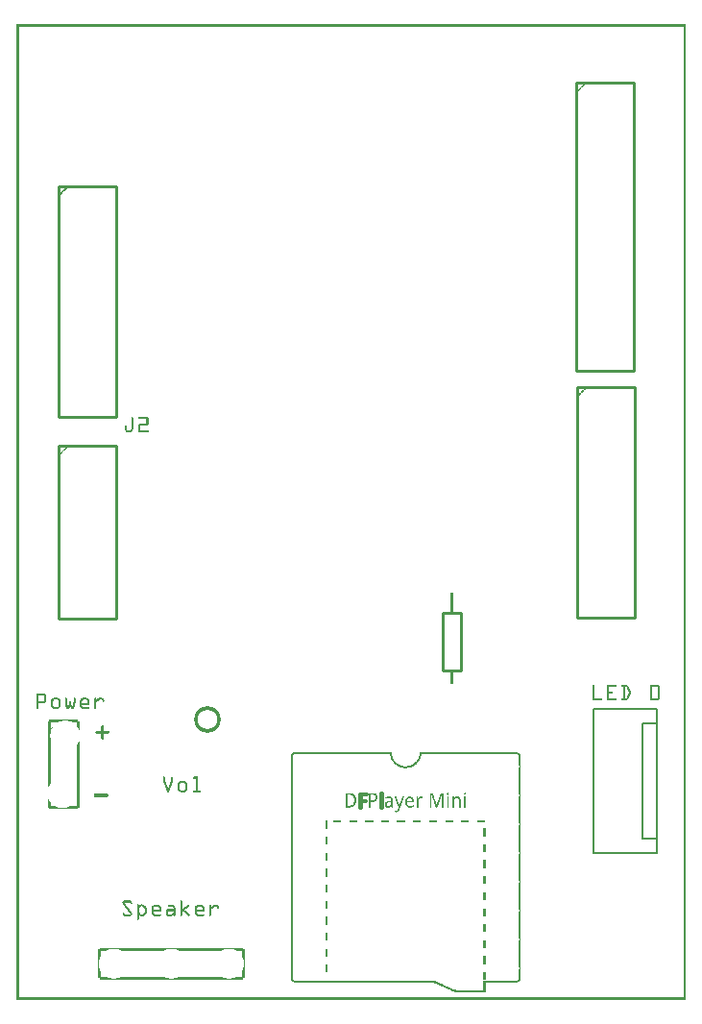
<source format=gto>
G04 MADE WITH FRITZING*
G04 WWW.FRITZING.ORG*
G04 DOUBLE SIDED*
G04 HOLES PLATED*
G04 CONTOUR ON CENTER OF CONTOUR VECTOR*
%ASAXBY*%
%FSLAX23Y23*%
%MOIN*%
%OFA0B0*%
%SFA1.0B1.0*%
%ADD10C,0.092000X0.068*%
%ADD11R,0.225000X0.505000X0.215000X0.495000*%
%ADD12C,0.005000*%
%ADD13R,0.055000X0.405000X0.045000X0.395000*%
%ADD14C,0.010000*%
%ADD15R,0.001000X0.001000*%
%LNSILK1*%
G90*
G70*
G54D10*
X660Y973D03*
G54D12*
X2003Y1011D02*
X2223Y1011D01*
X2223Y511D01*
X2003Y511D01*
X2003Y1011D01*
D02*
X2173Y961D02*
X2223Y961D01*
X2223Y561D01*
X2173Y561D01*
X2173Y961D01*
D02*
G54D14*
X1543Y1345D02*
X1543Y1145D01*
D02*
X1543Y1145D02*
X1477Y1145D01*
D02*
X1477Y1145D02*
X1477Y1345D01*
D02*
X1477Y1345D02*
X1543Y1345D01*
D02*
X145Y2824D02*
X145Y2024D01*
D02*
X145Y2024D02*
X345Y2024D01*
D02*
X345Y2024D02*
X345Y2824D01*
D02*
X345Y2824D02*
X145Y2824D01*
D02*
X145Y1923D02*
X145Y1323D01*
D02*
X145Y1323D02*
X345Y1323D01*
D02*
X345Y1323D02*
X345Y1923D01*
D02*
X345Y1923D02*
X145Y1923D01*
D02*
X1944Y2126D02*
X1944Y1326D01*
D02*
X1944Y1326D02*
X2144Y1326D01*
D02*
X2144Y1326D02*
X2144Y2126D01*
D02*
X2144Y2126D02*
X1944Y2126D01*
D02*
X1943Y3185D02*
X1943Y2185D01*
D02*
X1943Y2185D02*
X2143Y2185D01*
D02*
X2143Y2185D02*
X2143Y3185D01*
D02*
X2143Y3185D02*
X1943Y3185D01*
X1195Y668D02*
X1189Y668D01*
X1189Y717D01*
X1214Y717D01*
X1214Y712D01*
X1195Y712D01*
X1195Y695D01*
X1213Y695D01*
X1213Y690D01*
X1195Y689D01*
X1195Y668D01*
D02*
X1268Y668D02*
X1262Y668D01*
X1262Y721D01*
X1268Y721D01*
X1268Y668D01*
D02*
G54D15*
X0Y3386D02*
X2321Y3386D01*
X0Y3385D02*
X2321Y3385D01*
X0Y3384D02*
X2321Y3384D01*
X0Y3383D02*
X2321Y3383D01*
X0Y3382D02*
X2321Y3382D01*
X0Y3381D02*
X2321Y3381D01*
X0Y3380D02*
X2321Y3380D01*
X0Y3379D02*
X2321Y3379D01*
X0Y3378D02*
X7Y3378D01*
X2314Y3378D02*
X2321Y3378D01*
X0Y3377D02*
X7Y3377D01*
X2314Y3377D02*
X2321Y3377D01*
X0Y3376D02*
X7Y3376D01*
X2314Y3376D02*
X2321Y3376D01*
X0Y3375D02*
X7Y3375D01*
X2314Y3375D02*
X2321Y3375D01*
X0Y3374D02*
X7Y3374D01*
X2314Y3374D02*
X2321Y3374D01*
X0Y3373D02*
X7Y3373D01*
X2314Y3373D02*
X2321Y3373D01*
X0Y3372D02*
X7Y3372D01*
X2314Y3372D02*
X2321Y3372D01*
X0Y3371D02*
X7Y3371D01*
X2314Y3371D02*
X2321Y3371D01*
X0Y3370D02*
X7Y3370D01*
X2314Y3370D02*
X2321Y3370D01*
X0Y3369D02*
X7Y3369D01*
X2314Y3369D02*
X2321Y3369D01*
X0Y3368D02*
X7Y3368D01*
X2314Y3368D02*
X2321Y3368D01*
X0Y3367D02*
X7Y3367D01*
X2314Y3367D02*
X2321Y3367D01*
X0Y3366D02*
X7Y3366D01*
X2314Y3366D02*
X2321Y3366D01*
X0Y3365D02*
X7Y3365D01*
X2314Y3365D02*
X2321Y3365D01*
X0Y3364D02*
X7Y3364D01*
X2314Y3364D02*
X2321Y3364D01*
X0Y3363D02*
X7Y3363D01*
X2314Y3363D02*
X2321Y3363D01*
X0Y3362D02*
X7Y3362D01*
X2314Y3362D02*
X2321Y3362D01*
X0Y3361D02*
X7Y3361D01*
X2314Y3361D02*
X2321Y3361D01*
X0Y3360D02*
X7Y3360D01*
X2314Y3360D02*
X2321Y3360D01*
X0Y3359D02*
X7Y3359D01*
X2314Y3359D02*
X2321Y3359D01*
X0Y3358D02*
X7Y3358D01*
X2314Y3358D02*
X2321Y3358D01*
X0Y3357D02*
X7Y3357D01*
X2314Y3357D02*
X2321Y3357D01*
X0Y3356D02*
X7Y3356D01*
X2314Y3356D02*
X2321Y3356D01*
X0Y3355D02*
X7Y3355D01*
X2314Y3355D02*
X2321Y3355D01*
X0Y3354D02*
X7Y3354D01*
X2314Y3354D02*
X2321Y3354D01*
X0Y3353D02*
X7Y3353D01*
X2314Y3353D02*
X2321Y3353D01*
X0Y3352D02*
X7Y3352D01*
X2314Y3352D02*
X2321Y3352D01*
X0Y3351D02*
X7Y3351D01*
X2314Y3351D02*
X2321Y3351D01*
X0Y3350D02*
X7Y3350D01*
X2314Y3350D02*
X2321Y3350D01*
X0Y3349D02*
X7Y3349D01*
X2314Y3349D02*
X2321Y3349D01*
X0Y3348D02*
X7Y3348D01*
X2314Y3348D02*
X2321Y3348D01*
X0Y3347D02*
X7Y3347D01*
X2314Y3347D02*
X2321Y3347D01*
X0Y3346D02*
X7Y3346D01*
X2314Y3346D02*
X2321Y3346D01*
X0Y3345D02*
X7Y3345D01*
X2314Y3345D02*
X2321Y3345D01*
X0Y3344D02*
X7Y3344D01*
X2314Y3344D02*
X2321Y3344D01*
X0Y3343D02*
X7Y3343D01*
X2314Y3343D02*
X2321Y3343D01*
X0Y3342D02*
X7Y3342D01*
X2314Y3342D02*
X2321Y3342D01*
X0Y3341D02*
X7Y3341D01*
X2314Y3341D02*
X2321Y3341D01*
X0Y3340D02*
X7Y3340D01*
X2314Y3340D02*
X2321Y3340D01*
X0Y3339D02*
X7Y3339D01*
X2314Y3339D02*
X2321Y3339D01*
X0Y3338D02*
X7Y3338D01*
X2314Y3338D02*
X2321Y3338D01*
X0Y3337D02*
X7Y3337D01*
X2314Y3337D02*
X2321Y3337D01*
X0Y3336D02*
X7Y3336D01*
X2314Y3336D02*
X2321Y3336D01*
X0Y3335D02*
X7Y3335D01*
X2314Y3335D02*
X2321Y3335D01*
X0Y3334D02*
X7Y3334D01*
X2314Y3334D02*
X2321Y3334D01*
X0Y3333D02*
X7Y3333D01*
X2314Y3333D02*
X2321Y3333D01*
X0Y3332D02*
X7Y3332D01*
X2314Y3332D02*
X2321Y3332D01*
X0Y3331D02*
X7Y3331D01*
X2314Y3331D02*
X2321Y3331D01*
X0Y3330D02*
X7Y3330D01*
X2314Y3330D02*
X2321Y3330D01*
X0Y3329D02*
X7Y3329D01*
X2314Y3329D02*
X2321Y3329D01*
X0Y3328D02*
X7Y3328D01*
X2314Y3328D02*
X2321Y3328D01*
X0Y3327D02*
X7Y3327D01*
X2314Y3327D02*
X2321Y3327D01*
X0Y3326D02*
X7Y3326D01*
X2314Y3326D02*
X2321Y3326D01*
X0Y3325D02*
X7Y3325D01*
X2314Y3325D02*
X2321Y3325D01*
X0Y3324D02*
X7Y3324D01*
X2314Y3324D02*
X2321Y3324D01*
X0Y3323D02*
X7Y3323D01*
X2314Y3323D02*
X2321Y3323D01*
X0Y3322D02*
X7Y3322D01*
X2314Y3322D02*
X2321Y3322D01*
X0Y3321D02*
X7Y3321D01*
X2314Y3321D02*
X2321Y3321D01*
X0Y3320D02*
X7Y3320D01*
X2314Y3320D02*
X2321Y3320D01*
X0Y3319D02*
X7Y3319D01*
X2314Y3319D02*
X2321Y3319D01*
X0Y3318D02*
X7Y3318D01*
X2314Y3318D02*
X2321Y3318D01*
X0Y3317D02*
X7Y3317D01*
X2314Y3317D02*
X2321Y3317D01*
X0Y3316D02*
X7Y3316D01*
X2314Y3316D02*
X2321Y3316D01*
X0Y3315D02*
X7Y3315D01*
X2314Y3315D02*
X2321Y3315D01*
X0Y3314D02*
X7Y3314D01*
X2314Y3314D02*
X2321Y3314D01*
X0Y3313D02*
X7Y3313D01*
X2314Y3313D02*
X2321Y3313D01*
X0Y3312D02*
X7Y3312D01*
X2314Y3312D02*
X2321Y3312D01*
X0Y3311D02*
X7Y3311D01*
X2314Y3311D02*
X2321Y3311D01*
X0Y3310D02*
X7Y3310D01*
X2314Y3310D02*
X2321Y3310D01*
X0Y3309D02*
X7Y3309D01*
X2314Y3309D02*
X2321Y3309D01*
X0Y3308D02*
X7Y3308D01*
X2314Y3308D02*
X2321Y3308D01*
X0Y3307D02*
X7Y3307D01*
X2314Y3307D02*
X2321Y3307D01*
X0Y3306D02*
X7Y3306D01*
X2314Y3306D02*
X2321Y3306D01*
X0Y3305D02*
X7Y3305D01*
X2314Y3305D02*
X2321Y3305D01*
X0Y3304D02*
X7Y3304D01*
X2314Y3304D02*
X2321Y3304D01*
X0Y3303D02*
X7Y3303D01*
X2314Y3303D02*
X2321Y3303D01*
X0Y3302D02*
X7Y3302D01*
X2314Y3302D02*
X2321Y3302D01*
X0Y3301D02*
X7Y3301D01*
X2314Y3301D02*
X2321Y3301D01*
X0Y3300D02*
X7Y3300D01*
X2314Y3300D02*
X2321Y3300D01*
X0Y3299D02*
X7Y3299D01*
X2314Y3299D02*
X2321Y3299D01*
X0Y3298D02*
X7Y3298D01*
X2314Y3298D02*
X2321Y3298D01*
X0Y3297D02*
X7Y3297D01*
X2314Y3297D02*
X2321Y3297D01*
X0Y3296D02*
X7Y3296D01*
X2314Y3296D02*
X2321Y3296D01*
X0Y3295D02*
X7Y3295D01*
X2314Y3295D02*
X2321Y3295D01*
X0Y3294D02*
X7Y3294D01*
X2314Y3294D02*
X2321Y3294D01*
X0Y3293D02*
X7Y3293D01*
X2314Y3293D02*
X2321Y3293D01*
X0Y3292D02*
X7Y3292D01*
X2314Y3292D02*
X2321Y3292D01*
X0Y3291D02*
X7Y3291D01*
X2314Y3291D02*
X2321Y3291D01*
X0Y3290D02*
X7Y3290D01*
X2314Y3290D02*
X2321Y3290D01*
X0Y3289D02*
X7Y3289D01*
X2314Y3289D02*
X2321Y3289D01*
X0Y3288D02*
X7Y3288D01*
X2314Y3288D02*
X2321Y3288D01*
X0Y3287D02*
X7Y3287D01*
X2314Y3287D02*
X2321Y3287D01*
X0Y3286D02*
X7Y3286D01*
X2314Y3286D02*
X2321Y3286D01*
X0Y3285D02*
X7Y3285D01*
X2314Y3285D02*
X2321Y3285D01*
X0Y3284D02*
X7Y3284D01*
X2314Y3284D02*
X2321Y3284D01*
X0Y3283D02*
X7Y3283D01*
X2314Y3283D02*
X2321Y3283D01*
X0Y3282D02*
X7Y3282D01*
X2314Y3282D02*
X2321Y3282D01*
X0Y3281D02*
X7Y3281D01*
X2314Y3281D02*
X2321Y3281D01*
X0Y3280D02*
X7Y3280D01*
X2314Y3280D02*
X2321Y3280D01*
X0Y3279D02*
X7Y3279D01*
X2314Y3279D02*
X2321Y3279D01*
X0Y3278D02*
X7Y3278D01*
X2314Y3278D02*
X2321Y3278D01*
X0Y3277D02*
X7Y3277D01*
X2314Y3277D02*
X2321Y3277D01*
X0Y3276D02*
X7Y3276D01*
X2314Y3276D02*
X2321Y3276D01*
X0Y3275D02*
X7Y3275D01*
X2314Y3275D02*
X2321Y3275D01*
X0Y3274D02*
X7Y3274D01*
X2314Y3274D02*
X2321Y3274D01*
X0Y3273D02*
X7Y3273D01*
X2314Y3273D02*
X2321Y3273D01*
X0Y3272D02*
X7Y3272D01*
X2314Y3272D02*
X2321Y3272D01*
X0Y3271D02*
X7Y3271D01*
X2314Y3271D02*
X2321Y3271D01*
X0Y3270D02*
X7Y3270D01*
X2314Y3270D02*
X2321Y3270D01*
X0Y3269D02*
X7Y3269D01*
X2314Y3269D02*
X2321Y3269D01*
X0Y3268D02*
X7Y3268D01*
X2314Y3268D02*
X2321Y3268D01*
X0Y3267D02*
X7Y3267D01*
X2314Y3267D02*
X2321Y3267D01*
X0Y3266D02*
X7Y3266D01*
X2314Y3266D02*
X2321Y3266D01*
X0Y3265D02*
X7Y3265D01*
X2314Y3265D02*
X2321Y3265D01*
X0Y3264D02*
X7Y3264D01*
X2314Y3264D02*
X2321Y3264D01*
X0Y3263D02*
X7Y3263D01*
X2314Y3263D02*
X2321Y3263D01*
X0Y3262D02*
X7Y3262D01*
X2314Y3262D02*
X2321Y3262D01*
X0Y3261D02*
X7Y3261D01*
X2314Y3261D02*
X2321Y3261D01*
X0Y3260D02*
X7Y3260D01*
X2314Y3260D02*
X2321Y3260D01*
X0Y3259D02*
X7Y3259D01*
X2314Y3259D02*
X2321Y3259D01*
X0Y3258D02*
X7Y3258D01*
X2314Y3258D02*
X2321Y3258D01*
X0Y3257D02*
X7Y3257D01*
X2314Y3257D02*
X2321Y3257D01*
X0Y3256D02*
X7Y3256D01*
X2314Y3256D02*
X2321Y3256D01*
X0Y3255D02*
X7Y3255D01*
X2314Y3255D02*
X2321Y3255D01*
X0Y3254D02*
X7Y3254D01*
X2314Y3254D02*
X2321Y3254D01*
X0Y3253D02*
X7Y3253D01*
X2314Y3253D02*
X2321Y3253D01*
X0Y3252D02*
X7Y3252D01*
X2314Y3252D02*
X2321Y3252D01*
X0Y3251D02*
X7Y3251D01*
X2314Y3251D02*
X2321Y3251D01*
X0Y3250D02*
X7Y3250D01*
X2314Y3250D02*
X2321Y3250D01*
X0Y3249D02*
X7Y3249D01*
X2314Y3249D02*
X2321Y3249D01*
X0Y3248D02*
X7Y3248D01*
X2314Y3248D02*
X2321Y3248D01*
X0Y3247D02*
X7Y3247D01*
X2314Y3247D02*
X2321Y3247D01*
X0Y3246D02*
X7Y3246D01*
X2314Y3246D02*
X2321Y3246D01*
X0Y3245D02*
X7Y3245D01*
X2314Y3245D02*
X2321Y3245D01*
X0Y3244D02*
X7Y3244D01*
X2314Y3244D02*
X2321Y3244D01*
X0Y3243D02*
X7Y3243D01*
X2314Y3243D02*
X2321Y3243D01*
X0Y3242D02*
X7Y3242D01*
X2314Y3242D02*
X2321Y3242D01*
X0Y3241D02*
X7Y3241D01*
X2314Y3241D02*
X2321Y3241D01*
X0Y3240D02*
X7Y3240D01*
X2314Y3240D02*
X2321Y3240D01*
X0Y3239D02*
X7Y3239D01*
X2314Y3239D02*
X2321Y3239D01*
X0Y3238D02*
X7Y3238D01*
X2314Y3238D02*
X2321Y3238D01*
X0Y3237D02*
X7Y3237D01*
X2314Y3237D02*
X2321Y3237D01*
X0Y3236D02*
X7Y3236D01*
X2314Y3236D02*
X2321Y3236D01*
X0Y3235D02*
X7Y3235D01*
X2314Y3235D02*
X2321Y3235D01*
X0Y3234D02*
X7Y3234D01*
X2314Y3234D02*
X2321Y3234D01*
X0Y3233D02*
X7Y3233D01*
X2314Y3233D02*
X2321Y3233D01*
X0Y3232D02*
X7Y3232D01*
X2314Y3232D02*
X2321Y3232D01*
X0Y3231D02*
X7Y3231D01*
X2314Y3231D02*
X2321Y3231D01*
X0Y3230D02*
X7Y3230D01*
X2314Y3230D02*
X2321Y3230D01*
X0Y3229D02*
X7Y3229D01*
X2314Y3229D02*
X2321Y3229D01*
X0Y3228D02*
X7Y3228D01*
X2314Y3228D02*
X2321Y3228D01*
X0Y3227D02*
X7Y3227D01*
X2314Y3227D02*
X2321Y3227D01*
X0Y3226D02*
X7Y3226D01*
X2314Y3226D02*
X2321Y3226D01*
X0Y3225D02*
X7Y3225D01*
X2314Y3225D02*
X2321Y3225D01*
X0Y3224D02*
X7Y3224D01*
X2314Y3224D02*
X2321Y3224D01*
X0Y3223D02*
X7Y3223D01*
X2314Y3223D02*
X2321Y3223D01*
X0Y3222D02*
X7Y3222D01*
X2314Y3222D02*
X2321Y3222D01*
X0Y3221D02*
X7Y3221D01*
X2314Y3221D02*
X2321Y3221D01*
X0Y3220D02*
X7Y3220D01*
X2314Y3220D02*
X2321Y3220D01*
X0Y3219D02*
X7Y3219D01*
X2314Y3219D02*
X2321Y3219D01*
X0Y3218D02*
X7Y3218D01*
X2314Y3218D02*
X2321Y3218D01*
X0Y3217D02*
X7Y3217D01*
X2314Y3217D02*
X2321Y3217D01*
X0Y3216D02*
X7Y3216D01*
X2314Y3216D02*
X2321Y3216D01*
X0Y3215D02*
X7Y3215D01*
X2314Y3215D02*
X2321Y3215D01*
X0Y3214D02*
X7Y3214D01*
X2314Y3214D02*
X2321Y3214D01*
X0Y3213D02*
X7Y3213D01*
X2314Y3213D02*
X2321Y3213D01*
X0Y3212D02*
X7Y3212D01*
X2314Y3212D02*
X2321Y3212D01*
X0Y3211D02*
X7Y3211D01*
X2314Y3211D02*
X2321Y3211D01*
X0Y3210D02*
X7Y3210D01*
X2314Y3210D02*
X2321Y3210D01*
X0Y3209D02*
X7Y3209D01*
X2314Y3209D02*
X2321Y3209D01*
X0Y3208D02*
X7Y3208D01*
X2314Y3208D02*
X2321Y3208D01*
X0Y3207D02*
X7Y3207D01*
X2314Y3207D02*
X2321Y3207D01*
X0Y3206D02*
X7Y3206D01*
X2314Y3206D02*
X2321Y3206D01*
X0Y3205D02*
X7Y3205D01*
X2314Y3205D02*
X2321Y3205D01*
X0Y3204D02*
X7Y3204D01*
X2314Y3204D02*
X2321Y3204D01*
X0Y3203D02*
X7Y3203D01*
X2314Y3203D02*
X2321Y3203D01*
X0Y3202D02*
X7Y3202D01*
X2314Y3202D02*
X2321Y3202D01*
X0Y3201D02*
X7Y3201D01*
X2314Y3201D02*
X2321Y3201D01*
X0Y3200D02*
X7Y3200D01*
X2314Y3200D02*
X2321Y3200D01*
X0Y3199D02*
X7Y3199D01*
X2314Y3199D02*
X2321Y3199D01*
X0Y3198D02*
X7Y3198D01*
X2314Y3198D02*
X2321Y3198D01*
X0Y3197D02*
X7Y3197D01*
X2314Y3197D02*
X2321Y3197D01*
X0Y3196D02*
X7Y3196D01*
X2314Y3196D02*
X2321Y3196D01*
X0Y3195D02*
X7Y3195D01*
X2314Y3195D02*
X2321Y3195D01*
X0Y3194D02*
X7Y3194D01*
X2314Y3194D02*
X2321Y3194D01*
X0Y3193D02*
X7Y3193D01*
X2314Y3193D02*
X2321Y3193D01*
X0Y3192D02*
X7Y3192D01*
X2314Y3192D02*
X2321Y3192D01*
X0Y3191D02*
X7Y3191D01*
X2314Y3191D02*
X2321Y3191D01*
X0Y3190D02*
X7Y3190D01*
X2314Y3190D02*
X2321Y3190D01*
X0Y3189D02*
X7Y3189D01*
X2314Y3189D02*
X2321Y3189D01*
X0Y3188D02*
X7Y3188D01*
X2314Y3188D02*
X2321Y3188D01*
X0Y3187D02*
X7Y3187D01*
X2314Y3187D02*
X2321Y3187D01*
X0Y3186D02*
X7Y3186D01*
X1975Y3186D02*
X1976Y3186D01*
X2314Y3186D02*
X2321Y3186D01*
X0Y3185D02*
X7Y3185D01*
X1974Y3185D02*
X1977Y3185D01*
X2314Y3185D02*
X2321Y3185D01*
X0Y3184D02*
X7Y3184D01*
X1973Y3184D02*
X1978Y3184D01*
X2314Y3184D02*
X2321Y3184D01*
X0Y3183D02*
X7Y3183D01*
X1972Y3183D02*
X1978Y3183D01*
X2314Y3183D02*
X2321Y3183D01*
X0Y3182D02*
X7Y3182D01*
X1971Y3182D02*
X1977Y3182D01*
X2314Y3182D02*
X2321Y3182D01*
X0Y3181D02*
X7Y3181D01*
X1970Y3181D02*
X1976Y3181D01*
X2314Y3181D02*
X2321Y3181D01*
X0Y3180D02*
X7Y3180D01*
X1969Y3180D02*
X1975Y3180D01*
X2314Y3180D02*
X2321Y3180D01*
X0Y3179D02*
X7Y3179D01*
X1968Y3179D02*
X1974Y3179D01*
X2314Y3179D02*
X2321Y3179D01*
X0Y3178D02*
X7Y3178D01*
X1967Y3178D02*
X1973Y3178D01*
X2314Y3178D02*
X2321Y3178D01*
X0Y3177D02*
X7Y3177D01*
X1966Y3177D02*
X1972Y3177D01*
X2314Y3177D02*
X2321Y3177D01*
X0Y3176D02*
X7Y3176D01*
X1965Y3176D02*
X1971Y3176D01*
X2314Y3176D02*
X2321Y3176D01*
X0Y3175D02*
X7Y3175D01*
X1964Y3175D02*
X1970Y3175D01*
X2314Y3175D02*
X2321Y3175D01*
X0Y3174D02*
X7Y3174D01*
X1963Y3174D02*
X1969Y3174D01*
X2314Y3174D02*
X2321Y3174D01*
X0Y3173D02*
X7Y3173D01*
X1962Y3173D02*
X1968Y3173D01*
X2314Y3173D02*
X2321Y3173D01*
X0Y3172D02*
X7Y3172D01*
X1961Y3172D02*
X1967Y3172D01*
X2314Y3172D02*
X2321Y3172D01*
X0Y3171D02*
X7Y3171D01*
X1960Y3171D02*
X1966Y3171D01*
X2314Y3171D02*
X2321Y3171D01*
X0Y3170D02*
X7Y3170D01*
X1959Y3170D02*
X1964Y3170D01*
X2314Y3170D02*
X2321Y3170D01*
X0Y3169D02*
X7Y3169D01*
X1958Y3169D02*
X1963Y3169D01*
X2314Y3169D02*
X2321Y3169D01*
X0Y3168D02*
X7Y3168D01*
X1957Y3168D02*
X1962Y3168D01*
X2314Y3168D02*
X2321Y3168D01*
X0Y3167D02*
X7Y3167D01*
X1956Y3167D02*
X1961Y3167D01*
X2314Y3167D02*
X2321Y3167D01*
X0Y3166D02*
X7Y3166D01*
X1955Y3166D02*
X1960Y3166D01*
X2314Y3166D02*
X2321Y3166D01*
X0Y3165D02*
X7Y3165D01*
X1954Y3165D02*
X1959Y3165D01*
X2314Y3165D02*
X2321Y3165D01*
X0Y3164D02*
X7Y3164D01*
X1953Y3164D02*
X1958Y3164D01*
X2314Y3164D02*
X2321Y3164D01*
X0Y3163D02*
X7Y3163D01*
X1952Y3163D02*
X1957Y3163D01*
X2314Y3163D02*
X2321Y3163D01*
X0Y3162D02*
X7Y3162D01*
X1951Y3162D02*
X1957Y3162D01*
X2314Y3162D02*
X2321Y3162D01*
X0Y3161D02*
X7Y3161D01*
X1950Y3161D02*
X1956Y3161D01*
X2314Y3161D02*
X2321Y3161D01*
X0Y3160D02*
X7Y3160D01*
X1949Y3160D02*
X1955Y3160D01*
X2314Y3160D02*
X2321Y3160D01*
X0Y3159D02*
X7Y3159D01*
X1948Y3159D02*
X1954Y3159D01*
X2314Y3159D02*
X2321Y3159D01*
X0Y3158D02*
X7Y3158D01*
X1947Y3158D02*
X1953Y3158D01*
X2314Y3158D02*
X2321Y3158D01*
X0Y3157D02*
X7Y3157D01*
X1946Y3157D02*
X1952Y3157D01*
X2314Y3157D02*
X2321Y3157D01*
X0Y3156D02*
X7Y3156D01*
X1945Y3156D02*
X1951Y3156D01*
X2314Y3156D02*
X2321Y3156D01*
X0Y3155D02*
X7Y3155D01*
X1944Y3155D02*
X1950Y3155D01*
X2314Y3155D02*
X2321Y3155D01*
X0Y3154D02*
X7Y3154D01*
X1943Y3154D02*
X1949Y3154D01*
X2314Y3154D02*
X2321Y3154D01*
X0Y3153D02*
X7Y3153D01*
X1942Y3153D02*
X1948Y3153D01*
X2314Y3153D02*
X2321Y3153D01*
X0Y3152D02*
X7Y3152D01*
X1941Y3152D02*
X1947Y3152D01*
X2314Y3152D02*
X2321Y3152D01*
X0Y3151D02*
X7Y3151D01*
X1942Y3151D02*
X1946Y3151D01*
X2314Y3151D02*
X2321Y3151D01*
X0Y3150D02*
X7Y3150D01*
X1943Y3150D02*
X1945Y3150D01*
X2314Y3150D02*
X2321Y3150D01*
X0Y3149D02*
X7Y3149D01*
X2314Y3149D02*
X2321Y3149D01*
X0Y3148D02*
X7Y3148D01*
X2314Y3148D02*
X2321Y3148D01*
X0Y3147D02*
X7Y3147D01*
X2314Y3147D02*
X2321Y3147D01*
X0Y3146D02*
X7Y3146D01*
X2314Y3146D02*
X2321Y3146D01*
X0Y3145D02*
X7Y3145D01*
X2314Y3145D02*
X2321Y3145D01*
X0Y3144D02*
X7Y3144D01*
X2314Y3144D02*
X2321Y3144D01*
X0Y3143D02*
X7Y3143D01*
X2314Y3143D02*
X2321Y3143D01*
X0Y3142D02*
X7Y3142D01*
X2314Y3142D02*
X2321Y3142D01*
X0Y3141D02*
X7Y3141D01*
X2314Y3141D02*
X2321Y3141D01*
X0Y3140D02*
X7Y3140D01*
X2314Y3140D02*
X2321Y3140D01*
X0Y3139D02*
X7Y3139D01*
X2314Y3139D02*
X2321Y3139D01*
X0Y3138D02*
X7Y3138D01*
X2314Y3138D02*
X2321Y3138D01*
X0Y3137D02*
X7Y3137D01*
X2314Y3137D02*
X2321Y3137D01*
X0Y3136D02*
X7Y3136D01*
X2314Y3136D02*
X2321Y3136D01*
X0Y3135D02*
X7Y3135D01*
X2314Y3135D02*
X2321Y3135D01*
X0Y3134D02*
X7Y3134D01*
X2314Y3134D02*
X2321Y3134D01*
X0Y3133D02*
X7Y3133D01*
X2314Y3133D02*
X2321Y3133D01*
X0Y3132D02*
X7Y3132D01*
X2314Y3132D02*
X2321Y3132D01*
X0Y3131D02*
X7Y3131D01*
X2314Y3131D02*
X2321Y3131D01*
X0Y3130D02*
X7Y3130D01*
X2314Y3130D02*
X2321Y3130D01*
X0Y3129D02*
X7Y3129D01*
X2314Y3129D02*
X2321Y3129D01*
X0Y3128D02*
X7Y3128D01*
X2314Y3128D02*
X2321Y3128D01*
X0Y3127D02*
X7Y3127D01*
X2314Y3127D02*
X2321Y3127D01*
X0Y3126D02*
X7Y3126D01*
X2314Y3126D02*
X2321Y3126D01*
X0Y3125D02*
X7Y3125D01*
X2314Y3125D02*
X2321Y3125D01*
X0Y3124D02*
X7Y3124D01*
X2314Y3124D02*
X2321Y3124D01*
X0Y3123D02*
X7Y3123D01*
X2314Y3123D02*
X2321Y3123D01*
X0Y3122D02*
X7Y3122D01*
X2314Y3122D02*
X2321Y3122D01*
X0Y3121D02*
X7Y3121D01*
X2314Y3121D02*
X2321Y3121D01*
X0Y3120D02*
X7Y3120D01*
X2314Y3120D02*
X2321Y3120D01*
X0Y3119D02*
X7Y3119D01*
X2314Y3119D02*
X2321Y3119D01*
X0Y3118D02*
X7Y3118D01*
X2314Y3118D02*
X2321Y3118D01*
X0Y3117D02*
X7Y3117D01*
X2314Y3117D02*
X2321Y3117D01*
X0Y3116D02*
X7Y3116D01*
X2314Y3116D02*
X2321Y3116D01*
X0Y3115D02*
X7Y3115D01*
X2314Y3115D02*
X2321Y3115D01*
X0Y3114D02*
X7Y3114D01*
X2314Y3114D02*
X2321Y3114D01*
X0Y3113D02*
X7Y3113D01*
X2314Y3113D02*
X2321Y3113D01*
X0Y3112D02*
X7Y3112D01*
X2314Y3112D02*
X2321Y3112D01*
X0Y3111D02*
X7Y3111D01*
X2314Y3111D02*
X2321Y3111D01*
X0Y3110D02*
X7Y3110D01*
X2314Y3110D02*
X2321Y3110D01*
X0Y3109D02*
X7Y3109D01*
X2314Y3109D02*
X2321Y3109D01*
X0Y3108D02*
X7Y3108D01*
X2314Y3108D02*
X2321Y3108D01*
X0Y3107D02*
X7Y3107D01*
X2314Y3107D02*
X2321Y3107D01*
X0Y3106D02*
X7Y3106D01*
X2314Y3106D02*
X2321Y3106D01*
X0Y3105D02*
X7Y3105D01*
X2314Y3105D02*
X2321Y3105D01*
X0Y3104D02*
X7Y3104D01*
X2314Y3104D02*
X2321Y3104D01*
X0Y3103D02*
X7Y3103D01*
X2314Y3103D02*
X2321Y3103D01*
X0Y3102D02*
X7Y3102D01*
X2314Y3102D02*
X2321Y3102D01*
X0Y3101D02*
X7Y3101D01*
X2314Y3101D02*
X2321Y3101D01*
X0Y3100D02*
X7Y3100D01*
X2314Y3100D02*
X2321Y3100D01*
X0Y3099D02*
X7Y3099D01*
X2314Y3099D02*
X2321Y3099D01*
X0Y3098D02*
X7Y3098D01*
X2314Y3098D02*
X2321Y3098D01*
X0Y3097D02*
X7Y3097D01*
X2314Y3097D02*
X2321Y3097D01*
X0Y3096D02*
X7Y3096D01*
X2314Y3096D02*
X2321Y3096D01*
X0Y3095D02*
X7Y3095D01*
X2314Y3095D02*
X2321Y3095D01*
X0Y3094D02*
X7Y3094D01*
X2314Y3094D02*
X2321Y3094D01*
X0Y3093D02*
X7Y3093D01*
X2314Y3093D02*
X2321Y3093D01*
X0Y3092D02*
X7Y3092D01*
X2314Y3092D02*
X2321Y3092D01*
X0Y3091D02*
X7Y3091D01*
X2314Y3091D02*
X2321Y3091D01*
X0Y3090D02*
X7Y3090D01*
X2314Y3090D02*
X2321Y3090D01*
X0Y3089D02*
X7Y3089D01*
X2314Y3089D02*
X2321Y3089D01*
X0Y3088D02*
X7Y3088D01*
X2314Y3088D02*
X2321Y3088D01*
X0Y3087D02*
X7Y3087D01*
X2314Y3087D02*
X2321Y3087D01*
X0Y3086D02*
X7Y3086D01*
X2314Y3086D02*
X2321Y3086D01*
X0Y3085D02*
X7Y3085D01*
X2314Y3085D02*
X2321Y3085D01*
X0Y3084D02*
X7Y3084D01*
X2314Y3084D02*
X2321Y3084D01*
X0Y3083D02*
X7Y3083D01*
X2314Y3083D02*
X2321Y3083D01*
X0Y3082D02*
X7Y3082D01*
X2314Y3082D02*
X2321Y3082D01*
X0Y3081D02*
X7Y3081D01*
X2314Y3081D02*
X2321Y3081D01*
X0Y3080D02*
X7Y3080D01*
X2314Y3080D02*
X2321Y3080D01*
X0Y3079D02*
X7Y3079D01*
X2314Y3079D02*
X2321Y3079D01*
X0Y3078D02*
X7Y3078D01*
X2314Y3078D02*
X2321Y3078D01*
X0Y3077D02*
X7Y3077D01*
X2314Y3077D02*
X2321Y3077D01*
X0Y3076D02*
X7Y3076D01*
X2314Y3076D02*
X2321Y3076D01*
X0Y3075D02*
X7Y3075D01*
X2314Y3075D02*
X2321Y3075D01*
X0Y3074D02*
X7Y3074D01*
X2314Y3074D02*
X2321Y3074D01*
X0Y3073D02*
X7Y3073D01*
X2314Y3073D02*
X2321Y3073D01*
X0Y3072D02*
X7Y3072D01*
X2314Y3072D02*
X2321Y3072D01*
X0Y3071D02*
X7Y3071D01*
X2314Y3071D02*
X2321Y3071D01*
X0Y3070D02*
X7Y3070D01*
X2314Y3070D02*
X2321Y3070D01*
X0Y3069D02*
X7Y3069D01*
X2314Y3069D02*
X2321Y3069D01*
X0Y3068D02*
X7Y3068D01*
X2314Y3068D02*
X2321Y3068D01*
X0Y3067D02*
X7Y3067D01*
X2314Y3067D02*
X2321Y3067D01*
X0Y3066D02*
X7Y3066D01*
X2314Y3066D02*
X2321Y3066D01*
X0Y3065D02*
X7Y3065D01*
X2314Y3065D02*
X2321Y3065D01*
X0Y3064D02*
X7Y3064D01*
X2314Y3064D02*
X2321Y3064D01*
X0Y3063D02*
X7Y3063D01*
X2314Y3063D02*
X2321Y3063D01*
X0Y3062D02*
X7Y3062D01*
X2314Y3062D02*
X2321Y3062D01*
X0Y3061D02*
X7Y3061D01*
X2314Y3061D02*
X2321Y3061D01*
X0Y3060D02*
X7Y3060D01*
X2314Y3060D02*
X2321Y3060D01*
X0Y3059D02*
X7Y3059D01*
X2314Y3059D02*
X2321Y3059D01*
X0Y3058D02*
X7Y3058D01*
X2314Y3058D02*
X2321Y3058D01*
X0Y3057D02*
X7Y3057D01*
X2314Y3057D02*
X2321Y3057D01*
X0Y3056D02*
X7Y3056D01*
X2314Y3056D02*
X2321Y3056D01*
X0Y3055D02*
X7Y3055D01*
X2314Y3055D02*
X2321Y3055D01*
X0Y3054D02*
X7Y3054D01*
X2314Y3054D02*
X2321Y3054D01*
X0Y3053D02*
X7Y3053D01*
X2314Y3053D02*
X2321Y3053D01*
X0Y3052D02*
X7Y3052D01*
X2314Y3052D02*
X2321Y3052D01*
X0Y3051D02*
X7Y3051D01*
X2314Y3051D02*
X2321Y3051D01*
X0Y3050D02*
X7Y3050D01*
X2314Y3050D02*
X2321Y3050D01*
X0Y3049D02*
X7Y3049D01*
X2314Y3049D02*
X2321Y3049D01*
X0Y3048D02*
X7Y3048D01*
X2314Y3048D02*
X2321Y3048D01*
X0Y3047D02*
X7Y3047D01*
X2314Y3047D02*
X2321Y3047D01*
X0Y3046D02*
X7Y3046D01*
X2314Y3046D02*
X2321Y3046D01*
X0Y3045D02*
X7Y3045D01*
X2314Y3045D02*
X2321Y3045D01*
X0Y3044D02*
X7Y3044D01*
X2314Y3044D02*
X2321Y3044D01*
X0Y3043D02*
X7Y3043D01*
X2314Y3043D02*
X2321Y3043D01*
X0Y3042D02*
X7Y3042D01*
X2314Y3042D02*
X2321Y3042D01*
X0Y3041D02*
X7Y3041D01*
X2314Y3041D02*
X2321Y3041D01*
X0Y3040D02*
X7Y3040D01*
X2314Y3040D02*
X2321Y3040D01*
X0Y3039D02*
X7Y3039D01*
X2314Y3039D02*
X2321Y3039D01*
X0Y3038D02*
X7Y3038D01*
X2314Y3038D02*
X2321Y3038D01*
X0Y3037D02*
X7Y3037D01*
X2314Y3037D02*
X2321Y3037D01*
X0Y3036D02*
X7Y3036D01*
X2314Y3036D02*
X2321Y3036D01*
X0Y3035D02*
X7Y3035D01*
X2314Y3035D02*
X2321Y3035D01*
X0Y3034D02*
X7Y3034D01*
X2314Y3034D02*
X2321Y3034D01*
X0Y3033D02*
X7Y3033D01*
X2314Y3033D02*
X2321Y3033D01*
X0Y3032D02*
X7Y3032D01*
X2314Y3032D02*
X2321Y3032D01*
X0Y3031D02*
X7Y3031D01*
X2314Y3031D02*
X2321Y3031D01*
X0Y3030D02*
X7Y3030D01*
X2314Y3030D02*
X2321Y3030D01*
X0Y3029D02*
X7Y3029D01*
X2314Y3029D02*
X2321Y3029D01*
X0Y3028D02*
X7Y3028D01*
X2314Y3028D02*
X2321Y3028D01*
X0Y3027D02*
X7Y3027D01*
X2314Y3027D02*
X2321Y3027D01*
X0Y3026D02*
X7Y3026D01*
X2314Y3026D02*
X2321Y3026D01*
X0Y3025D02*
X7Y3025D01*
X2314Y3025D02*
X2321Y3025D01*
X0Y3024D02*
X7Y3024D01*
X2314Y3024D02*
X2321Y3024D01*
X0Y3023D02*
X7Y3023D01*
X2314Y3023D02*
X2321Y3023D01*
X0Y3022D02*
X7Y3022D01*
X2314Y3022D02*
X2321Y3022D01*
X0Y3021D02*
X7Y3021D01*
X2314Y3021D02*
X2321Y3021D01*
X0Y3020D02*
X7Y3020D01*
X2314Y3020D02*
X2321Y3020D01*
X0Y3019D02*
X7Y3019D01*
X2314Y3019D02*
X2321Y3019D01*
X0Y3018D02*
X7Y3018D01*
X2314Y3018D02*
X2321Y3018D01*
X0Y3017D02*
X7Y3017D01*
X2314Y3017D02*
X2321Y3017D01*
X0Y3016D02*
X7Y3016D01*
X2314Y3016D02*
X2321Y3016D01*
X0Y3015D02*
X7Y3015D01*
X2314Y3015D02*
X2321Y3015D01*
X0Y3014D02*
X7Y3014D01*
X2314Y3014D02*
X2321Y3014D01*
X0Y3013D02*
X7Y3013D01*
X2314Y3013D02*
X2321Y3013D01*
X0Y3012D02*
X7Y3012D01*
X2314Y3012D02*
X2321Y3012D01*
X0Y3011D02*
X7Y3011D01*
X2314Y3011D02*
X2321Y3011D01*
X0Y3010D02*
X7Y3010D01*
X2314Y3010D02*
X2321Y3010D01*
X0Y3009D02*
X7Y3009D01*
X2314Y3009D02*
X2321Y3009D01*
X0Y3008D02*
X7Y3008D01*
X2314Y3008D02*
X2321Y3008D01*
X0Y3007D02*
X7Y3007D01*
X2314Y3007D02*
X2321Y3007D01*
X0Y3006D02*
X7Y3006D01*
X2314Y3006D02*
X2321Y3006D01*
X0Y3005D02*
X7Y3005D01*
X2314Y3005D02*
X2321Y3005D01*
X0Y3004D02*
X7Y3004D01*
X2314Y3004D02*
X2321Y3004D01*
X0Y3003D02*
X7Y3003D01*
X2314Y3003D02*
X2321Y3003D01*
X0Y3002D02*
X7Y3002D01*
X2314Y3002D02*
X2321Y3002D01*
X0Y3001D02*
X7Y3001D01*
X2314Y3001D02*
X2321Y3001D01*
X0Y3000D02*
X7Y3000D01*
X2314Y3000D02*
X2321Y3000D01*
X0Y2999D02*
X7Y2999D01*
X2314Y2999D02*
X2321Y2999D01*
X0Y2998D02*
X7Y2998D01*
X2314Y2998D02*
X2321Y2998D01*
X0Y2997D02*
X7Y2997D01*
X2314Y2997D02*
X2321Y2997D01*
X0Y2996D02*
X7Y2996D01*
X2314Y2996D02*
X2321Y2996D01*
X0Y2995D02*
X7Y2995D01*
X2314Y2995D02*
X2321Y2995D01*
X0Y2994D02*
X7Y2994D01*
X2314Y2994D02*
X2321Y2994D01*
X0Y2993D02*
X7Y2993D01*
X2314Y2993D02*
X2321Y2993D01*
X0Y2992D02*
X7Y2992D01*
X2314Y2992D02*
X2321Y2992D01*
X0Y2991D02*
X7Y2991D01*
X2314Y2991D02*
X2321Y2991D01*
X0Y2990D02*
X7Y2990D01*
X2314Y2990D02*
X2321Y2990D01*
X0Y2989D02*
X7Y2989D01*
X2314Y2989D02*
X2321Y2989D01*
X0Y2988D02*
X7Y2988D01*
X2314Y2988D02*
X2321Y2988D01*
X0Y2987D02*
X7Y2987D01*
X2314Y2987D02*
X2321Y2987D01*
X0Y2986D02*
X7Y2986D01*
X2314Y2986D02*
X2321Y2986D01*
X0Y2985D02*
X7Y2985D01*
X2314Y2985D02*
X2321Y2985D01*
X0Y2984D02*
X7Y2984D01*
X2314Y2984D02*
X2321Y2984D01*
X0Y2983D02*
X7Y2983D01*
X2314Y2983D02*
X2321Y2983D01*
X0Y2982D02*
X7Y2982D01*
X2314Y2982D02*
X2321Y2982D01*
X0Y2981D02*
X7Y2981D01*
X2314Y2981D02*
X2321Y2981D01*
X0Y2980D02*
X7Y2980D01*
X2314Y2980D02*
X2321Y2980D01*
X0Y2979D02*
X7Y2979D01*
X2314Y2979D02*
X2321Y2979D01*
X0Y2978D02*
X7Y2978D01*
X2314Y2978D02*
X2321Y2978D01*
X0Y2977D02*
X7Y2977D01*
X2314Y2977D02*
X2321Y2977D01*
X0Y2976D02*
X7Y2976D01*
X2314Y2976D02*
X2321Y2976D01*
X0Y2975D02*
X7Y2975D01*
X2314Y2975D02*
X2321Y2975D01*
X0Y2974D02*
X7Y2974D01*
X2314Y2974D02*
X2321Y2974D01*
X0Y2973D02*
X7Y2973D01*
X2314Y2973D02*
X2321Y2973D01*
X0Y2972D02*
X7Y2972D01*
X2314Y2972D02*
X2321Y2972D01*
X0Y2971D02*
X7Y2971D01*
X2314Y2971D02*
X2321Y2971D01*
X0Y2970D02*
X7Y2970D01*
X2314Y2970D02*
X2321Y2970D01*
X0Y2969D02*
X7Y2969D01*
X2314Y2969D02*
X2321Y2969D01*
X0Y2968D02*
X7Y2968D01*
X2314Y2968D02*
X2321Y2968D01*
X0Y2967D02*
X7Y2967D01*
X2314Y2967D02*
X2321Y2967D01*
X0Y2966D02*
X7Y2966D01*
X2314Y2966D02*
X2321Y2966D01*
X0Y2965D02*
X7Y2965D01*
X2314Y2965D02*
X2321Y2965D01*
X0Y2964D02*
X7Y2964D01*
X2314Y2964D02*
X2321Y2964D01*
X0Y2963D02*
X7Y2963D01*
X2314Y2963D02*
X2321Y2963D01*
X0Y2962D02*
X7Y2962D01*
X2314Y2962D02*
X2321Y2962D01*
X0Y2961D02*
X7Y2961D01*
X2314Y2961D02*
X2321Y2961D01*
X0Y2960D02*
X7Y2960D01*
X2314Y2960D02*
X2321Y2960D01*
X0Y2959D02*
X7Y2959D01*
X2314Y2959D02*
X2321Y2959D01*
X0Y2958D02*
X7Y2958D01*
X2314Y2958D02*
X2321Y2958D01*
X0Y2957D02*
X7Y2957D01*
X2314Y2957D02*
X2321Y2957D01*
X0Y2956D02*
X7Y2956D01*
X2314Y2956D02*
X2321Y2956D01*
X0Y2955D02*
X7Y2955D01*
X2314Y2955D02*
X2321Y2955D01*
X0Y2954D02*
X7Y2954D01*
X2314Y2954D02*
X2321Y2954D01*
X0Y2953D02*
X7Y2953D01*
X2314Y2953D02*
X2321Y2953D01*
X0Y2952D02*
X7Y2952D01*
X2314Y2952D02*
X2321Y2952D01*
X0Y2951D02*
X7Y2951D01*
X2314Y2951D02*
X2321Y2951D01*
X0Y2950D02*
X7Y2950D01*
X2314Y2950D02*
X2321Y2950D01*
X0Y2949D02*
X7Y2949D01*
X2314Y2949D02*
X2321Y2949D01*
X0Y2948D02*
X7Y2948D01*
X2314Y2948D02*
X2321Y2948D01*
X0Y2947D02*
X7Y2947D01*
X2314Y2947D02*
X2321Y2947D01*
X0Y2946D02*
X7Y2946D01*
X2314Y2946D02*
X2321Y2946D01*
X0Y2945D02*
X7Y2945D01*
X2314Y2945D02*
X2321Y2945D01*
X0Y2944D02*
X7Y2944D01*
X2314Y2944D02*
X2321Y2944D01*
X0Y2943D02*
X7Y2943D01*
X2314Y2943D02*
X2321Y2943D01*
X0Y2942D02*
X7Y2942D01*
X2314Y2942D02*
X2321Y2942D01*
X0Y2941D02*
X7Y2941D01*
X2314Y2941D02*
X2321Y2941D01*
X0Y2940D02*
X7Y2940D01*
X2314Y2940D02*
X2321Y2940D01*
X0Y2939D02*
X7Y2939D01*
X2314Y2939D02*
X2321Y2939D01*
X0Y2938D02*
X7Y2938D01*
X2314Y2938D02*
X2321Y2938D01*
X0Y2937D02*
X7Y2937D01*
X2314Y2937D02*
X2321Y2937D01*
X0Y2936D02*
X7Y2936D01*
X2314Y2936D02*
X2321Y2936D01*
X0Y2935D02*
X7Y2935D01*
X2314Y2935D02*
X2321Y2935D01*
X0Y2934D02*
X7Y2934D01*
X2314Y2934D02*
X2321Y2934D01*
X0Y2933D02*
X7Y2933D01*
X2314Y2933D02*
X2321Y2933D01*
X0Y2932D02*
X7Y2932D01*
X2314Y2932D02*
X2321Y2932D01*
X0Y2931D02*
X7Y2931D01*
X2314Y2931D02*
X2321Y2931D01*
X0Y2930D02*
X7Y2930D01*
X2314Y2930D02*
X2321Y2930D01*
X0Y2929D02*
X7Y2929D01*
X2314Y2929D02*
X2321Y2929D01*
X0Y2928D02*
X7Y2928D01*
X2314Y2928D02*
X2321Y2928D01*
X0Y2927D02*
X7Y2927D01*
X2314Y2927D02*
X2321Y2927D01*
X0Y2926D02*
X7Y2926D01*
X2314Y2926D02*
X2321Y2926D01*
X0Y2925D02*
X7Y2925D01*
X2314Y2925D02*
X2321Y2925D01*
X0Y2924D02*
X7Y2924D01*
X2314Y2924D02*
X2321Y2924D01*
X0Y2923D02*
X7Y2923D01*
X2314Y2923D02*
X2321Y2923D01*
X0Y2922D02*
X7Y2922D01*
X2314Y2922D02*
X2321Y2922D01*
X0Y2921D02*
X7Y2921D01*
X2314Y2921D02*
X2321Y2921D01*
X0Y2920D02*
X7Y2920D01*
X2314Y2920D02*
X2321Y2920D01*
X0Y2919D02*
X7Y2919D01*
X2314Y2919D02*
X2321Y2919D01*
X0Y2918D02*
X7Y2918D01*
X2314Y2918D02*
X2321Y2918D01*
X0Y2917D02*
X7Y2917D01*
X2314Y2917D02*
X2321Y2917D01*
X0Y2916D02*
X7Y2916D01*
X2314Y2916D02*
X2321Y2916D01*
X0Y2915D02*
X7Y2915D01*
X2314Y2915D02*
X2321Y2915D01*
X0Y2914D02*
X7Y2914D01*
X2314Y2914D02*
X2321Y2914D01*
X0Y2913D02*
X7Y2913D01*
X2314Y2913D02*
X2321Y2913D01*
X0Y2912D02*
X7Y2912D01*
X2314Y2912D02*
X2321Y2912D01*
X0Y2911D02*
X7Y2911D01*
X2314Y2911D02*
X2321Y2911D01*
X0Y2910D02*
X7Y2910D01*
X2314Y2910D02*
X2321Y2910D01*
X0Y2909D02*
X7Y2909D01*
X2314Y2909D02*
X2321Y2909D01*
X0Y2908D02*
X7Y2908D01*
X2314Y2908D02*
X2321Y2908D01*
X0Y2907D02*
X7Y2907D01*
X2314Y2907D02*
X2321Y2907D01*
X0Y2906D02*
X7Y2906D01*
X2314Y2906D02*
X2321Y2906D01*
X0Y2905D02*
X7Y2905D01*
X2314Y2905D02*
X2321Y2905D01*
X0Y2904D02*
X7Y2904D01*
X2314Y2904D02*
X2321Y2904D01*
X0Y2903D02*
X7Y2903D01*
X2314Y2903D02*
X2321Y2903D01*
X0Y2902D02*
X7Y2902D01*
X2314Y2902D02*
X2321Y2902D01*
X0Y2901D02*
X7Y2901D01*
X2314Y2901D02*
X2321Y2901D01*
X0Y2900D02*
X7Y2900D01*
X2314Y2900D02*
X2321Y2900D01*
X0Y2899D02*
X7Y2899D01*
X2314Y2899D02*
X2321Y2899D01*
X0Y2898D02*
X7Y2898D01*
X2314Y2898D02*
X2321Y2898D01*
X0Y2897D02*
X7Y2897D01*
X2314Y2897D02*
X2321Y2897D01*
X0Y2896D02*
X7Y2896D01*
X2314Y2896D02*
X2321Y2896D01*
X0Y2895D02*
X7Y2895D01*
X2314Y2895D02*
X2321Y2895D01*
X0Y2894D02*
X7Y2894D01*
X2314Y2894D02*
X2321Y2894D01*
X0Y2893D02*
X7Y2893D01*
X2314Y2893D02*
X2321Y2893D01*
X0Y2892D02*
X7Y2892D01*
X2314Y2892D02*
X2321Y2892D01*
X0Y2891D02*
X7Y2891D01*
X2314Y2891D02*
X2321Y2891D01*
X0Y2890D02*
X7Y2890D01*
X2314Y2890D02*
X2321Y2890D01*
X0Y2889D02*
X7Y2889D01*
X2314Y2889D02*
X2321Y2889D01*
X0Y2888D02*
X7Y2888D01*
X2314Y2888D02*
X2321Y2888D01*
X0Y2887D02*
X7Y2887D01*
X2314Y2887D02*
X2321Y2887D01*
X0Y2886D02*
X7Y2886D01*
X2314Y2886D02*
X2321Y2886D01*
X0Y2885D02*
X7Y2885D01*
X2314Y2885D02*
X2321Y2885D01*
X0Y2884D02*
X7Y2884D01*
X2314Y2884D02*
X2321Y2884D01*
X0Y2883D02*
X7Y2883D01*
X2314Y2883D02*
X2321Y2883D01*
X0Y2882D02*
X7Y2882D01*
X2314Y2882D02*
X2321Y2882D01*
X0Y2881D02*
X7Y2881D01*
X2314Y2881D02*
X2321Y2881D01*
X0Y2880D02*
X7Y2880D01*
X2314Y2880D02*
X2321Y2880D01*
X0Y2879D02*
X7Y2879D01*
X2314Y2879D02*
X2321Y2879D01*
X0Y2878D02*
X7Y2878D01*
X2314Y2878D02*
X2321Y2878D01*
X0Y2877D02*
X7Y2877D01*
X2314Y2877D02*
X2321Y2877D01*
X0Y2876D02*
X7Y2876D01*
X2314Y2876D02*
X2321Y2876D01*
X0Y2875D02*
X7Y2875D01*
X2314Y2875D02*
X2321Y2875D01*
X0Y2874D02*
X7Y2874D01*
X2314Y2874D02*
X2321Y2874D01*
X0Y2873D02*
X7Y2873D01*
X2314Y2873D02*
X2321Y2873D01*
X0Y2872D02*
X7Y2872D01*
X2314Y2872D02*
X2321Y2872D01*
X0Y2871D02*
X7Y2871D01*
X2314Y2871D02*
X2321Y2871D01*
X0Y2870D02*
X7Y2870D01*
X2314Y2870D02*
X2321Y2870D01*
X0Y2869D02*
X7Y2869D01*
X2314Y2869D02*
X2321Y2869D01*
X0Y2868D02*
X7Y2868D01*
X2314Y2868D02*
X2321Y2868D01*
X0Y2867D02*
X7Y2867D01*
X2314Y2867D02*
X2321Y2867D01*
X0Y2866D02*
X7Y2866D01*
X2314Y2866D02*
X2321Y2866D01*
X0Y2865D02*
X7Y2865D01*
X2314Y2865D02*
X2321Y2865D01*
X0Y2864D02*
X7Y2864D01*
X2314Y2864D02*
X2321Y2864D01*
X0Y2863D02*
X7Y2863D01*
X2314Y2863D02*
X2321Y2863D01*
X0Y2862D02*
X7Y2862D01*
X2314Y2862D02*
X2321Y2862D01*
X0Y2861D02*
X7Y2861D01*
X2314Y2861D02*
X2321Y2861D01*
X0Y2860D02*
X7Y2860D01*
X2314Y2860D02*
X2321Y2860D01*
X0Y2859D02*
X7Y2859D01*
X2314Y2859D02*
X2321Y2859D01*
X0Y2858D02*
X7Y2858D01*
X2314Y2858D02*
X2321Y2858D01*
X0Y2857D02*
X7Y2857D01*
X2314Y2857D02*
X2321Y2857D01*
X0Y2856D02*
X7Y2856D01*
X2314Y2856D02*
X2321Y2856D01*
X0Y2855D02*
X7Y2855D01*
X2314Y2855D02*
X2321Y2855D01*
X0Y2854D02*
X7Y2854D01*
X2314Y2854D02*
X2321Y2854D01*
X0Y2853D02*
X7Y2853D01*
X2314Y2853D02*
X2321Y2853D01*
X0Y2852D02*
X7Y2852D01*
X2314Y2852D02*
X2321Y2852D01*
X0Y2851D02*
X7Y2851D01*
X2314Y2851D02*
X2321Y2851D01*
X0Y2850D02*
X7Y2850D01*
X2314Y2850D02*
X2321Y2850D01*
X0Y2849D02*
X7Y2849D01*
X2314Y2849D02*
X2321Y2849D01*
X0Y2848D02*
X7Y2848D01*
X2314Y2848D02*
X2321Y2848D01*
X0Y2847D02*
X7Y2847D01*
X2314Y2847D02*
X2321Y2847D01*
X0Y2846D02*
X7Y2846D01*
X2314Y2846D02*
X2321Y2846D01*
X0Y2845D02*
X7Y2845D01*
X2314Y2845D02*
X2321Y2845D01*
X0Y2844D02*
X7Y2844D01*
X2314Y2844D02*
X2321Y2844D01*
X0Y2843D02*
X7Y2843D01*
X2314Y2843D02*
X2321Y2843D01*
X0Y2842D02*
X7Y2842D01*
X2314Y2842D02*
X2321Y2842D01*
X0Y2841D02*
X7Y2841D01*
X2314Y2841D02*
X2321Y2841D01*
X0Y2840D02*
X7Y2840D01*
X2314Y2840D02*
X2321Y2840D01*
X0Y2839D02*
X7Y2839D01*
X2314Y2839D02*
X2321Y2839D01*
X0Y2838D02*
X7Y2838D01*
X2314Y2838D02*
X2321Y2838D01*
X0Y2837D02*
X7Y2837D01*
X2314Y2837D02*
X2321Y2837D01*
X0Y2836D02*
X7Y2836D01*
X2314Y2836D02*
X2321Y2836D01*
X0Y2835D02*
X7Y2835D01*
X2314Y2835D02*
X2321Y2835D01*
X0Y2834D02*
X7Y2834D01*
X2314Y2834D02*
X2321Y2834D01*
X0Y2833D02*
X7Y2833D01*
X2314Y2833D02*
X2321Y2833D01*
X0Y2832D02*
X7Y2832D01*
X2314Y2832D02*
X2321Y2832D01*
X0Y2831D02*
X7Y2831D01*
X2314Y2831D02*
X2321Y2831D01*
X0Y2830D02*
X7Y2830D01*
X2314Y2830D02*
X2321Y2830D01*
X0Y2829D02*
X7Y2829D01*
X2314Y2829D02*
X2321Y2829D01*
X0Y2828D02*
X7Y2828D01*
X2314Y2828D02*
X2321Y2828D01*
X0Y2827D02*
X7Y2827D01*
X2314Y2827D02*
X2321Y2827D01*
X0Y2826D02*
X7Y2826D01*
X2314Y2826D02*
X2321Y2826D01*
X0Y2825D02*
X7Y2825D01*
X176Y2825D02*
X178Y2825D01*
X2314Y2825D02*
X2321Y2825D01*
X0Y2824D02*
X7Y2824D01*
X175Y2824D02*
X179Y2824D01*
X2314Y2824D02*
X2321Y2824D01*
X0Y2823D02*
X7Y2823D01*
X174Y2823D02*
X180Y2823D01*
X2314Y2823D02*
X2321Y2823D01*
X0Y2822D02*
X7Y2822D01*
X173Y2822D02*
X180Y2822D01*
X2314Y2822D02*
X2321Y2822D01*
X0Y2821D02*
X7Y2821D01*
X172Y2821D02*
X179Y2821D01*
X2314Y2821D02*
X2321Y2821D01*
X0Y2820D02*
X7Y2820D01*
X171Y2820D02*
X178Y2820D01*
X2314Y2820D02*
X2321Y2820D01*
X0Y2819D02*
X7Y2819D01*
X170Y2819D02*
X177Y2819D01*
X2314Y2819D02*
X2321Y2819D01*
X0Y2818D02*
X7Y2818D01*
X169Y2818D02*
X176Y2818D01*
X2314Y2818D02*
X2321Y2818D01*
X0Y2817D02*
X7Y2817D01*
X168Y2817D02*
X175Y2817D01*
X2314Y2817D02*
X2321Y2817D01*
X0Y2816D02*
X7Y2816D01*
X167Y2816D02*
X174Y2816D01*
X2314Y2816D02*
X2321Y2816D01*
X0Y2815D02*
X7Y2815D01*
X166Y2815D02*
X173Y2815D01*
X2314Y2815D02*
X2321Y2815D01*
X0Y2814D02*
X7Y2814D01*
X165Y2814D02*
X172Y2814D01*
X2314Y2814D02*
X2321Y2814D01*
X0Y2813D02*
X7Y2813D01*
X164Y2813D02*
X171Y2813D01*
X2314Y2813D02*
X2321Y2813D01*
X0Y2812D02*
X7Y2812D01*
X163Y2812D02*
X170Y2812D01*
X2314Y2812D02*
X2321Y2812D01*
X0Y2811D02*
X7Y2811D01*
X162Y2811D02*
X169Y2811D01*
X2314Y2811D02*
X2321Y2811D01*
X0Y2810D02*
X7Y2810D01*
X161Y2810D02*
X168Y2810D01*
X2314Y2810D02*
X2321Y2810D01*
X0Y2809D02*
X7Y2809D01*
X160Y2809D02*
X166Y2809D01*
X2314Y2809D02*
X2321Y2809D01*
X0Y2808D02*
X7Y2808D01*
X159Y2808D02*
X165Y2808D01*
X2314Y2808D02*
X2321Y2808D01*
X0Y2807D02*
X7Y2807D01*
X158Y2807D02*
X164Y2807D01*
X2314Y2807D02*
X2321Y2807D01*
X0Y2806D02*
X7Y2806D01*
X157Y2806D02*
X163Y2806D01*
X2314Y2806D02*
X2321Y2806D01*
X0Y2805D02*
X7Y2805D01*
X156Y2805D02*
X162Y2805D01*
X2314Y2805D02*
X2321Y2805D01*
X0Y2804D02*
X7Y2804D01*
X155Y2804D02*
X161Y2804D01*
X2314Y2804D02*
X2321Y2804D01*
X0Y2803D02*
X7Y2803D01*
X154Y2803D02*
X160Y2803D01*
X2314Y2803D02*
X2321Y2803D01*
X0Y2802D02*
X7Y2802D01*
X153Y2802D02*
X159Y2802D01*
X2314Y2802D02*
X2321Y2802D01*
X0Y2801D02*
X7Y2801D01*
X152Y2801D02*
X158Y2801D01*
X2314Y2801D02*
X2321Y2801D01*
X0Y2800D02*
X7Y2800D01*
X151Y2800D02*
X158Y2800D01*
X2314Y2800D02*
X2321Y2800D01*
X0Y2799D02*
X7Y2799D01*
X150Y2799D02*
X157Y2799D01*
X2314Y2799D02*
X2321Y2799D01*
X0Y2798D02*
X7Y2798D01*
X149Y2798D02*
X156Y2798D01*
X2314Y2798D02*
X2321Y2798D01*
X0Y2797D02*
X7Y2797D01*
X148Y2797D02*
X155Y2797D01*
X2314Y2797D02*
X2321Y2797D01*
X0Y2796D02*
X7Y2796D01*
X147Y2796D02*
X154Y2796D01*
X2314Y2796D02*
X2321Y2796D01*
X0Y2795D02*
X7Y2795D01*
X146Y2795D02*
X153Y2795D01*
X2314Y2795D02*
X2321Y2795D01*
X0Y2794D02*
X7Y2794D01*
X145Y2794D02*
X152Y2794D01*
X2314Y2794D02*
X2321Y2794D01*
X0Y2793D02*
X7Y2793D01*
X144Y2793D02*
X151Y2793D01*
X2314Y2793D02*
X2321Y2793D01*
X0Y2792D02*
X7Y2792D01*
X143Y2792D02*
X150Y2792D01*
X2314Y2792D02*
X2321Y2792D01*
X0Y2791D02*
X7Y2791D01*
X143Y2791D02*
X149Y2791D01*
X2314Y2791D02*
X2321Y2791D01*
X0Y2790D02*
X7Y2790D01*
X144Y2790D02*
X148Y2790D01*
X2314Y2790D02*
X2321Y2790D01*
X0Y2789D02*
X7Y2789D01*
X145Y2789D02*
X147Y2789D01*
X2314Y2789D02*
X2321Y2789D01*
X0Y2788D02*
X7Y2788D01*
X2314Y2788D02*
X2321Y2788D01*
X0Y2787D02*
X7Y2787D01*
X2314Y2787D02*
X2321Y2787D01*
X0Y2786D02*
X7Y2786D01*
X2314Y2786D02*
X2321Y2786D01*
X0Y2785D02*
X7Y2785D01*
X2314Y2785D02*
X2321Y2785D01*
X0Y2784D02*
X7Y2784D01*
X2314Y2784D02*
X2321Y2784D01*
X0Y2783D02*
X7Y2783D01*
X2314Y2783D02*
X2321Y2783D01*
X0Y2782D02*
X7Y2782D01*
X2314Y2782D02*
X2321Y2782D01*
X0Y2781D02*
X7Y2781D01*
X2314Y2781D02*
X2321Y2781D01*
X0Y2780D02*
X7Y2780D01*
X2314Y2780D02*
X2321Y2780D01*
X0Y2779D02*
X7Y2779D01*
X2314Y2779D02*
X2321Y2779D01*
X0Y2778D02*
X7Y2778D01*
X2314Y2778D02*
X2321Y2778D01*
X0Y2777D02*
X7Y2777D01*
X2314Y2777D02*
X2321Y2777D01*
X0Y2776D02*
X7Y2776D01*
X2314Y2776D02*
X2321Y2776D01*
X0Y2775D02*
X7Y2775D01*
X2314Y2775D02*
X2321Y2775D01*
X0Y2774D02*
X7Y2774D01*
X2314Y2774D02*
X2321Y2774D01*
X0Y2773D02*
X7Y2773D01*
X2314Y2773D02*
X2321Y2773D01*
X0Y2772D02*
X7Y2772D01*
X2314Y2772D02*
X2321Y2772D01*
X0Y2771D02*
X7Y2771D01*
X2314Y2771D02*
X2321Y2771D01*
X0Y2770D02*
X7Y2770D01*
X2314Y2770D02*
X2321Y2770D01*
X0Y2769D02*
X7Y2769D01*
X2314Y2769D02*
X2321Y2769D01*
X0Y2768D02*
X7Y2768D01*
X2314Y2768D02*
X2321Y2768D01*
X0Y2767D02*
X7Y2767D01*
X2314Y2767D02*
X2321Y2767D01*
X0Y2766D02*
X7Y2766D01*
X2314Y2766D02*
X2321Y2766D01*
X0Y2765D02*
X7Y2765D01*
X2314Y2765D02*
X2321Y2765D01*
X0Y2764D02*
X7Y2764D01*
X2314Y2764D02*
X2321Y2764D01*
X0Y2763D02*
X7Y2763D01*
X2314Y2763D02*
X2321Y2763D01*
X0Y2762D02*
X7Y2762D01*
X2314Y2762D02*
X2321Y2762D01*
X0Y2761D02*
X7Y2761D01*
X2314Y2761D02*
X2321Y2761D01*
X0Y2760D02*
X7Y2760D01*
X2314Y2760D02*
X2321Y2760D01*
X0Y2759D02*
X7Y2759D01*
X2314Y2759D02*
X2321Y2759D01*
X0Y2758D02*
X7Y2758D01*
X2314Y2758D02*
X2321Y2758D01*
X0Y2757D02*
X7Y2757D01*
X2314Y2757D02*
X2321Y2757D01*
X0Y2756D02*
X7Y2756D01*
X2314Y2756D02*
X2321Y2756D01*
X0Y2755D02*
X7Y2755D01*
X2314Y2755D02*
X2321Y2755D01*
X0Y2754D02*
X7Y2754D01*
X2314Y2754D02*
X2321Y2754D01*
X0Y2753D02*
X7Y2753D01*
X2314Y2753D02*
X2321Y2753D01*
X0Y2752D02*
X7Y2752D01*
X2314Y2752D02*
X2321Y2752D01*
X0Y2751D02*
X7Y2751D01*
X2314Y2751D02*
X2321Y2751D01*
X0Y2750D02*
X7Y2750D01*
X2314Y2750D02*
X2321Y2750D01*
X0Y2749D02*
X7Y2749D01*
X2314Y2749D02*
X2321Y2749D01*
X0Y2748D02*
X7Y2748D01*
X2314Y2748D02*
X2321Y2748D01*
X0Y2747D02*
X7Y2747D01*
X2314Y2747D02*
X2321Y2747D01*
X0Y2746D02*
X7Y2746D01*
X2314Y2746D02*
X2321Y2746D01*
X0Y2745D02*
X7Y2745D01*
X2314Y2745D02*
X2321Y2745D01*
X0Y2744D02*
X7Y2744D01*
X2314Y2744D02*
X2321Y2744D01*
X0Y2743D02*
X7Y2743D01*
X2314Y2743D02*
X2321Y2743D01*
X0Y2742D02*
X7Y2742D01*
X2314Y2742D02*
X2321Y2742D01*
X0Y2741D02*
X7Y2741D01*
X2314Y2741D02*
X2321Y2741D01*
X0Y2740D02*
X7Y2740D01*
X2314Y2740D02*
X2321Y2740D01*
X0Y2739D02*
X7Y2739D01*
X2314Y2739D02*
X2321Y2739D01*
X0Y2738D02*
X7Y2738D01*
X2314Y2738D02*
X2321Y2738D01*
X0Y2737D02*
X7Y2737D01*
X2314Y2737D02*
X2321Y2737D01*
X0Y2736D02*
X7Y2736D01*
X2314Y2736D02*
X2321Y2736D01*
X0Y2735D02*
X7Y2735D01*
X2314Y2735D02*
X2321Y2735D01*
X0Y2734D02*
X7Y2734D01*
X2314Y2734D02*
X2321Y2734D01*
X0Y2733D02*
X7Y2733D01*
X2314Y2733D02*
X2321Y2733D01*
X0Y2732D02*
X7Y2732D01*
X2314Y2732D02*
X2321Y2732D01*
X0Y2731D02*
X7Y2731D01*
X2314Y2731D02*
X2321Y2731D01*
X0Y2730D02*
X7Y2730D01*
X2314Y2730D02*
X2321Y2730D01*
X0Y2729D02*
X7Y2729D01*
X2314Y2729D02*
X2321Y2729D01*
X0Y2728D02*
X7Y2728D01*
X2314Y2728D02*
X2321Y2728D01*
X0Y2727D02*
X7Y2727D01*
X2314Y2727D02*
X2321Y2727D01*
X0Y2726D02*
X7Y2726D01*
X2314Y2726D02*
X2321Y2726D01*
X0Y2725D02*
X7Y2725D01*
X2314Y2725D02*
X2321Y2725D01*
X0Y2724D02*
X7Y2724D01*
X2314Y2724D02*
X2321Y2724D01*
X0Y2723D02*
X7Y2723D01*
X2314Y2723D02*
X2321Y2723D01*
X0Y2722D02*
X7Y2722D01*
X2314Y2722D02*
X2321Y2722D01*
X0Y2721D02*
X7Y2721D01*
X2314Y2721D02*
X2321Y2721D01*
X0Y2720D02*
X7Y2720D01*
X2314Y2720D02*
X2321Y2720D01*
X0Y2719D02*
X7Y2719D01*
X2314Y2719D02*
X2321Y2719D01*
X0Y2718D02*
X7Y2718D01*
X2314Y2718D02*
X2321Y2718D01*
X0Y2717D02*
X7Y2717D01*
X2314Y2717D02*
X2321Y2717D01*
X0Y2716D02*
X7Y2716D01*
X2314Y2716D02*
X2321Y2716D01*
X0Y2715D02*
X7Y2715D01*
X2314Y2715D02*
X2321Y2715D01*
X0Y2714D02*
X7Y2714D01*
X2314Y2714D02*
X2321Y2714D01*
X0Y2713D02*
X7Y2713D01*
X2314Y2713D02*
X2321Y2713D01*
X0Y2712D02*
X7Y2712D01*
X2314Y2712D02*
X2321Y2712D01*
X0Y2711D02*
X7Y2711D01*
X2314Y2711D02*
X2321Y2711D01*
X0Y2710D02*
X7Y2710D01*
X2314Y2710D02*
X2321Y2710D01*
X0Y2709D02*
X7Y2709D01*
X2314Y2709D02*
X2321Y2709D01*
X0Y2708D02*
X7Y2708D01*
X2314Y2708D02*
X2321Y2708D01*
X0Y2707D02*
X7Y2707D01*
X2314Y2707D02*
X2321Y2707D01*
X0Y2706D02*
X7Y2706D01*
X2314Y2706D02*
X2321Y2706D01*
X0Y2705D02*
X7Y2705D01*
X2314Y2705D02*
X2321Y2705D01*
X0Y2704D02*
X7Y2704D01*
X2314Y2704D02*
X2321Y2704D01*
X0Y2703D02*
X7Y2703D01*
X2314Y2703D02*
X2321Y2703D01*
X0Y2702D02*
X7Y2702D01*
X2314Y2702D02*
X2321Y2702D01*
X0Y2701D02*
X7Y2701D01*
X2314Y2701D02*
X2321Y2701D01*
X0Y2700D02*
X7Y2700D01*
X2314Y2700D02*
X2321Y2700D01*
X0Y2699D02*
X7Y2699D01*
X2314Y2699D02*
X2321Y2699D01*
X0Y2698D02*
X7Y2698D01*
X2314Y2698D02*
X2321Y2698D01*
X0Y2697D02*
X7Y2697D01*
X2314Y2697D02*
X2321Y2697D01*
X0Y2696D02*
X7Y2696D01*
X2314Y2696D02*
X2321Y2696D01*
X0Y2695D02*
X7Y2695D01*
X2314Y2695D02*
X2321Y2695D01*
X0Y2694D02*
X7Y2694D01*
X2314Y2694D02*
X2321Y2694D01*
X0Y2693D02*
X7Y2693D01*
X2314Y2693D02*
X2321Y2693D01*
X0Y2692D02*
X7Y2692D01*
X2314Y2692D02*
X2321Y2692D01*
X0Y2691D02*
X7Y2691D01*
X2314Y2691D02*
X2321Y2691D01*
X0Y2690D02*
X7Y2690D01*
X2314Y2690D02*
X2321Y2690D01*
X0Y2689D02*
X7Y2689D01*
X2314Y2689D02*
X2321Y2689D01*
X0Y2688D02*
X7Y2688D01*
X2314Y2688D02*
X2321Y2688D01*
X0Y2687D02*
X7Y2687D01*
X2314Y2687D02*
X2321Y2687D01*
X0Y2686D02*
X7Y2686D01*
X2314Y2686D02*
X2321Y2686D01*
X0Y2685D02*
X7Y2685D01*
X2314Y2685D02*
X2321Y2685D01*
X0Y2684D02*
X7Y2684D01*
X2314Y2684D02*
X2321Y2684D01*
X0Y2683D02*
X7Y2683D01*
X2314Y2683D02*
X2321Y2683D01*
X0Y2682D02*
X7Y2682D01*
X2314Y2682D02*
X2321Y2682D01*
X0Y2681D02*
X7Y2681D01*
X2314Y2681D02*
X2321Y2681D01*
X0Y2680D02*
X7Y2680D01*
X2314Y2680D02*
X2321Y2680D01*
X0Y2679D02*
X7Y2679D01*
X2314Y2679D02*
X2321Y2679D01*
X0Y2678D02*
X7Y2678D01*
X2314Y2678D02*
X2321Y2678D01*
X0Y2677D02*
X7Y2677D01*
X2314Y2677D02*
X2321Y2677D01*
X0Y2676D02*
X7Y2676D01*
X2314Y2676D02*
X2321Y2676D01*
X0Y2675D02*
X7Y2675D01*
X2314Y2675D02*
X2321Y2675D01*
X0Y2674D02*
X7Y2674D01*
X2314Y2674D02*
X2321Y2674D01*
X0Y2673D02*
X7Y2673D01*
X2314Y2673D02*
X2321Y2673D01*
X0Y2672D02*
X7Y2672D01*
X2314Y2672D02*
X2321Y2672D01*
X0Y2671D02*
X7Y2671D01*
X2314Y2671D02*
X2321Y2671D01*
X0Y2670D02*
X7Y2670D01*
X2314Y2670D02*
X2321Y2670D01*
X0Y2669D02*
X7Y2669D01*
X2314Y2669D02*
X2321Y2669D01*
X0Y2668D02*
X7Y2668D01*
X2314Y2668D02*
X2321Y2668D01*
X0Y2667D02*
X7Y2667D01*
X2314Y2667D02*
X2321Y2667D01*
X0Y2666D02*
X7Y2666D01*
X2314Y2666D02*
X2321Y2666D01*
X0Y2665D02*
X7Y2665D01*
X2314Y2665D02*
X2321Y2665D01*
X0Y2664D02*
X7Y2664D01*
X2314Y2664D02*
X2321Y2664D01*
X0Y2663D02*
X7Y2663D01*
X2314Y2663D02*
X2321Y2663D01*
X0Y2662D02*
X7Y2662D01*
X2314Y2662D02*
X2321Y2662D01*
X0Y2661D02*
X7Y2661D01*
X2314Y2661D02*
X2321Y2661D01*
X0Y2660D02*
X7Y2660D01*
X2314Y2660D02*
X2321Y2660D01*
X0Y2659D02*
X7Y2659D01*
X2314Y2659D02*
X2321Y2659D01*
X0Y2658D02*
X7Y2658D01*
X2314Y2658D02*
X2321Y2658D01*
X0Y2657D02*
X7Y2657D01*
X2314Y2657D02*
X2321Y2657D01*
X0Y2656D02*
X7Y2656D01*
X2314Y2656D02*
X2321Y2656D01*
X0Y2655D02*
X7Y2655D01*
X2314Y2655D02*
X2321Y2655D01*
X0Y2654D02*
X7Y2654D01*
X2314Y2654D02*
X2321Y2654D01*
X0Y2653D02*
X7Y2653D01*
X2314Y2653D02*
X2321Y2653D01*
X0Y2652D02*
X7Y2652D01*
X2314Y2652D02*
X2321Y2652D01*
X0Y2651D02*
X7Y2651D01*
X2314Y2651D02*
X2321Y2651D01*
X0Y2650D02*
X7Y2650D01*
X2314Y2650D02*
X2321Y2650D01*
X0Y2649D02*
X7Y2649D01*
X2314Y2649D02*
X2321Y2649D01*
X0Y2648D02*
X7Y2648D01*
X2314Y2648D02*
X2321Y2648D01*
X0Y2647D02*
X7Y2647D01*
X2314Y2647D02*
X2321Y2647D01*
X0Y2646D02*
X7Y2646D01*
X2314Y2646D02*
X2321Y2646D01*
X0Y2645D02*
X7Y2645D01*
X2314Y2645D02*
X2321Y2645D01*
X0Y2644D02*
X7Y2644D01*
X2314Y2644D02*
X2321Y2644D01*
X0Y2643D02*
X7Y2643D01*
X2314Y2643D02*
X2321Y2643D01*
X0Y2642D02*
X7Y2642D01*
X2314Y2642D02*
X2321Y2642D01*
X0Y2641D02*
X7Y2641D01*
X2314Y2641D02*
X2321Y2641D01*
X0Y2640D02*
X7Y2640D01*
X2314Y2640D02*
X2321Y2640D01*
X0Y2639D02*
X7Y2639D01*
X2314Y2639D02*
X2321Y2639D01*
X0Y2638D02*
X7Y2638D01*
X2314Y2638D02*
X2321Y2638D01*
X0Y2637D02*
X7Y2637D01*
X2314Y2637D02*
X2321Y2637D01*
X0Y2636D02*
X7Y2636D01*
X2314Y2636D02*
X2321Y2636D01*
X0Y2635D02*
X7Y2635D01*
X2314Y2635D02*
X2321Y2635D01*
X0Y2634D02*
X7Y2634D01*
X2314Y2634D02*
X2321Y2634D01*
X0Y2633D02*
X7Y2633D01*
X2314Y2633D02*
X2321Y2633D01*
X0Y2632D02*
X7Y2632D01*
X2314Y2632D02*
X2321Y2632D01*
X0Y2631D02*
X7Y2631D01*
X2314Y2631D02*
X2321Y2631D01*
X0Y2630D02*
X7Y2630D01*
X2314Y2630D02*
X2321Y2630D01*
X0Y2629D02*
X7Y2629D01*
X2314Y2629D02*
X2321Y2629D01*
X0Y2628D02*
X7Y2628D01*
X2314Y2628D02*
X2321Y2628D01*
X0Y2627D02*
X7Y2627D01*
X2314Y2627D02*
X2321Y2627D01*
X0Y2626D02*
X7Y2626D01*
X2314Y2626D02*
X2321Y2626D01*
X0Y2625D02*
X7Y2625D01*
X2314Y2625D02*
X2321Y2625D01*
X0Y2624D02*
X7Y2624D01*
X2314Y2624D02*
X2321Y2624D01*
X0Y2623D02*
X7Y2623D01*
X2314Y2623D02*
X2321Y2623D01*
X0Y2622D02*
X7Y2622D01*
X2314Y2622D02*
X2321Y2622D01*
X0Y2621D02*
X7Y2621D01*
X2314Y2621D02*
X2321Y2621D01*
X0Y2620D02*
X7Y2620D01*
X2314Y2620D02*
X2321Y2620D01*
X0Y2619D02*
X7Y2619D01*
X2314Y2619D02*
X2321Y2619D01*
X0Y2618D02*
X7Y2618D01*
X2314Y2618D02*
X2321Y2618D01*
X0Y2617D02*
X7Y2617D01*
X2314Y2617D02*
X2321Y2617D01*
X0Y2616D02*
X7Y2616D01*
X2314Y2616D02*
X2321Y2616D01*
X0Y2615D02*
X7Y2615D01*
X2314Y2615D02*
X2321Y2615D01*
X0Y2614D02*
X7Y2614D01*
X2314Y2614D02*
X2321Y2614D01*
X0Y2613D02*
X7Y2613D01*
X2314Y2613D02*
X2321Y2613D01*
X0Y2612D02*
X7Y2612D01*
X2314Y2612D02*
X2321Y2612D01*
X0Y2611D02*
X7Y2611D01*
X2314Y2611D02*
X2321Y2611D01*
X0Y2610D02*
X7Y2610D01*
X2314Y2610D02*
X2321Y2610D01*
X0Y2609D02*
X7Y2609D01*
X2314Y2609D02*
X2321Y2609D01*
X0Y2608D02*
X7Y2608D01*
X2314Y2608D02*
X2321Y2608D01*
X0Y2607D02*
X7Y2607D01*
X2314Y2607D02*
X2321Y2607D01*
X0Y2606D02*
X7Y2606D01*
X2314Y2606D02*
X2321Y2606D01*
X0Y2605D02*
X7Y2605D01*
X2314Y2605D02*
X2321Y2605D01*
X0Y2604D02*
X7Y2604D01*
X2314Y2604D02*
X2321Y2604D01*
X0Y2603D02*
X7Y2603D01*
X2314Y2603D02*
X2321Y2603D01*
X0Y2602D02*
X7Y2602D01*
X2314Y2602D02*
X2321Y2602D01*
X0Y2601D02*
X7Y2601D01*
X2314Y2601D02*
X2321Y2601D01*
X0Y2600D02*
X7Y2600D01*
X2314Y2600D02*
X2321Y2600D01*
X0Y2599D02*
X7Y2599D01*
X2314Y2599D02*
X2321Y2599D01*
X0Y2598D02*
X7Y2598D01*
X2314Y2598D02*
X2321Y2598D01*
X0Y2597D02*
X7Y2597D01*
X2314Y2597D02*
X2321Y2597D01*
X0Y2596D02*
X7Y2596D01*
X2314Y2596D02*
X2321Y2596D01*
X0Y2595D02*
X7Y2595D01*
X2314Y2595D02*
X2321Y2595D01*
X0Y2594D02*
X7Y2594D01*
X2314Y2594D02*
X2321Y2594D01*
X0Y2593D02*
X7Y2593D01*
X2314Y2593D02*
X2321Y2593D01*
X0Y2592D02*
X7Y2592D01*
X2314Y2592D02*
X2321Y2592D01*
X0Y2591D02*
X7Y2591D01*
X2314Y2591D02*
X2321Y2591D01*
X0Y2590D02*
X7Y2590D01*
X2314Y2590D02*
X2321Y2590D01*
X0Y2589D02*
X7Y2589D01*
X2314Y2589D02*
X2321Y2589D01*
X0Y2588D02*
X7Y2588D01*
X2314Y2588D02*
X2321Y2588D01*
X0Y2587D02*
X7Y2587D01*
X2314Y2587D02*
X2321Y2587D01*
X0Y2586D02*
X7Y2586D01*
X2314Y2586D02*
X2321Y2586D01*
X0Y2585D02*
X7Y2585D01*
X2314Y2585D02*
X2321Y2585D01*
X0Y2584D02*
X7Y2584D01*
X2314Y2584D02*
X2321Y2584D01*
X0Y2583D02*
X7Y2583D01*
X2314Y2583D02*
X2321Y2583D01*
X0Y2582D02*
X7Y2582D01*
X2314Y2582D02*
X2321Y2582D01*
X0Y2581D02*
X7Y2581D01*
X2314Y2581D02*
X2321Y2581D01*
X0Y2580D02*
X7Y2580D01*
X2314Y2580D02*
X2321Y2580D01*
X0Y2579D02*
X7Y2579D01*
X2314Y2579D02*
X2321Y2579D01*
X0Y2578D02*
X7Y2578D01*
X2314Y2578D02*
X2321Y2578D01*
X0Y2577D02*
X7Y2577D01*
X2314Y2577D02*
X2321Y2577D01*
X0Y2576D02*
X7Y2576D01*
X2314Y2576D02*
X2321Y2576D01*
X0Y2575D02*
X7Y2575D01*
X2314Y2575D02*
X2321Y2575D01*
X0Y2574D02*
X7Y2574D01*
X2314Y2574D02*
X2321Y2574D01*
X0Y2573D02*
X7Y2573D01*
X2314Y2573D02*
X2321Y2573D01*
X0Y2572D02*
X7Y2572D01*
X2314Y2572D02*
X2321Y2572D01*
X0Y2571D02*
X7Y2571D01*
X2314Y2571D02*
X2321Y2571D01*
X0Y2570D02*
X7Y2570D01*
X2314Y2570D02*
X2321Y2570D01*
X0Y2569D02*
X7Y2569D01*
X2314Y2569D02*
X2321Y2569D01*
X0Y2568D02*
X7Y2568D01*
X2314Y2568D02*
X2321Y2568D01*
X0Y2567D02*
X7Y2567D01*
X2314Y2567D02*
X2321Y2567D01*
X0Y2566D02*
X7Y2566D01*
X2314Y2566D02*
X2321Y2566D01*
X0Y2565D02*
X7Y2565D01*
X2314Y2565D02*
X2321Y2565D01*
X0Y2564D02*
X7Y2564D01*
X2314Y2564D02*
X2321Y2564D01*
X0Y2563D02*
X7Y2563D01*
X2314Y2563D02*
X2321Y2563D01*
X0Y2562D02*
X7Y2562D01*
X2314Y2562D02*
X2321Y2562D01*
X0Y2561D02*
X7Y2561D01*
X2314Y2561D02*
X2321Y2561D01*
X0Y2560D02*
X7Y2560D01*
X2314Y2560D02*
X2321Y2560D01*
X0Y2559D02*
X7Y2559D01*
X2314Y2559D02*
X2321Y2559D01*
X0Y2558D02*
X7Y2558D01*
X2314Y2558D02*
X2321Y2558D01*
X0Y2557D02*
X7Y2557D01*
X2314Y2557D02*
X2321Y2557D01*
X0Y2556D02*
X7Y2556D01*
X2314Y2556D02*
X2321Y2556D01*
X0Y2555D02*
X7Y2555D01*
X2314Y2555D02*
X2321Y2555D01*
X0Y2554D02*
X7Y2554D01*
X2314Y2554D02*
X2321Y2554D01*
X0Y2553D02*
X7Y2553D01*
X2314Y2553D02*
X2321Y2553D01*
X0Y2552D02*
X7Y2552D01*
X2314Y2552D02*
X2321Y2552D01*
X0Y2551D02*
X7Y2551D01*
X2314Y2551D02*
X2321Y2551D01*
X0Y2550D02*
X7Y2550D01*
X2314Y2550D02*
X2321Y2550D01*
X0Y2549D02*
X7Y2549D01*
X2314Y2549D02*
X2321Y2549D01*
X0Y2548D02*
X7Y2548D01*
X2314Y2548D02*
X2321Y2548D01*
X0Y2547D02*
X7Y2547D01*
X2314Y2547D02*
X2321Y2547D01*
X0Y2546D02*
X7Y2546D01*
X2314Y2546D02*
X2321Y2546D01*
X0Y2545D02*
X7Y2545D01*
X2314Y2545D02*
X2321Y2545D01*
X0Y2544D02*
X7Y2544D01*
X2314Y2544D02*
X2321Y2544D01*
X0Y2543D02*
X7Y2543D01*
X2314Y2543D02*
X2321Y2543D01*
X0Y2542D02*
X7Y2542D01*
X2314Y2542D02*
X2321Y2542D01*
X0Y2541D02*
X7Y2541D01*
X2314Y2541D02*
X2321Y2541D01*
X0Y2540D02*
X7Y2540D01*
X2314Y2540D02*
X2321Y2540D01*
X0Y2539D02*
X7Y2539D01*
X2314Y2539D02*
X2321Y2539D01*
X0Y2538D02*
X7Y2538D01*
X2314Y2538D02*
X2321Y2538D01*
X0Y2537D02*
X7Y2537D01*
X2314Y2537D02*
X2321Y2537D01*
X0Y2536D02*
X7Y2536D01*
X2314Y2536D02*
X2321Y2536D01*
X0Y2535D02*
X7Y2535D01*
X2314Y2535D02*
X2321Y2535D01*
X0Y2534D02*
X7Y2534D01*
X2314Y2534D02*
X2321Y2534D01*
X0Y2533D02*
X7Y2533D01*
X2314Y2533D02*
X2321Y2533D01*
X0Y2532D02*
X7Y2532D01*
X2314Y2532D02*
X2321Y2532D01*
X0Y2531D02*
X7Y2531D01*
X2314Y2531D02*
X2321Y2531D01*
X0Y2530D02*
X7Y2530D01*
X2314Y2530D02*
X2321Y2530D01*
X0Y2529D02*
X7Y2529D01*
X2314Y2529D02*
X2321Y2529D01*
X0Y2528D02*
X7Y2528D01*
X2314Y2528D02*
X2321Y2528D01*
X0Y2527D02*
X7Y2527D01*
X2314Y2527D02*
X2321Y2527D01*
X0Y2526D02*
X7Y2526D01*
X2314Y2526D02*
X2321Y2526D01*
X0Y2525D02*
X7Y2525D01*
X2314Y2525D02*
X2321Y2525D01*
X0Y2524D02*
X7Y2524D01*
X2314Y2524D02*
X2321Y2524D01*
X0Y2523D02*
X7Y2523D01*
X2314Y2523D02*
X2321Y2523D01*
X0Y2522D02*
X7Y2522D01*
X2314Y2522D02*
X2321Y2522D01*
X0Y2521D02*
X7Y2521D01*
X2314Y2521D02*
X2321Y2521D01*
X0Y2520D02*
X7Y2520D01*
X2314Y2520D02*
X2321Y2520D01*
X0Y2519D02*
X7Y2519D01*
X2314Y2519D02*
X2321Y2519D01*
X0Y2518D02*
X7Y2518D01*
X2314Y2518D02*
X2321Y2518D01*
X0Y2517D02*
X7Y2517D01*
X2314Y2517D02*
X2321Y2517D01*
X0Y2516D02*
X7Y2516D01*
X2314Y2516D02*
X2321Y2516D01*
X0Y2515D02*
X7Y2515D01*
X2314Y2515D02*
X2321Y2515D01*
X0Y2514D02*
X7Y2514D01*
X2314Y2514D02*
X2321Y2514D01*
X0Y2513D02*
X7Y2513D01*
X2314Y2513D02*
X2321Y2513D01*
X0Y2512D02*
X7Y2512D01*
X2314Y2512D02*
X2321Y2512D01*
X0Y2511D02*
X7Y2511D01*
X2314Y2511D02*
X2321Y2511D01*
X0Y2510D02*
X7Y2510D01*
X2314Y2510D02*
X2321Y2510D01*
X0Y2509D02*
X7Y2509D01*
X2314Y2509D02*
X2321Y2509D01*
X0Y2508D02*
X7Y2508D01*
X2314Y2508D02*
X2321Y2508D01*
X0Y2507D02*
X7Y2507D01*
X2314Y2507D02*
X2321Y2507D01*
X0Y2506D02*
X7Y2506D01*
X2314Y2506D02*
X2321Y2506D01*
X0Y2505D02*
X7Y2505D01*
X2314Y2505D02*
X2321Y2505D01*
X0Y2504D02*
X7Y2504D01*
X2314Y2504D02*
X2321Y2504D01*
X0Y2503D02*
X7Y2503D01*
X2314Y2503D02*
X2321Y2503D01*
X0Y2502D02*
X7Y2502D01*
X2314Y2502D02*
X2321Y2502D01*
X0Y2501D02*
X7Y2501D01*
X2314Y2501D02*
X2321Y2501D01*
X0Y2500D02*
X7Y2500D01*
X2314Y2500D02*
X2321Y2500D01*
X0Y2499D02*
X7Y2499D01*
X2314Y2499D02*
X2321Y2499D01*
X0Y2498D02*
X7Y2498D01*
X2314Y2498D02*
X2321Y2498D01*
X0Y2497D02*
X7Y2497D01*
X2314Y2497D02*
X2321Y2497D01*
X0Y2496D02*
X7Y2496D01*
X2314Y2496D02*
X2321Y2496D01*
X0Y2495D02*
X7Y2495D01*
X2314Y2495D02*
X2321Y2495D01*
X0Y2494D02*
X7Y2494D01*
X2314Y2494D02*
X2321Y2494D01*
X0Y2493D02*
X7Y2493D01*
X2314Y2493D02*
X2321Y2493D01*
X0Y2492D02*
X7Y2492D01*
X2314Y2492D02*
X2321Y2492D01*
X0Y2491D02*
X7Y2491D01*
X2314Y2491D02*
X2321Y2491D01*
X0Y2490D02*
X7Y2490D01*
X2314Y2490D02*
X2321Y2490D01*
X0Y2489D02*
X7Y2489D01*
X2314Y2489D02*
X2321Y2489D01*
X0Y2488D02*
X7Y2488D01*
X2314Y2488D02*
X2321Y2488D01*
X0Y2487D02*
X7Y2487D01*
X2314Y2487D02*
X2321Y2487D01*
X0Y2486D02*
X7Y2486D01*
X2314Y2486D02*
X2321Y2486D01*
X0Y2485D02*
X7Y2485D01*
X2314Y2485D02*
X2321Y2485D01*
X0Y2484D02*
X7Y2484D01*
X2314Y2484D02*
X2321Y2484D01*
X0Y2483D02*
X7Y2483D01*
X2314Y2483D02*
X2321Y2483D01*
X0Y2482D02*
X7Y2482D01*
X2314Y2482D02*
X2321Y2482D01*
X0Y2481D02*
X7Y2481D01*
X2314Y2481D02*
X2321Y2481D01*
X0Y2480D02*
X7Y2480D01*
X2314Y2480D02*
X2321Y2480D01*
X0Y2479D02*
X7Y2479D01*
X2314Y2479D02*
X2321Y2479D01*
X0Y2478D02*
X7Y2478D01*
X2314Y2478D02*
X2321Y2478D01*
X0Y2477D02*
X7Y2477D01*
X2314Y2477D02*
X2321Y2477D01*
X0Y2476D02*
X7Y2476D01*
X2314Y2476D02*
X2321Y2476D01*
X0Y2475D02*
X7Y2475D01*
X2314Y2475D02*
X2321Y2475D01*
X0Y2474D02*
X7Y2474D01*
X2314Y2474D02*
X2321Y2474D01*
X0Y2473D02*
X7Y2473D01*
X2314Y2473D02*
X2321Y2473D01*
X0Y2472D02*
X7Y2472D01*
X2314Y2472D02*
X2321Y2472D01*
X0Y2471D02*
X7Y2471D01*
X2314Y2471D02*
X2321Y2471D01*
X0Y2470D02*
X7Y2470D01*
X2314Y2470D02*
X2321Y2470D01*
X0Y2469D02*
X7Y2469D01*
X2314Y2469D02*
X2321Y2469D01*
X0Y2468D02*
X7Y2468D01*
X2314Y2468D02*
X2321Y2468D01*
X0Y2467D02*
X7Y2467D01*
X2314Y2467D02*
X2321Y2467D01*
X0Y2466D02*
X7Y2466D01*
X2314Y2466D02*
X2321Y2466D01*
X0Y2465D02*
X7Y2465D01*
X2314Y2465D02*
X2321Y2465D01*
X0Y2464D02*
X7Y2464D01*
X2314Y2464D02*
X2321Y2464D01*
X0Y2463D02*
X7Y2463D01*
X2314Y2463D02*
X2321Y2463D01*
X0Y2462D02*
X7Y2462D01*
X2314Y2462D02*
X2321Y2462D01*
X0Y2461D02*
X7Y2461D01*
X2314Y2461D02*
X2321Y2461D01*
X0Y2460D02*
X7Y2460D01*
X2314Y2460D02*
X2321Y2460D01*
X0Y2459D02*
X7Y2459D01*
X2314Y2459D02*
X2321Y2459D01*
X0Y2458D02*
X7Y2458D01*
X2314Y2458D02*
X2321Y2458D01*
X0Y2457D02*
X7Y2457D01*
X2314Y2457D02*
X2321Y2457D01*
X0Y2456D02*
X7Y2456D01*
X2314Y2456D02*
X2321Y2456D01*
X0Y2455D02*
X7Y2455D01*
X2314Y2455D02*
X2321Y2455D01*
X0Y2454D02*
X7Y2454D01*
X2314Y2454D02*
X2321Y2454D01*
X0Y2453D02*
X7Y2453D01*
X2314Y2453D02*
X2321Y2453D01*
X0Y2452D02*
X7Y2452D01*
X2314Y2452D02*
X2321Y2452D01*
X0Y2451D02*
X7Y2451D01*
X2314Y2451D02*
X2321Y2451D01*
X0Y2450D02*
X7Y2450D01*
X2314Y2450D02*
X2321Y2450D01*
X0Y2449D02*
X7Y2449D01*
X2314Y2449D02*
X2321Y2449D01*
X0Y2448D02*
X7Y2448D01*
X2314Y2448D02*
X2321Y2448D01*
X0Y2447D02*
X7Y2447D01*
X2314Y2447D02*
X2321Y2447D01*
X0Y2446D02*
X7Y2446D01*
X2314Y2446D02*
X2321Y2446D01*
X0Y2445D02*
X7Y2445D01*
X2314Y2445D02*
X2321Y2445D01*
X0Y2444D02*
X7Y2444D01*
X2314Y2444D02*
X2321Y2444D01*
X0Y2443D02*
X7Y2443D01*
X2314Y2443D02*
X2321Y2443D01*
X0Y2442D02*
X7Y2442D01*
X2314Y2442D02*
X2321Y2442D01*
X0Y2441D02*
X7Y2441D01*
X2314Y2441D02*
X2321Y2441D01*
X0Y2440D02*
X7Y2440D01*
X2314Y2440D02*
X2321Y2440D01*
X0Y2439D02*
X7Y2439D01*
X2314Y2439D02*
X2321Y2439D01*
X0Y2438D02*
X7Y2438D01*
X2314Y2438D02*
X2321Y2438D01*
X0Y2437D02*
X7Y2437D01*
X2314Y2437D02*
X2321Y2437D01*
X0Y2436D02*
X7Y2436D01*
X2314Y2436D02*
X2321Y2436D01*
X0Y2435D02*
X7Y2435D01*
X2314Y2435D02*
X2321Y2435D01*
X0Y2434D02*
X7Y2434D01*
X2314Y2434D02*
X2321Y2434D01*
X0Y2433D02*
X7Y2433D01*
X2314Y2433D02*
X2321Y2433D01*
X0Y2432D02*
X7Y2432D01*
X2314Y2432D02*
X2321Y2432D01*
X0Y2431D02*
X7Y2431D01*
X2314Y2431D02*
X2321Y2431D01*
X0Y2430D02*
X7Y2430D01*
X2314Y2430D02*
X2321Y2430D01*
X0Y2429D02*
X7Y2429D01*
X2314Y2429D02*
X2321Y2429D01*
X0Y2428D02*
X7Y2428D01*
X2314Y2428D02*
X2321Y2428D01*
X0Y2427D02*
X7Y2427D01*
X2314Y2427D02*
X2321Y2427D01*
X0Y2426D02*
X7Y2426D01*
X2314Y2426D02*
X2321Y2426D01*
X0Y2425D02*
X7Y2425D01*
X2314Y2425D02*
X2321Y2425D01*
X0Y2424D02*
X7Y2424D01*
X2314Y2424D02*
X2321Y2424D01*
X0Y2423D02*
X7Y2423D01*
X2314Y2423D02*
X2321Y2423D01*
X0Y2422D02*
X7Y2422D01*
X2314Y2422D02*
X2321Y2422D01*
X0Y2421D02*
X7Y2421D01*
X2314Y2421D02*
X2321Y2421D01*
X0Y2420D02*
X7Y2420D01*
X2314Y2420D02*
X2321Y2420D01*
X0Y2419D02*
X7Y2419D01*
X2314Y2419D02*
X2321Y2419D01*
X0Y2418D02*
X7Y2418D01*
X2314Y2418D02*
X2321Y2418D01*
X0Y2417D02*
X7Y2417D01*
X2314Y2417D02*
X2321Y2417D01*
X0Y2416D02*
X7Y2416D01*
X2314Y2416D02*
X2321Y2416D01*
X0Y2415D02*
X7Y2415D01*
X2314Y2415D02*
X2321Y2415D01*
X0Y2414D02*
X7Y2414D01*
X2314Y2414D02*
X2321Y2414D01*
X0Y2413D02*
X7Y2413D01*
X2314Y2413D02*
X2321Y2413D01*
X0Y2412D02*
X7Y2412D01*
X2314Y2412D02*
X2321Y2412D01*
X0Y2411D02*
X7Y2411D01*
X2314Y2411D02*
X2321Y2411D01*
X0Y2410D02*
X7Y2410D01*
X2314Y2410D02*
X2321Y2410D01*
X0Y2409D02*
X7Y2409D01*
X2314Y2409D02*
X2321Y2409D01*
X0Y2408D02*
X7Y2408D01*
X2314Y2408D02*
X2321Y2408D01*
X0Y2407D02*
X7Y2407D01*
X2314Y2407D02*
X2321Y2407D01*
X0Y2406D02*
X7Y2406D01*
X2314Y2406D02*
X2321Y2406D01*
X0Y2405D02*
X7Y2405D01*
X2314Y2405D02*
X2321Y2405D01*
X0Y2404D02*
X7Y2404D01*
X2314Y2404D02*
X2321Y2404D01*
X0Y2403D02*
X7Y2403D01*
X2314Y2403D02*
X2321Y2403D01*
X0Y2402D02*
X7Y2402D01*
X2314Y2402D02*
X2321Y2402D01*
X0Y2401D02*
X7Y2401D01*
X2314Y2401D02*
X2321Y2401D01*
X0Y2400D02*
X7Y2400D01*
X2314Y2400D02*
X2321Y2400D01*
X0Y2399D02*
X7Y2399D01*
X2314Y2399D02*
X2321Y2399D01*
X0Y2398D02*
X7Y2398D01*
X2314Y2398D02*
X2321Y2398D01*
X0Y2397D02*
X7Y2397D01*
X2314Y2397D02*
X2321Y2397D01*
X0Y2396D02*
X7Y2396D01*
X2314Y2396D02*
X2321Y2396D01*
X0Y2395D02*
X7Y2395D01*
X2314Y2395D02*
X2321Y2395D01*
X0Y2394D02*
X7Y2394D01*
X2314Y2394D02*
X2321Y2394D01*
X0Y2393D02*
X7Y2393D01*
X2314Y2393D02*
X2321Y2393D01*
X0Y2392D02*
X7Y2392D01*
X2314Y2392D02*
X2321Y2392D01*
X0Y2391D02*
X7Y2391D01*
X2314Y2391D02*
X2321Y2391D01*
X0Y2390D02*
X7Y2390D01*
X2314Y2390D02*
X2321Y2390D01*
X0Y2389D02*
X7Y2389D01*
X2314Y2389D02*
X2321Y2389D01*
X0Y2388D02*
X7Y2388D01*
X2314Y2388D02*
X2321Y2388D01*
X0Y2387D02*
X7Y2387D01*
X2314Y2387D02*
X2321Y2387D01*
X0Y2386D02*
X7Y2386D01*
X2314Y2386D02*
X2321Y2386D01*
X0Y2385D02*
X7Y2385D01*
X2314Y2385D02*
X2321Y2385D01*
X0Y2384D02*
X7Y2384D01*
X2314Y2384D02*
X2321Y2384D01*
X0Y2383D02*
X7Y2383D01*
X2314Y2383D02*
X2321Y2383D01*
X0Y2382D02*
X7Y2382D01*
X2314Y2382D02*
X2321Y2382D01*
X0Y2381D02*
X7Y2381D01*
X2314Y2381D02*
X2321Y2381D01*
X0Y2380D02*
X7Y2380D01*
X2314Y2380D02*
X2321Y2380D01*
X0Y2379D02*
X7Y2379D01*
X2314Y2379D02*
X2321Y2379D01*
X0Y2378D02*
X7Y2378D01*
X2314Y2378D02*
X2321Y2378D01*
X0Y2377D02*
X7Y2377D01*
X2314Y2377D02*
X2321Y2377D01*
X0Y2376D02*
X7Y2376D01*
X2314Y2376D02*
X2321Y2376D01*
X0Y2375D02*
X7Y2375D01*
X2314Y2375D02*
X2321Y2375D01*
X0Y2374D02*
X7Y2374D01*
X2314Y2374D02*
X2321Y2374D01*
X0Y2373D02*
X7Y2373D01*
X2314Y2373D02*
X2321Y2373D01*
X0Y2372D02*
X7Y2372D01*
X2314Y2372D02*
X2321Y2372D01*
X0Y2371D02*
X7Y2371D01*
X2314Y2371D02*
X2321Y2371D01*
X0Y2370D02*
X7Y2370D01*
X2314Y2370D02*
X2321Y2370D01*
X0Y2369D02*
X7Y2369D01*
X2314Y2369D02*
X2321Y2369D01*
X0Y2368D02*
X7Y2368D01*
X2314Y2368D02*
X2321Y2368D01*
X0Y2367D02*
X7Y2367D01*
X2314Y2367D02*
X2321Y2367D01*
X0Y2366D02*
X7Y2366D01*
X2314Y2366D02*
X2321Y2366D01*
X0Y2365D02*
X7Y2365D01*
X2314Y2365D02*
X2321Y2365D01*
X0Y2364D02*
X7Y2364D01*
X2314Y2364D02*
X2321Y2364D01*
X0Y2363D02*
X7Y2363D01*
X2314Y2363D02*
X2321Y2363D01*
X0Y2362D02*
X7Y2362D01*
X2314Y2362D02*
X2321Y2362D01*
X0Y2361D02*
X7Y2361D01*
X2314Y2361D02*
X2321Y2361D01*
X0Y2360D02*
X7Y2360D01*
X2314Y2360D02*
X2321Y2360D01*
X0Y2359D02*
X7Y2359D01*
X2314Y2359D02*
X2321Y2359D01*
X0Y2358D02*
X7Y2358D01*
X2314Y2358D02*
X2321Y2358D01*
X0Y2357D02*
X7Y2357D01*
X2314Y2357D02*
X2321Y2357D01*
X0Y2356D02*
X7Y2356D01*
X2314Y2356D02*
X2321Y2356D01*
X0Y2355D02*
X7Y2355D01*
X2314Y2355D02*
X2321Y2355D01*
X0Y2354D02*
X7Y2354D01*
X2314Y2354D02*
X2321Y2354D01*
X0Y2353D02*
X7Y2353D01*
X2314Y2353D02*
X2321Y2353D01*
X0Y2352D02*
X7Y2352D01*
X2314Y2352D02*
X2321Y2352D01*
X0Y2351D02*
X7Y2351D01*
X2314Y2351D02*
X2321Y2351D01*
X0Y2350D02*
X7Y2350D01*
X2314Y2350D02*
X2321Y2350D01*
X0Y2349D02*
X7Y2349D01*
X2314Y2349D02*
X2321Y2349D01*
X0Y2348D02*
X7Y2348D01*
X2314Y2348D02*
X2321Y2348D01*
X0Y2347D02*
X7Y2347D01*
X2314Y2347D02*
X2321Y2347D01*
X0Y2346D02*
X7Y2346D01*
X2314Y2346D02*
X2321Y2346D01*
X0Y2345D02*
X7Y2345D01*
X2314Y2345D02*
X2321Y2345D01*
X0Y2344D02*
X7Y2344D01*
X2314Y2344D02*
X2321Y2344D01*
X0Y2343D02*
X7Y2343D01*
X2314Y2343D02*
X2321Y2343D01*
X0Y2342D02*
X7Y2342D01*
X2314Y2342D02*
X2321Y2342D01*
X0Y2341D02*
X7Y2341D01*
X2314Y2341D02*
X2321Y2341D01*
X0Y2340D02*
X7Y2340D01*
X2314Y2340D02*
X2321Y2340D01*
X0Y2339D02*
X7Y2339D01*
X2314Y2339D02*
X2321Y2339D01*
X0Y2338D02*
X7Y2338D01*
X2314Y2338D02*
X2321Y2338D01*
X0Y2337D02*
X7Y2337D01*
X2314Y2337D02*
X2321Y2337D01*
X0Y2336D02*
X7Y2336D01*
X2314Y2336D02*
X2321Y2336D01*
X0Y2335D02*
X7Y2335D01*
X2314Y2335D02*
X2321Y2335D01*
X0Y2334D02*
X7Y2334D01*
X2314Y2334D02*
X2321Y2334D01*
X0Y2333D02*
X7Y2333D01*
X2314Y2333D02*
X2321Y2333D01*
X0Y2332D02*
X7Y2332D01*
X2314Y2332D02*
X2321Y2332D01*
X0Y2331D02*
X7Y2331D01*
X2314Y2331D02*
X2321Y2331D01*
X0Y2330D02*
X7Y2330D01*
X2314Y2330D02*
X2321Y2330D01*
X0Y2329D02*
X7Y2329D01*
X2314Y2329D02*
X2321Y2329D01*
X0Y2328D02*
X7Y2328D01*
X2314Y2328D02*
X2321Y2328D01*
X0Y2327D02*
X7Y2327D01*
X2314Y2327D02*
X2321Y2327D01*
X0Y2326D02*
X7Y2326D01*
X2314Y2326D02*
X2321Y2326D01*
X0Y2325D02*
X7Y2325D01*
X2314Y2325D02*
X2321Y2325D01*
X0Y2324D02*
X7Y2324D01*
X2314Y2324D02*
X2321Y2324D01*
X0Y2323D02*
X7Y2323D01*
X2314Y2323D02*
X2321Y2323D01*
X0Y2322D02*
X7Y2322D01*
X2314Y2322D02*
X2321Y2322D01*
X0Y2321D02*
X7Y2321D01*
X2314Y2321D02*
X2321Y2321D01*
X0Y2320D02*
X7Y2320D01*
X2314Y2320D02*
X2321Y2320D01*
X0Y2319D02*
X7Y2319D01*
X2314Y2319D02*
X2321Y2319D01*
X0Y2318D02*
X7Y2318D01*
X2314Y2318D02*
X2321Y2318D01*
X0Y2317D02*
X7Y2317D01*
X2314Y2317D02*
X2321Y2317D01*
X0Y2316D02*
X7Y2316D01*
X2314Y2316D02*
X2321Y2316D01*
X0Y2315D02*
X7Y2315D01*
X2314Y2315D02*
X2321Y2315D01*
X0Y2314D02*
X7Y2314D01*
X2314Y2314D02*
X2321Y2314D01*
X0Y2313D02*
X7Y2313D01*
X2314Y2313D02*
X2321Y2313D01*
X0Y2312D02*
X7Y2312D01*
X2314Y2312D02*
X2321Y2312D01*
X0Y2311D02*
X7Y2311D01*
X2314Y2311D02*
X2321Y2311D01*
X0Y2310D02*
X7Y2310D01*
X2314Y2310D02*
X2321Y2310D01*
X0Y2309D02*
X7Y2309D01*
X2314Y2309D02*
X2321Y2309D01*
X0Y2308D02*
X7Y2308D01*
X2314Y2308D02*
X2321Y2308D01*
X0Y2307D02*
X7Y2307D01*
X2314Y2307D02*
X2321Y2307D01*
X0Y2306D02*
X7Y2306D01*
X2314Y2306D02*
X2321Y2306D01*
X0Y2305D02*
X7Y2305D01*
X2314Y2305D02*
X2321Y2305D01*
X0Y2304D02*
X7Y2304D01*
X2314Y2304D02*
X2321Y2304D01*
X0Y2303D02*
X7Y2303D01*
X2314Y2303D02*
X2321Y2303D01*
X0Y2302D02*
X7Y2302D01*
X2314Y2302D02*
X2321Y2302D01*
X0Y2301D02*
X7Y2301D01*
X2314Y2301D02*
X2321Y2301D01*
X0Y2300D02*
X7Y2300D01*
X2314Y2300D02*
X2321Y2300D01*
X0Y2299D02*
X7Y2299D01*
X2314Y2299D02*
X2321Y2299D01*
X0Y2298D02*
X7Y2298D01*
X2314Y2298D02*
X2321Y2298D01*
X0Y2297D02*
X7Y2297D01*
X2314Y2297D02*
X2321Y2297D01*
X0Y2296D02*
X7Y2296D01*
X2314Y2296D02*
X2321Y2296D01*
X0Y2295D02*
X7Y2295D01*
X2314Y2295D02*
X2321Y2295D01*
X0Y2294D02*
X7Y2294D01*
X2314Y2294D02*
X2321Y2294D01*
X0Y2293D02*
X7Y2293D01*
X2314Y2293D02*
X2321Y2293D01*
X0Y2292D02*
X7Y2292D01*
X2314Y2292D02*
X2321Y2292D01*
X0Y2291D02*
X7Y2291D01*
X2314Y2291D02*
X2321Y2291D01*
X0Y2290D02*
X7Y2290D01*
X2314Y2290D02*
X2321Y2290D01*
X0Y2289D02*
X7Y2289D01*
X2314Y2289D02*
X2321Y2289D01*
X0Y2288D02*
X7Y2288D01*
X2314Y2288D02*
X2321Y2288D01*
X0Y2287D02*
X7Y2287D01*
X2314Y2287D02*
X2321Y2287D01*
X0Y2286D02*
X7Y2286D01*
X2314Y2286D02*
X2321Y2286D01*
X0Y2285D02*
X7Y2285D01*
X2314Y2285D02*
X2321Y2285D01*
X0Y2284D02*
X7Y2284D01*
X2314Y2284D02*
X2321Y2284D01*
X0Y2283D02*
X7Y2283D01*
X2314Y2283D02*
X2321Y2283D01*
X0Y2282D02*
X7Y2282D01*
X2314Y2282D02*
X2321Y2282D01*
X0Y2281D02*
X7Y2281D01*
X2314Y2281D02*
X2321Y2281D01*
X0Y2280D02*
X7Y2280D01*
X2314Y2280D02*
X2321Y2280D01*
X0Y2279D02*
X7Y2279D01*
X2314Y2279D02*
X2321Y2279D01*
X0Y2278D02*
X7Y2278D01*
X2314Y2278D02*
X2321Y2278D01*
X0Y2277D02*
X7Y2277D01*
X2314Y2277D02*
X2321Y2277D01*
X0Y2276D02*
X7Y2276D01*
X2314Y2276D02*
X2321Y2276D01*
X0Y2275D02*
X7Y2275D01*
X2314Y2275D02*
X2321Y2275D01*
X0Y2274D02*
X7Y2274D01*
X2314Y2274D02*
X2321Y2274D01*
X0Y2273D02*
X7Y2273D01*
X2314Y2273D02*
X2321Y2273D01*
X0Y2272D02*
X7Y2272D01*
X2314Y2272D02*
X2321Y2272D01*
X0Y2271D02*
X7Y2271D01*
X2314Y2271D02*
X2321Y2271D01*
X0Y2270D02*
X7Y2270D01*
X2314Y2270D02*
X2321Y2270D01*
X0Y2269D02*
X7Y2269D01*
X2314Y2269D02*
X2321Y2269D01*
X0Y2268D02*
X7Y2268D01*
X2314Y2268D02*
X2321Y2268D01*
X0Y2267D02*
X7Y2267D01*
X2314Y2267D02*
X2321Y2267D01*
X0Y2266D02*
X7Y2266D01*
X2314Y2266D02*
X2321Y2266D01*
X0Y2265D02*
X7Y2265D01*
X2314Y2265D02*
X2321Y2265D01*
X0Y2264D02*
X7Y2264D01*
X2314Y2264D02*
X2321Y2264D01*
X0Y2263D02*
X7Y2263D01*
X2314Y2263D02*
X2321Y2263D01*
X0Y2262D02*
X7Y2262D01*
X2314Y2262D02*
X2321Y2262D01*
X0Y2261D02*
X7Y2261D01*
X2314Y2261D02*
X2321Y2261D01*
X0Y2260D02*
X7Y2260D01*
X2314Y2260D02*
X2321Y2260D01*
X0Y2259D02*
X7Y2259D01*
X2314Y2259D02*
X2321Y2259D01*
X0Y2258D02*
X7Y2258D01*
X2314Y2258D02*
X2321Y2258D01*
X0Y2257D02*
X7Y2257D01*
X2314Y2257D02*
X2321Y2257D01*
X0Y2256D02*
X7Y2256D01*
X2314Y2256D02*
X2321Y2256D01*
X0Y2255D02*
X7Y2255D01*
X2314Y2255D02*
X2321Y2255D01*
X0Y2254D02*
X7Y2254D01*
X2314Y2254D02*
X2321Y2254D01*
X0Y2253D02*
X7Y2253D01*
X2314Y2253D02*
X2321Y2253D01*
X0Y2252D02*
X7Y2252D01*
X2314Y2252D02*
X2321Y2252D01*
X0Y2251D02*
X7Y2251D01*
X2314Y2251D02*
X2321Y2251D01*
X0Y2250D02*
X7Y2250D01*
X2314Y2250D02*
X2321Y2250D01*
X0Y2249D02*
X7Y2249D01*
X2314Y2249D02*
X2321Y2249D01*
X0Y2248D02*
X7Y2248D01*
X2314Y2248D02*
X2321Y2248D01*
X0Y2247D02*
X7Y2247D01*
X2314Y2247D02*
X2321Y2247D01*
X0Y2246D02*
X7Y2246D01*
X2314Y2246D02*
X2321Y2246D01*
X0Y2245D02*
X7Y2245D01*
X2314Y2245D02*
X2321Y2245D01*
X0Y2244D02*
X7Y2244D01*
X2314Y2244D02*
X2321Y2244D01*
X0Y2243D02*
X7Y2243D01*
X2314Y2243D02*
X2321Y2243D01*
X0Y2242D02*
X7Y2242D01*
X2314Y2242D02*
X2321Y2242D01*
X0Y2241D02*
X7Y2241D01*
X2314Y2241D02*
X2321Y2241D01*
X0Y2240D02*
X7Y2240D01*
X2314Y2240D02*
X2321Y2240D01*
X0Y2239D02*
X7Y2239D01*
X2314Y2239D02*
X2321Y2239D01*
X0Y2238D02*
X7Y2238D01*
X2314Y2238D02*
X2321Y2238D01*
X0Y2237D02*
X7Y2237D01*
X2314Y2237D02*
X2321Y2237D01*
X0Y2236D02*
X7Y2236D01*
X2314Y2236D02*
X2321Y2236D01*
X0Y2235D02*
X7Y2235D01*
X2314Y2235D02*
X2321Y2235D01*
X0Y2234D02*
X7Y2234D01*
X2314Y2234D02*
X2321Y2234D01*
X0Y2233D02*
X7Y2233D01*
X2314Y2233D02*
X2321Y2233D01*
X0Y2232D02*
X7Y2232D01*
X2314Y2232D02*
X2321Y2232D01*
X0Y2231D02*
X7Y2231D01*
X2314Y2231D02*
X2321Y2231D01*
X0Y2230D02*
X7Y2230D01*
X2314Y2230D02*
X2321Y2230D01*
X0Y2229D02*
X7Y2229D01*
X2314Y2229D02*
X2321Y2229D01*
X0Y2228D02*
X7Y2228D01*
X2314Y2228D02*
X2321Y2228D01*
X0Y2227D02*
X7Y2227D01*
X2314Y2227D02*
X2321Y2227D01*
X0Y2226D02*
X7Y2226D01*
X2314Y2226D02*
X2321Y2226D01*
X0Y2225D02*
X7Y2225D01*
X2314Y2225D02*
X2321Y2225D01*
X0Y2224D02*
X7Y2224D01*
X2314Y2224D02*
X2321Y2224D01*
X0Y2223D02*
X7Y2223D01*
X2314Y2223D02*
X2321Y2223D01*
X0Y2222D02*
X7Y2222D01*
X2314Y2222D02*
X2321Y2222D01*
X0Y2221D02*
X7Y2221D01*
X2314Y2221D02*
X2321Y2221D01*
X0Y2220D02*
X7Y2220D01*
X2314Y2220D02*
X2321Y2220D01*
X0Y2219D02*
X7Y2219D01*
X2314Y2219D02*
X2321Y2219D01*
X0Y2218D02*
X7Y2218D01*
X2314Y2218D02*
X2321Y2218D01*
X0Y2217D02*
X7Y2217D01*
X2314Y2217D02*
X2321Y2217D01*
X0Y2216D02*
X7Y2216D01*
X2314Y2216D02*
X2321Y2216D01*
X0Y2215D02*
X7Y2215D01*
X2314Y2215D02*
X2321Y2215D01*
X0Y2214D02*
X7Y2214D01*
X2314Y2214D02*
X2321Y2214D01*
X0Y2213D02*
X7Y2213D01*
X2314Y2213D02*
X2321Y2213D01*
X0Y2212D02*
X7Y2212D01*
X2314Y2212D02*
X2321Y2212D01*
X0Y2211D02*
X7Y2211D01*
X2314Y2211D02*
X2321Y2211D01*
X0Y2210D02*
X7Y2210D01*
X2314Y2210D02*
X2321Y2210D01*
X0Y2209D02*
X7Y2209D01*
X2314Y2209D02*
X2321Y2209D01*
X0Y2208D02*
X7Y2208D01*
X2314Y2208D02*
X2321Y2208D01*
X0Y2207D02*
X7Y2207D01*
X2314Y2207D02*
X2321Y2207D01*
X0Y2206D02*
X7Y2206D01*
X2314Y2206D02*
X2321Y2206D01*
X0Y2205D02*
X7Y2205D01*
X2314Y2205D02*
X2321Y2205D01*
X0Y2204D02*
X7Y2204D01*
X2314Y2204D02*
X2321Y2204D01*
X0Y2203D02*
X7Y2203D01*
X2314Y2203D02*
X2321Y2203D01*
X0Y2202D02*
X7Y2202D01*
X2314Y2202D02*
X2321Y2202D01*
X0Y2201D02*
X7Y2201D01*
X2314Y2201D02*
X2321Y2201D01*
X0Y2200D02*
X7Y2200D01*
X2314Y2200D02*
X2321Y2200D01*
X0Y2199D02*
X7Y2199D01*
X2314Y2199D02*
X2321Y2199D01*
X0Y2198D02*
X7Y2198D01*
X2314Y2198D02*
X2321Y2198D01*
X0Y2197D02*
X7Y2197D01*
X2314Y2197D02*
X2321Y2197D01*
X0Y2196D02*
X7Y2196D01*
X2314Y2196D02*
X2321Y2196D01*
X0Y2195D02*
X7Y2195D01*
X2314Y2195D02*
X2321Y2195D01*
X0Y2194D02*
X7Y2194D01*
X2314Y2194D02*
X2321Y2194D01*
X0Y2193D02*
X7Y2193D01*
X2314Y2193D02*
X2321Y2193D01*
X0Y2192D02*
X7Y2192D01*
X2314Y2192D02*
X2321Y2192D01*
X0Y2191D02*
X7Y2191D01*
X2314Y2191D02*
X2321Y2191D01*
X0Y2190D02*
X7Y2190D01*
X2314Y2190D02*
X2321Y2190D01*
X0Y2189D02*
X7Y2189D01*
X2314Y2189D02*
X2321Y2189D01*
X0Y2188D02*
X7Y2188D01*
X2314Y2188D02*
X2321Y2188D01*
X0Y2187D02*
X7Y2187D01*
X2314Y2187D02*
X2321Y2187D01*
X0Y2186D02*
X7Y2186D01*
X2314Y2186D02*
X2321Y2186D01*
X0Y2185D02*
X7Y2185D01*
X2314Y2185D02*
X2321Y2185D01*
X0Y2184D02*
X7Y2184D01*
X2314Y2184D02*
X2321Y2184D01*
X0Y2183D02*
X7Y2183D01*
X2314Y2183D02*
X2321Y2183D01*
X0Y2182D02*
X7Y2182D01*
X2314Y2182D02*
X2321Y2182D01*
X0Y2181D02*
X7Y2181D01*
X2314Y2181D02*
X2321Y2181D01*
X0Y2180D02*
X7Y2180D01*
X2314Y2180D02*
X2321Y2180D01*
X0Y2179D02*
X7Y2179D01*
X2314Y2179D02*
X2321Y2179D01*
X0Y2178D02*
X7Y2178D01*
X2314Y2178D02*
X2321Y2178D01*
X0Y2177D02*
X7Y2177D01*
X2314Y2177D02*
X2321Y2177D01*
X0Y2176D02*
X7Y2176D01*
X2314Y2176D02*
X2321Y2176D01*
X0Y2175D02*
X7Y2175D01*
X2314Y2175D02*
X2321Y2175D01*
X0Y2174D02*
X7Y2174D01*
X2314Y2174D02*
X2321Y2174D01*
X0Y2173D02*
X7Y2173D01*
X2314Y2173D02*
X2321Y2173D01*
X0Y2172D02*
X7Y2172D01*
X2314Y2172D02*
X2321Y2172D01*
X0Y2171D02*
X7Y2171D01*
X2314Y2171D02*
X2321Y2171D01*
X0Y2170D02*
X7Y2170D01*
X2314Y2170D02*
X2321Y2170D01*
X0Y2169D02*
X7Y2169D01*
X2314Y2169D02*
X2321Y2169D01*
X0Y2168D02*
X7Y2168D01*
X2314Y2168D02*
X2321Y2168D01*
X0Y2167D02*
X7Y2167D01*
X2314Y2167D02*
X2321Y2167D01*
X0Y2166D02*
X7Y2166D01*
X2314Y2166D02*
X2321Y2166D01*
X0Y2165D02*
X7Y2165D01*
X2314Y2165D02*
X2321Y2165D01*
X0Y2164D02*
X7Y2164D01*
X2314Y2164D02*
X2321Y2164D01*
X0Y2163D02*
X7Y2163D01*
X2314Y2163D02*
X2321Y2163D01*
X0Y2162D02*
X7Y2162D01*
X2314Y2162D02*
X2321Y2162D01*
X0Y2161D02*
X7Y2161D01*
X2314Y2161D02*
X2321Y2161D01*
X0Y2160D02*
X7Y2160D01*
X2314Y2160D02*
X2321Y2160D01*
X0Y2159D02*
X7Y2159D01*
X2314Y2159D02*
X2321Y2159D01*
X0Y2158D02*
X7Y2158D01*
X2314Y2158D02*
X2321Y2158D01*
X0Y2157D02*
X7Y2157D01*
X2314Y2157D02*
X2321Y2157D01*
X0Y2156D02*
X7Y2156D01*
X2314Y2156D02*
X2321Y2156D01*
X0Y2155D02*
X7Y2155D01*
X2314Y2155D02*
X2321Y2155D01*
X0Y2154D02*
X7Y2154D01*
X2314Y2154D02*
X2321Y2154D01*
X0Y2153D02*
X7Y2153D01*
X2314Y2153D02*
X2321Y2153D01*
X0Y2152D02*
X7Y2152D01*
X2314Y2152D02*
X2321Y2152D01*
X0Y2151D02*
X7Y2151D01*
X2314Y2151D02*
X2321Y2151D01*
X0Y2150D02*
X7Y2150D01*
X2314Y2150D02*
X2321Y2150D01*
X0Y2149D02*
X7Y2149D01*
X2314Y2149D02*
X2321Y2149D01*
X0Y2148D02*
X7Y2148D01*
X2314Y2148D02*
X2321Y2148D01*
X0Y2147D02*
X7Y2147D01*
X2314Y2147D02*
X2321Y2147D01*
X0Y2146D02*
X7Y2146D01*
X2314Y2146D02*
X2321Y2146D01*
X0Y2145D02*
X7Y2145D01*
X2314Y2145D02*
X2321Y2145D01*
X0Y2144D02*
X7Y2144D01*
X2314Y2144D02*
X2321Y2144D01*
X0Y2143D02*
X7Y2143D01*
X2314Y2143D02*
X2321Y2143D01*
X0Y2142D02*
X7Y2142D01*
X2314Y2142D02*
X2321Y2142D01*
X0Y2141D02*
X7Y2141D01*
X2314Y2141D02*
X2321Y2141D01*
X0Y2140D02*
X7Y2140D01*
X2314Y2140D02*
X2321Y2140D01*
X0Y2139D02*
X7Y2139D01*
X2314Y2139D02*
X2321Y2139D01*
X0Y2138D02*
X7Y2138D01*
X2314Y2138D02*
X2321Y2138D01*
X0Y2137D02*
X7Y2137D01*
X2314Y2137D02*
X2321Y2137D01*
X0Y2136D02*
X7Y2136D01*
X2314Y2136D02*
X2321Y2136D01*
X0Y2135D02*
X7Y2135D01*
X2314Y2135D02*
X2321Y2135D01*
X0Y2134D02*
X7Y2134D01*
X2314Y2134D02*
X2321Y2134D01*
X0Y2133D02*
X7Y2133D01*
X2314Y2133D02*
X2321Y2133D01*
X0Y2132D02*
X7Y2132D01*
X2314Y2132D02*
X2321Y2132D01*
X0Y2131D02*
X7Y2131D01*
X2314Y2131D02*
X2321Y2131D01*
X0Y2130D02*
X7Y2130D01*
X2314Y2130D02*
X2321Y2130D01*
X0Y2129D02*
X7Y2129D01*
X2314Y2129D02*
X2321Y2129D01*
X0Y2128D02*
X7Y2128D01*
X2314Y2128D02*
X2321Y2128D01*
X0Y2127D02*
X7Y2127D01*
X1975Y2127D02*
X1977Y2127D01*
X2314Y2127D02*
X2321Y2127D01*
X0Y2126D02*
X7Y2126D01*
X1974Y2126D02*
X1978Y2126D01*
X2314Y2126D02*
X2321Y2126D01*
X0Y2125D02*
X7Y2125D01*
X1973Y2125D02*
X1979Y2125D01*
X2314Y2125D02*
X2321Y2125D01*
X0Y2124D02*
X7Y2124D01*
X1972Y2124D02*
X1978Y2124D01*
X2314Y2124D02*
X2321Y2124D01*
X0Y2123D02*
X7Y2123D01*
X1971Y2123D02*
X1977Y2123D01*
X2314Y2123D02*
X2321Y2123D01*
X0Y2122D02*
X7Y2122D01*
X1970Y2122D02*
X1976Y2122D01*
X2314Y2122D02*
X2321Y2122D01*
X0Y2121D02*
X7Y2121D01*
X1969Y2121D02*
X1975Y2121D01*
X2314Y2121D02*
X2321Y2121D01*
X0Y2120D02*
X7Y2120D01*
X1968Y2120D02*
X1974Y2120D01*
X2314Y2120D02*
X2321Y2120D01*
X0Y2119D02*
X7Y2119D01*
X1967Y2119D02*
X1973Y2119D01*
X2314Y2119D02*
X2321Y2119D01*
X0Y2118D02*
X7Y2118D01*
X1966Y2118D02*
X1972Y2118D01*
X2314Y2118D02*
X2321Y2118D01*
X0Y2117D02*
X7Y2117D01*
X1965Y2117D02*
X1971Y2117D01*
X2314Y2117D02*
X2321Y2117D01*
X0Y2116D02*
X7Y2116D01*
X1964Y2116D02*
X1970Y2116D01*
X2314Y2116D02*
X2321Y2116D01*
X0Y2115D02*
X7Y2115D01*
X1963Y2115D02*
X1969Y2115D01*
X2314Y2115D02*
X2321Y2115D01*
X0Y2114D02*
X7Y2114D01*
X1962Y2114D02*
X1968Y2114D01*
X2314Y2114D02*
X2321Y2114D01*
X0Y2113D02*
X7Y2113D01*
X1961Y2113D02*
X1967Y2113D01*
X2314Y2113D02*
X2321Y2113D01*
X0Y2112D02*
X7Y2112D01*
X1960Y2112D02*
X1966Y2112D01*
X2314Y2112D02*
X2321Y2112D01*
X0Y2111D02*
X7Y2111D01*
X1959Y2111D02*
X1965Y2111D01*
X2314Y2111D02*
X2321Y2111D01*
X0Y2110D02*
X7Y2110D01*
X1958Y2110D02*
X1964Y2110D01*
X2314Y2110D02*
X2321Y2110D01*
X0Y2109D02*
X7Y2109D01*
X1957Y2109D02*
X1963Y2109D01*
X2314Y2109D02*
X2321Y2109D01*
X0Y2108D02*
X7Y2108D01*
X1956Y2108D02*
X1961Y2108D01*
X2314Y2108D02*
X2321Y2108D01*
X0Y2107D02*
X7Y2107D01*
X1955Y2107D02*
X1960Y2107D01*
X2314Y2107D02*
X2321Y2107D01*
X0Y2106D02*
X7Y2106D01*
X1954Y2106D02*
X1960Y2106D01*
X2314Y2106D02*
X2321Y2106D01*
X0Y2105D02*
X7Y2105D01*
X1953Y2105D02*
X1959Y2105D01*
X2314Y2105D02*
X2321Y2105D01*
X0Y2104D02*
X7Y2104D01*
X1952Y2104D02*
X1958Y2104D01*
X2314Y2104D02*
X2321Y2104D01*
X0Y2103D02*
X7Y2103D01*
X1951Y2103D02*
X1957Y2103D01*
X2314Y2103D02*
X2321Y2103D01*
X0Y2102D02*
X7Y2102D01*
X1950Y2102D02*
X1956Y2102D01*
X2314Y2102D02*
X2321Y2102D01*
X0Y2101D02*
X7Y2101D01*
X1949Y2101D02*
X1955Y2101D01*
X2314Y2101D02*
X2321Y2101D01*
X0Y2100D02*
X7Y2100D01*
X1948Y2100D02*
X1954Y2100D01*
X2314Y2100D02*
X2321Y2100D01*
X0Y2099D02*
X7Y2099D01*
X1947Y2099D02*
X1953Y2099D01*
X2314Y2099D02*
X2321Y2099D01*
X0Y2098D02*
X7Y2098D01*
X1946Y2098D02*
X1952Y2098D01*
X2314Y2098D02*
X2321Y2098D01*
X0Y2097D02*
X7Y2097D01*
X1945Y2097D02*
X1951Y2097D01*
X2314Y2097D02*
X2321Y2097D01*
X0Y2096D02*
X7Y2096D01*
X1944Y2096D02*
X1950Y2096D01*
X2314Y2096D02*
X2321Y2096D01*
X0Y2095D02*
X7Y2095D01*
X1943Y2095D02*
X1949Y2095D01*
X2314Y2095D02*
X2321Y2095D01*
X0Y2094D02*
X7Y2094D01*
X1942Y2094D02*
X1948Y2094D01*
X2314Y2094D02*
X2321Y2094D01*
X0Y2093D02*
X7Y2093D01*
X1942Y2093D02*
X1947Y2093D01*
X2314Y2093D02*
X2321Y2093D01*
X0Y2092D02*
X7Y2092D01*
X1943Y2092D02*
X1946Y2092D01*
X2314Y2092D02*
X2321Y2092D01*
X0Y2091D02*
X7Y2091D01*
X1944Y2091D02*
X1945Y2091D01*
X2314Y2091D02*
X2321Y2091D01*
X0Y2090D02*
X7Y2090D01*
X2314Y2090D02*
X2321Y2090D01*
X0Y2089D02*
X7Y2089D01*
X2314Y2089D02*
X2321Y2089D01*
X0Y2088D02*
X7Y2088D01*
X2314Y2088D02*
X2321Y2088D01*
X0Y2087D02*
X7Y2087D01*
X2314Y2087D02*
X2321Y2087D01*
X0Y2086D02*
X7Y2086D01*
X2314Y2086D02*
X2321Y2086D01*
X0Y2085D02*
X7Y2085D01*
X2314Y2085D02*
X2321Y2085D01*
X0Y2084D02*
X7Y2084D01*
X2314Y2084D02*
X2321Y2084D01*
X0Y2083D02*
X7Y2083D01*
X2314Y2083D02*
X2321Y2083D01*
X0Y2082D02*
X7Y2082D01*
X2314Y2082D02*
X2321Y2082D01*
X0Y2081D02*
X7Y2081D01*
X2314Y2081D02*
X2321Y2081D01*
X0Y2080D02*
X7Y2080D01*
X2314Y2080D02*
X2321Y2080D01*
X0Y2079D02*
X7Y2079D01*
X2314Y2079D02*
X2321Y2079D01*
X0Y2078D02*
X7Y2078D01*
X2314Y2078D02*
X2321Y2078D01*
X0Y2077D02*
X7Y2077D01*
X2314Y2077D02*
X2321Y2077D01*
X0Y2076D02*
X7Y2076D01*
X2314Y2076D02*
X2321Y2076D01*
X0Y2075D02*
X7Y2075D01*
X2314Y2075D02*
X2321Y2075D01*
X0Y2074D02*
X7Y2074D01*
X2314Y2074D02*
X2321Y2074D01*
X0Y2073D02*
X7Y2073D01*
X2314Y2073D02*
X2321Y2073D01*
X0Y2072D02*
X7Y2072D01*
X2314Y2072D02*
X2321Y2072D01*
X0Y2071D02*
X7Y2071D01*
X2314Y2071D02*
X2321Y2071D01*
X0Y2070D02*
X7Y2070D01*
X2314Y2070D02*
X2321Y2070D01*
X0Y2069D02*
X7Y2069D01*
X2314Y2069D02*
X2321Y2069D01*
X0Y2068D02*
X7Y2068D01*
X2314Y2068D02*
X2321Y2068D01*
X0Y2067D02*
X7Y2067D01*
X2314Y2067D02*
X2321Y2067D01*
X0Y2066D02*
X7Y2066D01*
X2314Y2066D02*
X2321Y2066D01*
X0Y2065D02*
X7Y2065D01*
X2314Y2065D02*
X2321Y2065D01*
X0Y2064D02*
X7Y2064D01*
X2314Y2064D02*
X2321Y2064D01*
X0Y2063D02*
X7Y2063D01*
X2314Y2063D02*
X2321Y2063D01*
X0Y2062D02*
X7Y2062D01*
X2314Y2062D02*
X2321Y2062D01*
X0Y2061D02*
X7Y2061D01*
X2314Y2061D02*
X2321Y2061D01*
X0Y2060D02*
X7Y2060D01*
X2314Y2060D02*
X2321Y2060D01*
X0Y2059D02*
X7Y2059D01*
X2314Y2059D02*
X2321Y2059D01*
X0Y2058D02*
X7Y2058D01*
X2314Y2058D02*
X2321Y2058D01*
X0Y2057D02*
X7Y2057D01*
X2314Y2057D02*
X2321Y2057D01*
X0Y2056D02*
X7Y2056D01*
X2314Y2056D02*
X2321Y2056D01*
X0Y2055D02*
X7Y2055D01*
X2314Y2055D02*
X2321Y2055D01*
X0Y2054D02*
X7Y2054D01*
X2314Y2054D02*
X2321Y2054D01*
X0Y2053D02*
X7Y2053D01*
X2314Y2053D02*
X2321Y2053D01*
X0Y2052D02*
X7Y2052D01*
X2314Y2052D02*
X2321Y2052D01*
X0Y2051D02*
X7Y2051D01*
X2314Y2051D02*
X2321Y2051D01*
X0Y2050D02*
X7Y2050D01*
X2314Y2050D02*
X2321Y2050D01*
X0Y2049D02*
X7Y2049D01*
X2314Y2049D02*
X2321Y2049D01*
X0Y2048D02*
X7Y2048D01*
X2314Y2048D02*
X2321Y2048D01*
X0Y2047D02*
X7Y2047D01*
X2314Y2047D02*
X2321Y2047D01*
X0Y2046D02*
X7Y2046D01*
X2314Y2046D02*
X2321Y2046D01*
X0Y2045D02*
X7Y2045D01*
X2314Y2045D02*
X2321Y2045D01*
X0Y2044D02*
X7Y2044D01*
X2314Y2044D02*
X2321Y2044D01*
X0Y2043D02*
X7Y2043D01*
X2314Y2043D02*
X2321Y2043D01*
X0Y2042D02*
X7Y2042D01*
X2314Y2042D02*
X2321Y2042D01*
X0Y2041D02*
X7Y2041D01*
X2314Y2041D02*
X2321Y2041D01*
X0Y2040D02*
X7Y2040D01*
X2314Y2040D02*
X2321Y2040D01*
X0Y2039D02*
X7Y2039D01*
X2314Y2039D02*
X2321Y2039D01*
X0Y2038D02*
X7Y2038D01*
X2314Y2038D02*
X2321Y2038D01*
X0Y2037D02*
X7Y2037D01*
X2314Y2037D02*
X2321Y2037D01*
X0Y2036D02*
X7Y2036D01*
X2314Y2036D02*
X2321Y2036D01*
X0Y2035D02*
X7Y2035D01*
X2314Y2035D02*
X2321Y2035D01*
X0Y2034D02*
X7Y2034D01*
X2314Y2034D02*
X2321Y2034D01*
X0Y2033D02*
X7Y2033D01*
X2314Y2033D02*
X2321Y2033D01*
X0Y2032D02*
X7Y2032D01*
X2314Y2032D02*
X2321Y2032D01*
X0Y2031D02*
X7Y2031D01*
X2314Y2031D02*
X2321Y2031D01*
X0Y2030D02*
X7Y2030D01*
X2314Y2030D02*
X2321Y2030D01*
X0Y2029D02*
X7Y2029D01*
X2314Y2029D02*
X2321Y2029D01*
X0Y2028D02*
X7Y2028D01*
X2314Y2028D02*
X2321Y2028D01*
X0Y2027D02*
X7Y2027D01*
X2314Y2027D02*
X2321Y2027D01*
X0Y2026D02*
X7Y2026D01*
X2314Y2026D02*
X2321Y2026D01*
X0Y2025D02*
X7Y2025D01*
X2314Y2025D02*
X2321Y2025D01*
X0Y2024D02*
X7Y2024D01*
X399Y2024D02*
X400Y2024D01*
X425Y2024D02*
X451Y2024D01*
X2314Y2024D02*
X2321Y2024D01*
X0Y2023D02*
X7Y2023D01*
X397Y2023D02*
X402Y2023D01*
X424Y2023D02*
X453Y2023D01*
X2314Y2023D02*
X2321Y2023D01*
X0Y2022D02*
X7Y2022D01*
X397Y2022D02*
X402Y2022D01*
X423Y2022D02*
X454Y2022D01*
X2314Y2022D02*
X2321Y2022D01*
X0Y2021D02*
X7Y2021D01*
X397Y2021D02*
X402Y2021D01*
X423Y2021D02*
X455Y2021D01*
X2314Y2021D02*
X2321Y2021D01*
X0Y2020D02*
X7Y2020D01*
X397Y2020D02*
X403Y2020D01*
X423Y2020D02*
X456Y2020D01*
X2314Y2020D02*
X2321Y2020D01*
X0Y2019D02*
X7Y2019D01*
X397Y2019D02*
X403Y2019D01*
X423Y2019D02*
X456Y2019D01*
X2314Y2019D02*
X2321Y2019D01*
X0Y2018D02*
X7Y2018D01*
X397Y2018D02*
X403Y2018D01*
X424Y2018D02*
X456Y2018D01*
X2314Y2018D02*
X2321Y2018D01*
X0Y2017D02*
X7Y2017D01*
X397Y2017D02*
X403Y2017D01*
X450Y2017D02*
X456Y2017D01*
X2314Y2017D02*
X2321Y2017D01*
X0Y2016D02*
X7Y2016D01*
X397Y2016D02*
X403Y2016D01*
X450Y2016D02*
X456Y2016D01*
X2314Y2016D02*
X2321Y2016D01*
X0Y2015D02*
X7Y2015D01*
X397Y2015D02*
X403Y2015D01*
X450Y2015D02*
X456Y2015D01*
X2314Y2015D02*
X2321Y2015D01*
X0Y2014D02*
X7Y2014D01*
X397Y2014D02*
X403Y2014D01*
X450Y2014D02*
X456Y2014D01*
X2314Y2014D02*
X2321Y2014D01*
X0Y2013D02*
X7Y2013D01*
X397Y2013D02*
X403Y2013D01*
X450Y2013D02*
X456Y2013D01*
X2314Y2013D02*
X2321Y2013D01*
X0Y2012D02*
X7Y2012D01*
X397Y2012D02*
X403Y2012D01*
X450Y2012D02*
X456Y2012D01*
X2314Y2012D02*
X2321Y2012D01*
X0Y2011D02*
X7Y2011D01*
X397Y2011D02*
X403Y2011D01*
X450Y2011D02*
X456Y2011D01*
X2314Y2011D02*
X2321Y2011D01*
X0Y2010D02*
X7Y2010D01*
X397Y2010D02*
X403Y2010D01*
X450Y2010D02*
X456Y2010D01*
X2314Y2010D02*
X2321Y2010D01*
X0Y2009D02*
X7Y2009D01*
X397Y2009D02*
X403Y2009D01*
X450Y2009D02*
X456Y2009D01*
X2314Y2009D02*
X2321Y2009D01*
X0Y2008D02*
X7Y2008D01*
X397Y2008D02*
X403Y2008D01*
X450Y2008D02*
X456Y2008D01*
X2314Y2008D02*
X2321Y2008D01*
X0Y2007D02*
X7Y2007D01*
X397Y2007D02*
X403Y2007D01*
X450Y2007D02*
X456Y2007D01*
X2314Y2007D02*
X2321Y2007D01*
X0Y2006D02*
X7Y2006D01*
X397Y2006D02*
X403Y2006D01*
X450Y2006D02*
X456Y2006D01*
X2314Y2006D02*
X2321Y2006D01*
X0Y2005D02*
X7Y2005D01*
X397Y2005D02*
X403Y2005D01*
X450Y2005D02*
X456Y2005D01*
X2314Y2005D02*
X2321Y2005D01*
X0Y2004D02*
X7Y2004D01*
X397Y2004D02*
X403Y2004D01*
X450Y2004D02*
X456Y2004D01*
X2314Y2004D02*
X2321Y2004D01*
X0Y2003D02*
X7Y2003D01*
X397Y2003D02*
X403Y2003D01*
X450Y2003D02*
X456Y2003D01*
X2314Y2003D02*
X2321Y2003D01*
X0Y2002D02*
X7Y2002D01*
X397Y2002D02*
X403Y2002D01*
X450Y2002D02*
X456Y2002D01*
X2314Y2002D02*
X2321Y2002D01*
X0Y2001D02*
X7Y2001D01*
X397Y2001D02*
X403Y2001D01*
X450Y2001D02*
X456Y2001D01*
X2314Y2001D02*
X2321Y2001D01*
X0Y2000D02*
X7Y2000D01*
X397Y2000D02*
X403Y2000D01*
X427Y2000D02*
X456Y2000D01*
X2314Y2000D02*
X2321Y2000D01*
X0Y1999D02*
X7Y1999D01*
X397Y1999D02*
X403Y1999D01*
X425Y1999D02*
X456Y1999D01*
X2314Y1999D02*
X2321Y1999D01*
X0Y1998D02*
X7Y1998D01*
X397Y1998D02*
X403Y1998D01*
X424Y1998D02*
X456Y1998D01*
X2314Y1998D02*
X2321Y1998D01*
X0Y1997D02*
X7Y1997D01*
X397Y1997D02*
X403Y1997D01*
X423Y1997D02*
X455Y1997D01*
X2314Y1997D02*
X2321Y1997D01*
X0Y1996D02*
X7Y1996D01*
X397Y1996D02*
X403Y1996D01*
X423Y1996D02*
X454Y1996D01*
X2314Y1996D02*
X2321Y1996D01*
X0Y1995D02*
X7Y1995D01*
X397Y1995D02*
X403Y1995D01*
X423Y1995D02*
X453Y1995D01*
X2314Y1995D02*
X2321Y1995D01*
X0Y1994D02*
X7Y1994D01*
X377Y1994D02*
X380Y1994D01*
X397Y1994D02*
X403Y1994D01*
X423Y1994D02*
X451Y1994D01*
X2314Y1994D02*
X2321Y1994D01*
X0Y1993D02*
X7Y1993D01*
X376Y1993D02*
X381Y1993D01*
X397Y1993D02*
X403Y1993D01*
X423Y1993D02*
X429Y1993D01*
X2314Y1993D02*
X2321Y1993D01*
X0Y1992D02*
X7Y1992D01*
X376Y1992D02*
X382Y1992D01*
X397Y1992D02*
X403Y1992D01*
X423Y1992D02*
X429Y1992D01*
X2314Y1992D02*
X2321Y1992D01*
X0Y1991D02*
X7Y1991D01*
X376Y1991D02*
X382Y1991D01*
X397Y1991D02*
X403Y1991D01*
X423Y1991D02*
X429Y1991D01*
X2314Y1991D02*
X2321Y1991D01*
X0Y1990D02*
X7Y1990D01*
X376Y1990D02*
X382Y1990D01*
X397Y1990D02*
X403Y1990D01*
X423Y1990D02*
X429Y1990D01*
X2314Y1990D02*
X2321Y1990D01*
X0Y1989D02*
X7Y1989D01*
X376Y1989D02*
X382Y1989D01*
X397Y1989D02*
X403Y1989D01*
X423Y1989D02*
X429Y1989D01*
X2314Y1989D02*
X2321Y1989D01*
X0Y1988D02*
X7Y1988D01*
X376Y1988D02*
X382Y1988D01*
X397Y1988D02*
X403Y1988D01*
X423Y1988D02*
X429Y1988D01*
X2314Y1988D02*
X2321Y1988D01*
X0Y1987D02*
X7Y1987D01*
X376Y1987D02*
X382Y1987D01*
X397Y1987D02*
X403Y1987D01*
X423Y1987D02*
X429Y1987D01*
X2314Y1987D02*
X2321Y1987D01*
X0Y1986D02*
X7Y1986D01*
X376Y1986D02*
X382Y1986D01*
X397Y1986D02*
X403Y1986D01*
X423Y1986D02*
X429Y1986D01*
X2314Y1986D02*
X2321Y1986D01*
X0Y1985D02*
X7Y1985D01*
X376Y1985D02*
X382Y1985D01*
X397Y1985D02*
X403Y1985D01*
X423Y1985D02*
X429Y1985D01*
X2314Y1985D02*
X2321Y1985D01*
X0Y1984D02*
X7Y1984D01*
X376Y1984D02*
X382Y1984D01*
X397Y1984D02*
X403Y1984D01*
X423Y1984D02*
X429Y1984D01*
X2314Y1984D02*
X2321Y1984D01*
X0Y1983D02*
X7Y1983D01*
X376Y1983D02*
X382Y1983D01*
X397Y1983D02*
X403Y1983D01*
X423Y1983D02*
X429Y1983D01*
X2314Y1983D02*
X2321Y1983D01*
X0Y1982D02*
X7Y1982D01*
X376Y1982D02*
X382Y1982D01*
X397Y1982D02*
X403Y1982D01*
X423Y1982D02*
X429Y1982D01*
X2314Y1982D02*
X2321Y1982D01*
X0Y1981D02*
X7Y1981D01*
X376Y1981D02*
X382Y1981D01*
X397Y1981D02*
X403Y1981D01*
X423Y1981D02*
X429Y1981D01*
X2314Y1981D02*
X2321Y1981D01*
X0Y1980D02*
X7Y1980D01*
X376Y1980D02*
X382Y1980D01*
X396Y1980D02*
X402Y1980D01*
X423Y1980D02*
X429Y1980D01*
X2314Y1980D02*
X2321Y1980D01*
X0Y1979D02*
X7Y1979D01*
X376Y1979D02*
X382Y1979D01*
X396Y1979D02*
X402Y1979D01*
X423Y1979D02*
X429Y1979D01*
X2314Y1979D02*
X2321Y1979D01*
X0Y1978D02*
X7Y1978D01*
X376Y1978D02*
X383Y1978D01*
X395Y1978D02*
X402Y1978D01*
X423Y1978D02*
X429Y1978D01*
X2314Y1978D02*
X2321Y1978D01*
X0Y1977D02*
X7Y1977D01*
X376Y1977D02*
X402Y1977D01*
X423Y1977D02*
X453Y1977D01*
X2314Y1977D02*
X2321Y1977D01*
X0Y1976D02*
X7Y1976D01*
X377Y1976D02*
X401Y1976D01*
X423Y1976D02*
X455Y1976D01*
X2314Y1976D02*
X2321Y1976D01*
X0Y1975D02*
X7Y1975D01*
X377Y1975D02*
X401Y1975D01*
X423Y1975D02*
X456Y1975D01*
X2314Y1975D02*
X2321Y1975D01*
X0Y1974D02*
X7Y1974D01*
X378Y1974D02*
X400Y1974D01*
X423Y1974D02*
X456Y1974D01*
X2314Y1974D02*
X2321Y1974D01*
X0Y1973D02*
X7Y1973D01*
X379Y1973D02*
X399Y1973D01*
X423Y1973D02*
X456Y1973D01*
X2314Y1973D02*
X2321Y1973D01*
X0Y1972D02*
X7Y1972D01*
X380Y1972D02*
X398Y1972D01*
X423Y1972D02*
X456Y1972D01*
X2314Y1972D02*
X2321Y1972D01*
X0Y1971D02*
X7Y1971D01*
X382Y1971D02*
X396Y1971D01*
X423Y1971D02*
X455Y1971D01*
X2314Y1971D02*
X2321Y1971D01*
X0Y1970D02*
X7Y1970D01*
X2314Y1970D02*
X2321Y1970D01*
X0Y1969D02*
X7Y1969D01*
X2314Y1969D02*
X2321Y1969D01*
X0Y1968D02*
X7Y1968D01*
X2314Y1968D02*
X2321Y1968D01*
X0Y1967D02*
X7Y1967D01*
X2314Y1967D02*
X2321Y1967D01*
X0Y1966D02*
X7Y1966D01*
X2314Y1966D02*
X2321Y1966D01*
X0Y1965D02*
X7Y1965D01*
X2314Y1965D02*
X2321Y1965D01*
X0Y1964D02*
X7Y1964D01*
X2314Y1964D02*
X2321Y1964D01*
X0Y1963D02*
X7Y1963D01*
X2314Y1963D02*
X2321Y1963D01*
X0Y1962D02*
X7Y1962D01*
X2314Y1962D02*
X2321Y1962D01*
X0Y1961D02*
X7Y1961D01*
X2314Y1961D02*
X2321Y1961D01*
X0Y1960D02*
X7Y1960D01*
X2314Y1960D02*
X2321Y1960D01*
X0Y1959D02*
X7Y1959D01*
X2314Y1959D02*
X2321Y1959D01*
X0Y1958D02*
X7Y1958D01*
X2314Y1958D02*
X2321Y1958D01*
X0Y1957D02*
X7Y1957D01*
X2314Y1957D02*
X2321Y1957D01*
X0Y1956D02*
X7Y1956D01*
X2314Y1956D02*
X2321Y1956D01*
X0Y1955D02*
X7Y1955D01*
X2314Y1955D02*
X2321Y1955D01*
X0Y1954D02*
X7Y1954D01*
X2314Y1954D02*
X2321Y1954D01*
X0Y1953D02*
X7Y1953D01*
X2314Y1953D02*
X2321Y1953D01*
X0Y1952D02*
X7Y1952D01*
X2314Y1952D02*
X2321Y1952D01*
X0Y1951D02*
X7Y1951D01*
X2314Y1951D02*
X2321Y1951D01*
X0Y1950D02*
X7Y1950D01*
X2314Y1950D02*
X2321Y1950D01*
X0Y1949D02*
X7Y1949D01*
X2314Y1949D02*
X2321Y1949D01*
X0Y1948D02*
X7Y1948D01*
X2314Y1948D02*
X2321Y1948D01*
X0Y1947D02*
X7Y1947D01*
X2314Y1947D02*
X2321Y1947D01*
X0Y1946D02*
X7Y1946D01*
X2314Y1946D02*
X2321Y1946D01*
X0Y1945D02*
X7Y1945D01*
X2314Y1945D02*
X2321Y1945D01*
X0Y1944D02*
X7Y1944D01*
X2314Y1944D02*
X2321Y1944D01*
X0Y1943D02*
X7Y1943D01*
X2314Y1943D02*
X2321Y1943D01*
X0Y1942D02*
X7Y1942D01*
X2314Y1942D02*
X2321Y1942D01*
X0Y1941D02*
X7Y1941D01*
X2314Y1941D02*
X2321Y1941D01*
X0Y1940D02*
X7Y1940D01*
X2314Y1940D02*
X2321Y1940D01*
X0Y1939D02*
X7Y1939D01*
X2314Y1939D02*
X2321Y1939D01*
X0Y1938D02*
X7Y1938D01*
X2314Y1938D02*
X2321Y1938D01*
X0Y1937D02*
X7Y1937D01*
X2314Y1937D02*
X2321Y1937D01*
X0Y1936D02*
X7Y1936D01*
X2314Y1936D02*
X2321Y1936D01*
X0Y1935D02*
X7Y1935D01*
X2314Y1935D02*
X2321Y1935D01*
X0Y1934D02*
X7Y1934D01*
X2314Y1934D02*
X2321Y1934D01*
X0Y1933D02*
X7Y1933D01*
X2314Y1933D02*
X2321Y1933D01*
X0Y1932D02*
X7Y1932D01*
X2314Y1932D02*
X2321Y1932D01*
X0Y1931D02*
X7Y1931D01*
X2314Y1931D02*
X2321Y1931D01*
X0Y1930D02*
X7Y1930D01*
X2314Y1930D02*
X2321Y1930D01*
X0Y1929D02*
X7Y1929D01*
X2314Y1929D02*
X2321Y1929D01*
X0Y1928D02*
X7Y1928D01*
X2314Y1928D02*
X2321Y1928D01*
X0Y1927D02*
X7Y1927D01*
X2314Y1927D02*
X2321Y1927D01*
X0Y1926D02*
X7Y1926D01*
X2314Y1926D02*
X2321Y1926D01*
X0Y1925D02*
X7Y1925D01*
X177Y1925D02*
X178Y1925D01*
X2314Y1925D02*
X2321Y1925D01*
X0Y1924D02*
X7Y1924D01*
X176Y1924D02*
X179Y1924D01*
X2314Y1924D02*
X2321Y1924D01*
X0Y1923D02*
X7Y1923D01*
X175Y1923D02*
X180Y1923D01*
X2314Y1923D02*
X2321Y1923D01*
X0Y1922D02*
X7Y1922D01*
X174Y1922D02*
X180Y1922D01*
X2314Y1922D02*
X2321Y1922D01*
X0Y1921D02*
X7Y1921D01*
X173Y1921D02*
X179Y1921D01*
X2314Y1921D02*
X2321Y1921D01*
X0Y1920D02*
X7Y1920D01*
X172Y1920D02*
X178Y1920D01*
X2314Y1920D02*
X2321Y1920D01*
X0Y1919D02*
X7Y1919D01*
X171Y1919D02*
X177Y1919D01*
X2314Y1919D02*
X2321Y1919D01*
X0Y1918D02*
X7Y1918D01*
X170Y1918D02*
X176Y1918D01*
X2314Y1918D02*
X2321Y1918D01*
X0Y1917D02*
X7Y1917D01*
X169Y1917D02*
X175Y1917D01*
X2314Y1917D02*
X2321Y1917D01*
X0Y1916D02*
X7Y1916D01*
X168Y1916D02*
X174Y1916D01*
X2314Y1916D02*
X2321Y1916D01*
X0Y1915D02*
X7Y1915D01*
X167Y1915D02*
X173Y1915D01*
X2314Y1915D02*
X2321Y1915D01*
X0Y1914D02*
X7Y1914D01*
X166Y1914D02*
X172Y1914D01*
X2314Y1914D02*
X2321Y1914D01*
X0Y1913D02*
X7Y1913D01*
X165Y1913D02*
X171Y1913D01*
X2314Y1913D02*
X2321Y1913D01*
X0Y1912D02*
X7Y1912D01*
X164Y1912D02*
X170Y1912D01*
X2314Y1912D02*
X2321Y1912D01*
X0Y1911D02*
X7Y1911D01*
X163Y1911D02*
X169Y1911D01*
X2314Y1911D02*
X2321Y1911D01*
X0Y1910D02*
X7Y1910D01*
X162Y1910D02*
X168Y1910D01*
X2314Y1910D02*
X2321Y1910D01*
X0Y1909D02*
X7Y1909D01*
X161Y1909D02*
X167Y1909D01*
X2314Y1909D02*
X2321Y1909D01*
X0Y1908D02*
X7Y1908D01*
X160Y1908D02*
X165Y1908D01*
X2314Y1908D02*
X2321Y1908D01*
X0Y1907D02*
X7Y1907D01*
X159Y1907D02*
X164Y1907D01*
X2314Y1907D02*
X2321Y1907D01*
X0Y1906D02*
X7Y1906D01*
X158Y1906D02*
X163Y1906D01*
X2314Y1906D02*
X2321Y1906D01*
X0Y1905D02*
X7Y1905D01*
X157Y1905D02*
X162Y1905D01*
X2314Y1905D02*
X2321Y1905D01*
X0Y1904D02*
X7Y1904D01*
X156Y1904D02*
X161Y1904D01*
X2314Y1904D02*
X2321Y1904D01*
X0Y1903D02*
X7Y1903D01*
X155Y1903D02*
X160Y1903D01*
X2314Y1903D02*
X2321Y1903D01*
X0Y1902D02*
X7Y1902D01*
X154Y1902D02*
X159Y1902D01*
X2314Y1902D02*
X2321Y1902D01*
X0Y1901D02*
X7Y1901D01*
X153Y1901D02*
X159Y1901D01*
X2314Y1901D02*
X2321Y1901D01*
X0Y1900D02*
X7Y1900D01*
X152Y1900D02*
X158Y1900D01*
X2314Y1900D02*
X2321Y1900D01*
X0Y1899D02*
X7Y1899D01*
X151Y1899D02*
X157Y1899D01*
X2314Y1899D02*
X2321Y1899D01*
X0Y1898D02*
X7Y1898D01*
X150Y1898D02*
X156Y1898D01*
X2314Y1898D02*
X2321Y1898D01*
X0Y1897D02*
X7Y1897D01*
X149Y1897D02*
X155Y1897D01*
X2314Y1897D02*
X2321Y1897D01*
X0Y1896D02*
X7Y1896D01*
X148Y1896D02*
X154Y1896D01*
X2314Y1896D02*
X2321Y1896D01*
X0Y1895D02*
X7Y1895D01*
X147Y1895D02*
X153Y1895D01*
X2314Y1895D02*
X2321Y1895D01*
X0Y1894D02*
X7Y1894D01*
X146Y1894D02*
X152Y1894D01*
X2314Y1894D02*
X2321Y1894D01*
X0Y1893D02*
X7Y1893D01*
X145Y1893D02*
X151Y1893D01*
X2314Y1893D02*
X2321Y1893D01*
X0Y1892D02*
X7Y1892D01*
X144Y1892D02*
X150Y1892D01*
X2314Y1892D02*
X2321Y1892D01*
X0Y1891D02*
X7Y1891D01*
X143Y1891D02*
X149Y1891D01*
X2314Y1891D02*
X2321Y1891D01*
X0Y1890D02*
X7Y1890D01*
X144Y1890D02*
X148Y1890D01*
X2314Y1890D02*
X2321Y1890D01*
X0Y1889D02*
X7Y1889D01*
X145Y1889D02*
X147Y1889D01*
X2314Y1889D02*
X2321Y1889D01*
X0Y1888D02*
X7Y1888D01*
X146Y1888D02*
X146Y1888D01*
X2314Y1888D02*
X2321Y1888D01*
X0Y1887D02*
X7Y1887D01*
X2314Y1887D02*
X2321Y1887D01*
X0Y1886D02*
X7Y1886D01*
X2314Y1886D02*
X2321Y1886D01*
X0Y1885D02*
X7Y1885D01*
X2314Y1885D02*
X2321Y1885D01*
X0Y1884D02*
X7Y1884D01*
X2314Y1884D02*
X2321Y1884D01*
X0Y1883D02*
X7Y1883D01*
X2314Y1883D02*
X2321Y1883D01*
X0Y1882D02*
X7Y1882D01*
X2314Y1882D02*
X2321Y1882D01*
X0Y1881D02*
X7Y1881D01*
X2314Y1881D02*
X2321Y1881D01*
X0Y1880D02*
X7Y1880D01*
X2314Y1880D02*
X2321Y1880D01*
X0Y1879D02*
X7Y1879D01*
X2314Y1879D02*
X2321Y1879D01*
X0Y1878D02*
X7Y1878D01*
X2314Y1878D02*
X2321Y1878D01*
X0Y1877D02*
X7Y1877D01*
X2314Y1877D02*
X2321Y1877D01*
X0Y1876D02*
X7Y1876D01*
X2314Y1876D02*
X2321Y1876D01*
X0Y1875D02*
X7Y1875D01*
X2314Y1875D02*
X2321Y1875D01*
X0Y1874D02*
X7Y1874D01*
X2314Y1874D02*
X2321Y1874D01*
X0Y1873D02*
X7Y1873D01*
X2314Y1873D02*
X2321Y1873D01*
X0Y1872D02*
X7Y1872D01*
X2314Y1872D02*
X2321Y1872D01*
X0Y1871D02*
X7Y1871D01*
X2314Y1871D02*
X2321Y1871D01*
X0Y1870D02*
X7Y1870D01*
X2314Y1870D02*
X2321Y1870D01*
X0Y1869D02*
X7Y1869D01*
X2314Y1869D02*
X2321Y1869D01*
X0Y1868D02*
X7Y1868D01*
X2314Y1868D02*
X2321Y1868D01*
X0Y1867D02*
X7Y1867D01*
X2314Y1867D02*
X2321Y1867D01*
X0Y1866D02*
X7Y1866D01*
X2314Y1866D02*
X2321Y1866D01*
X0Y1865D02*
X7Y1865D01*
X2314Y1865D02*
X2321Y1865D01*
X0Y1864D02*
X7Y1864D01*
X2314Y1864D02*
X2321Y1864D01*
X0Y1863D02*
X7Y1863D01*
X2314Y1863D02*
X2321Y1863D01*
X0Y1862D02*
X7Y1862D01*
X2314Y1862D02*
X2321Y1862D01*
X0Y1861D02*
X7Y1861D01*
X2314Y1861D02*
X2321Y1861D01*
X0Y1860D02*
X7Y1860D01*
X2314Y1860D02*
X2321Y1860D01*
X0Y1859D02*
X7Y1859D01*
X2314Y1859D02*
X2321Y1859D01*
X0Y1858D02*
X7Y1858D01*
X2314Y1858D02*
X2321Y1858D01*
X0Y1857D02*
X7Y1857D01*
X2314Y1857D02*
X2321Y1857D01*
X0Y1856D02*
X7Y1856D01*
X2314Y1856D02*
X2321Y1856D01*
X0Y1855D02*
X7Y1855D01*
X2314Y1855D02*
X2321Y1855D01*
X0Y1854D02*
X7Y1854D01*
X2314Y1854D02*
X2321Y1854D01*
X0Y1853D02*
X7Y1853D01*
X2314Y1853D02*
X2321Y1853D01*
X0Y1852D02*
X7Y1852D01*
X2314Y1852D02*
X2321Y1852D01*
X0Y1851D02*
X7Y1851D01*
X2314Y1851D02*
X2321Y1851D01*
X0Y1850D02*
X7Y1850D01*
X2314Y1850D02*
X2321Y1850D01*
X0Y1849D02*
X7Y1849D01*
X2314Y1849D02*
X2321Y1849D01*
X0Y1848D02*
X7Y1848D01*
X2314Y1848D02*
X2321Y1848D01*
X0Y1847D02*
X7Y1847D01*
X2314Y1847D02*
X2321Y1847D01*
X0Y1846D02*
X7Y1846D01*
X2314Y1846D02*
X2321Y1846D01*
X0Y1845D02*
X7Y1845D01*
X2314Y1845D02*
X2321Y1845D01*
X0Y1844D02*
X7Y1844D01*
X2314Y1844D02*
X2321Y1844D01*
X0Y1843D02*
X7Y1843D01*
X2314Y1843D02*
X2321Y1843D01*
X0Y1842D02*
X7Y1842D01*
X2314Y1842D02*
X2321Y1842D01*
X0Y1841D02*
X7Y1841D01*
X2314Y1841D02*
X2321Y1841D01*
X0Y1840D02*
X7Y1840D01*
X2314Y1840D02*
X2321Y1840D01*
X0Y1839D02*
X7Y1839D01*
X2314Y1839D02*
X2321Y1839D01*
X0Y1838D02*
X7Y1838D01*
X2314Y1838D02*
X2321Y1838D01*
X0Y1837D02*
X7Y1837D01*
X2314Y1837D02*
X2321Y1837D01*
X0Y1836D02*
X7Y1836D01*
X2314Y1836D02*
X2321Y1836D01*
X0Y1835D02*
X7Y1835D01*
X2314Y1835D02*
X2321Y1835D01*
X0Y1834D02*
X7Y1834D01*
X2314Y1834D02*
X2321Y1834D01*
X0Y1833D02*
X7Y1833D01*
X2314Y1833D02*
X2321Y1833D01*
X0Y1832D02*
X7Y1832D01*
X2314Y1832D02*
X2321Y1832D01*
X0Y1831D02*
X7Y1831D01*
X2314Y1831D02*
X2321Y1831D01*
X0Y1830D02*
X7Y1830D01*
X2314Y1830D02*
X2321Y1830D01*
X0Y1829D02*
X7Y1829D01*
X2314Y1829D02*
X2321Y1829D01*
X0Y1828D02*
X7Y1828D01*
X2314Y1828D02*
X2321Y1828D01*
X0Y1827D02*
X7Y1827D01*
X2314Y1827D02*
X2321Y1827D01*
X0Y1826D02*
X7Y1826D01*
X2314Y1826D02*
X2321Y1826D01*
X0Y1825D02*
X7Y1825D01*
X2314Y1825D02*
X2321Y1825D01*
X0Y1824D02*
X7Y1824D01*
X2314Y1824D02*
X2321Y1824D01*
X0Y1823D02*
X7Y1823D01*
X2314Y1823D02*
X2321Y1823D01*
X0Y1822D02*
X7Y1822D01*
X2314Y1822D02*
X2321Y1822D01*
X0Y1821D02*
X7Y1821D01*
X2314Y1821D02*
X2321Y1821D01*
X0Y1820D02*
X7Y1820D01*
X2314Y1820D02*
X2321Y1820D01*
X0Y1819D02*
X7Y1819D01*
X2314Y1819D02*
X2321Y1819D01*
X0Y1818D02*
X7Y1818D01*
X2314Y1818D02*
X2321Y1818D01*
X0Y1817D02*
X7Y1817D01*
X2314Y1817D02*
X2321Y1817D01*
X0Y1816D02*
X7Y1816D01*
X2314Y1816D02*
X2321Y1816D01*
X0Y1815D02*
X7Y1815D01*
X2314Y1815D02*
X2321Y1815D01*
X0Y1814D02*
X7Y1814D01*
X2314Y1814D02*
X2321Y1814D01*
X0Y1813D02*
X7Y1813D01*
X2314Y1813D02*
X2321Y1813D01*
X0Y1812D02*
X7Y1812D01*
X2314Y1812D02*
X2321Y1812D01*
X0Y1811D02*
X7Y1811D01*
X2314Y1811D02*
X2321Y1811D01*
X0Y1810D02*
X7Y1810D01*
X2314Y1810D02*
X2321Y1810D01*
X0Y1809D02*
X7Y1809D01*
X2314Y1809D02*
X2321Y1809D01*
X0Y1808D02*
X7Y1808D01*
X2314Y1808D02*
X2321Y1808D01*
X0Y1807D02*
X7Y1807D01*
X2314Y1807D02*
X2321Y1807D01*
X0Y1806D02*
X7Y1806D01*
X2314Y1806D02*
X2321Y1806D01*
X0Y1805D02*
X7Y1805D01*
X2314Y1805D02*
X2321Y1805D01*
X0Y1804D02*
X7Y1804D01*
X2314Y1804D02*
X2321Y1804D01*
X0Y1803D02*
X7Y1803D01*
X2314Y1803D02*
X2321Y1803D01*
X0Y1802D02*
X7Y1802D01*
X2314Y1802D02*
X2321Y1802D01*
X0Y1801D02*
X7Y1801D01*
X2314Y1801D02*
X2321Y1801D01*
X0Y1800D02*
X7Y1800D01*
X2314Y1800D02*
X2321Y1800D01*
X0Y1799D02*
X7Y1799D01*
X2314Y1799D02*
X2321Y1799D01*
X0Y1798D02*
X7Y1798D01*
X2314Y1798D02*
X2321Y1798D01*
X0Y1797D02*
X7Y1797D01*
X2314Y1797D02*
X2321Y1797D01*
X0Y1796D02*
X7Y1796D01*
X2314Y1796D02*
X2321Y1796D01*
X0Y1795D02*
X7Y1795D01*
X2314Y1795D02*
X2321Y1795D01*
X0Y1794D02*
X7Y1794D01*
X2314Y1794D02*
X2321Y1794D01*
X0Y1793D02*
X7Y1793D01*
X2314Y1793D02*
X2321Y1793D01*
X0Y1792D02*
X7Y1792D01*
X2314Y1792D02*
X2321Y1792D01*
X0Y1791D02*
X7Y1791D01*
X2314Y1791D02*
X2321Y1791D01*
X0Y1790D02*
X7Y1790D01*
X2314Y1790D02*
X2321Y1790D01*
X0Y1789D02*
X7Y1789D01*
X2314Y1789D02*
X2321Y1789D01*
X0Y1788D02*
X7Y1788D01*
X2314Y1788D02*
X2321Y1788D01*
X0Y1787D02*
X7Y1787D01*
X2314Y1787D02*
X2321Y1787D01*
X0Y1786D02*
X7Y1786D01*
X2314Y1786D02*
X2321Y1786D01*
X0Y1785D02*
X7Y1785D01*
X2314Y1785D02*
X2321Y1785D01*
X0Y1784D02*
X7Y1784D01*
X2314Y1784D02*
X2321Y1784D01*
X0Y1783D02*
X7Y1783D01*
X2314Y1783D02*
X2321Y1783D01*
X0Y1782D02*
X7Y1782D01*
X2314Y1782D02*
X2321Y1782D01*
X0Y1781D02*
X7Y1781D01*
X2314Y1781D02*
X2321Y1781D01*
X0Y1780D02*
X7Y1780D01*
X2314Y1780D02*
X2321Y1780D01*
X0Y1779D02*
X7Y1779D01*
X2314Y1779D02*
X2321Y1779D01*
X0Y1778D02*
X7Y1778D01*
X2314Y1778D02*
X2321Y1778D01*
X0Y1777D02*
X7Y1777D01*
X2314Y1777D02*
X2321Y1777D01*
X0Y1776D02*
X7Y1776D01*
X2314Y1776D02*
X2321Y1776D01*
X0Y1775D02*
X7Y1775D01*
X2314Y1775D02*
X2321Y1775D01*
X0Y1774D02*
X7Y1774D01*
X2314Y1774D02*
X2321Y1774D01*
X0Y1773D02*
X7Y1773D01*
X2314Y1773D02*
X2321Y1773D01*
X0Y1772D02*
X7Y1772D01*
X2314Y1772D02*
X2321Y1772D01*
X0Y1771D02*
X7Y1771D01*
X2314Y1771D02*
X2321Y1771D01*
X0Y1770D02*
X7Y1770D01*
X2314Y1770D02*
X2321Y1770D01*
X0Y1769D02*
X7Y1769D01*
X2314Y1769D02*
X2321Y1769D01*
X0Y1768D02*
X7Y1768D01*
X2314Y1768D02*
X2321Y1768D01*
X0Y1767D02*
X7Y1767D01*
X2314Y1767D02*
X2321Y1767D01*
X0Y1766D02*
X7Y1766D01*
X2314Y1766D02*
X2321Y1766D01*
X0Y1765D02*
X7Y1765D01*
X2314Y1765D02*
X2321Y1765D01*
X0Y1764D02*
X7Y1764D01*
X2314Y1764D02*
X2321Y1764D01*
X0Y1763D02*
X7Y1763D01*
X2314Y1763D02*
X2321Y1763D01*
X0Y1762D02*
X7Y1762D01*
X2314Y1762D02*
X2321Y1762D01*
X0Y1761D02*
X7Y1761D01*
X2314Y1761D02*
X2321Y1761D01*
X0Y1760D02*
X7Y1760D01*
X2314Y1760D02*
X2321Y1760D01*
X0Y1759D02*
X7Y1759D01*
X2314Y1759D02*
X2321Y1759D01*
X0Y1758D02*
X7Y1758D01*
X2314Y1758D02*
X2321Y1758D01*
X0Y1757D02*
X7Y1757D01*
X2314Y1757D02*
X2321Y1757D01*
X0Y1756D02*
X7Y1756D01*
X2314Y1756D02*
X2321Y1756D01*
X0Y1755D02*
X7Y1755D01*
X2314Y1755D02*
X2321Y1755D01*
X0Y1754D02*
X7Y1754D01*
X2314Y1754D02*
X2321Y1754D01*
X0Y1753D02*
X7Y1753D01*
X2314Y1753D02*
X2321Y1753D01*
X0Y1752D02*
X7Y1752D01*
X2314Y1752D02*
X2321Y1752D01*
X0Y1751D02*
X7Y1751D01*
X2314Y1751D02*
X2321Y1751D01*
X0Y1750D02*
X7Y1750D01*
X2314Y1750D02*
X2321Y1750D01*
X0Y1749D02*
X7Y1749D01*
X2314Y1749D02*
X2321Y1749D01*
X0Y1748D02*
X7Y1748D01*
X2314Y1748D02*
X2321Y1748D01*
X0Y1747D02*
X7Y1747D01*
X2314Y1747D02*
X2321Y1747D01*
X0Y1746D02*
X7Y1746D01*
X2314Y1746D02*
X2321Y1746D01*
X0Y1745D02*
X7Y1745D01*
X2314Y1745D02*
X2321Y1745D01*
X0Y1744D02*
X7Y1744D01*
X2314Y1744D02*
X2321Y1744D01*
X0Y1743D02*
X7Y1743D01*
X2314Y1743D02*
X2321Y1743D01*
X0Y1742D02*
X7Y1742D01*
X2314Y1742D02*
X2321Y1742D01*
X0Y1741D02*
X7Y1741D01*
X2314Y1741D02*
X2321Y1741D01*
X0Y1740D02*
X7Y1740D01*
X2314Y1740D02*
X2321Y1740D01*
X0Y1739D02*
X7Y1739D01*
X2314Y1739D02*
X2321Y1739D01*
X0Y1738D02*
X7Y1738D01*
X2314Y1738D02*
X2321Y1738D01*
X0Y1737D02*
X7Y1737D01*
X2314Y1737D02*
X2321Y1737D01*
X0Y1736D02*
X7Y1736D01*
X2314Y1736D02*
X2321Y1736D01*
X0Y1735D02*
X7Y1735D01*
X2314Y1735D02*
X2321Y1735D01*
X0Y1734D02*
X7Y1734D01*
X2314Y1734D02*
X2321Y1734D01*
X0Y1733D02*
X7Y1733D01*
X2314Y1733D02*
X2321Y1733D01*
X0Y1732D02*
X7Y1732D01*
X2314Y1732D02*
X2321Y1732D01*
X0Y1731D02*
X7Y1731D01*
X2314Y1731D02*
X2321Y1731D01*
X0Y1730D02*
X7Y1730D01*
X2314Y1730D02*
X2321Y1730D01*
X0Y1729D02*
X7Y1729D01*
X2314Y1729D02*
X2321Y1729D01*
X0Y1728D02*
X7Y1728D01*
X2314Y1728D02*
X2321Y1728D01*
X0Y1727D02*
X7Y1727D01*
X2314Y1727D02*
X2321Y1727D01*
X0Y1726D02*
X7Y1726D01*
X2314Y1726D02*
X2321Y1726D01*
X0Y1725D02*
X7Y1725D01*
X2314Y1725D02*
X2321Y1725D01*
X0Y1724D02*
X7Y1724D01*
X2314Y1724D02*
X2321Y1724D01*
X0Y1723D02*
X7Y1723D01*
X2314Y1723D02*
X2321Y1723D01*
X0Y1722D02*
X7Y1722D01*
X2314Y1722D02*
X2321Y1722D01*
X0Y1721D02*
X7Y1721D01*
X2314Y1721D02*
X2321Y1721D01*
X0Y1720D02*
X7Y1720D01*
X2314Y1720D02*
X2321Y1720D01*
X0Y1719D02*
X7Y1719D01*
X2314Y1719D02*
X2321Y1719D01*
X0Y1718D02*
X7Y1718D01*
X2314Y1718D02*
X2321Y1718D01*
X0Y1717D02*
X7Y1717D01*
X2314Y1717D02*
X2321Y1717D01*
X0Y1716D02*
X7Y1716D01*
X2314Y1716D02*
X2321Y1716D01*
X0Y1715D02*
X7Y1715D01*
X2314Y1715D02*
X2321Y1715D01*
X0Y1714D02*
X7Y1714D01*
X2314Y1714D02*
X2321Y1714D01*
X0Y1713D02*
X7Y1713D01*
X2314Y1713D02*
X2321Y1713D01*
X0Y1712D02*
X7Y1712D01*
X2314Y1712D02*
X2321Y1712D01*
X0Y1711D02*
X7Y1711D01*
X2314Y1711D02*
X2321Y1711D01*
X0Y1710D02*
X7Y1710D01*
X2314Y1710D02*
X2321Y1710D01*
X0Y1709D02*
X7Y1709D01*
X2314Y1709D02*
X2321Y1709D01*
X0Y1708D02*
X7Y1708D01*
X2314Y1708D02*
X2321Y1708D01*
X0Y1707D02*
X7Y1707D01*
X2314Y1707D02*
X2321Y1707D01*
X0Y1706D02*
X7Y1706D01*
X2314Y1706D02*
X2321Y1706D01*
X0Y1705D02*
X7Y1705D01*
X2314Y1705D02*
X2321Y1705D01*
X0Y1704D02*
X7Y1704D01*
X2314Y1704D02*
X2321Y1704D01*
X0Y1703D02*
X7Y1703D01*
X2314Y1703D02*
X2321Y1703D01*
X0Y1702D02*
X7Y1702D01*
X2314Y1702D02*
X2321Y1702D01*
X0Y1701D02*
X7Y1701D01*
X2314Y1701D02*
X2321Y1701D01*
X0Y1700D02*
X7Y1700D01*
X2314Y1700D02*
X2321Y1700D01*
X0Y1699D02*
X7Y1699D01*
X2314Y1699D02*
X2321Y1699D01*
X0Y1698D02*
X7Y1698D01*
X2314Y1698D02*
X2321Y1698D01*
X0Y1697D02*
X7Y1697D01*
X2314Y1697D02*
X2321Y1697D01*
X0Y1696D02*
X7Y1696D01*
X2314Y1696D02*
X2321Y1696D01*
X0Y1695D02*
X7Y1695D01*
X2314Y1695D02*
X2321Y1695D01*
X0Y1694D02*
X7Y1694D01*
X2314Y1694D02*
X2321Y1694D01*
X0Y1693D02*
X7Y1693D01*
X2314Y1693D02*
X2321Y1693D01*
X0Y1692D02*
X7Y1692D01*
X2314Y1692D02*
X2321Y1692D01*
X0Y1691D02*
X7Y1691D01*
X2314Y1691D02*
X2321Y1691D01*
X0Y1690D02*
X7Y1690D01*
X2314Y1690D02*
X2321Y1690D01*
X0Y1689D02*
X7Y1689D01*
X2314Y1689D02*
X2321Y1689D01*
X0Y1688D02*
X7Y1688D01*
X2314Y1688D02*
X2321Y1688D01*
X0Y1687D02*
X7Y1687D01*
X2314Y1687D02*
X2321Y1687D01*
X0Y1686D02*
X7Y1686D01*
X2314Y1686D02*
X2321Y1686D01*
X0Y1685D02*
X7Y1685D01*
X2314Y1685D02*
X2321Y1685D01*
X0Y1684D02*
X7Y1684D01*
X2314Y1684D02*
X2321Y1684D01*
X0Y1683D02*
X7Y1683D01*
X2314Y1683D02*
X2321Y1683D01*
X0Y1682D02*
X7Y1682D01*
X2314Y1682D02*
X2321Y1682D01*
X0Y1681D02*
X7Y1681D01*
X2314Y1681D02*
X2321Y1681D01*
X0Y1680D02*
X7Y1680D01*
X2314Y1680D02*
X2321Y1680D01*
X0Y1679D02*
X7Y1679D01*
X2314Y1679D02*
X2321Y1679D01*
X0Y1678D02*
X7Y1678D01*
X2314Y1678D02*
X2321Y1678D01*
X0Y1677D02*
X7Y1677D01*
X2314Y1677D02*
X2321Y1677D01*
X0Y1676D02*
X7Y1676D01*
X2314Y1676D02*
X2321Y1676D01*
X0Y1675D02*
X7Y1675D01*
X2314Y1675D02*
X2321Y1675D01*
X0Y1674D02*
X7Y1674D01*
X2314Y1674D02*
X2321Y1674D01*
X0Y1673D02*
X7Y1673D01*
X2314Y1673D02*
X2321Y1673D01*
X0Y1672D02*
X7Y1672D01*
X2314Y1672D02*
X2321Y1672D01*
X0Y1671D02*
X7Y1671D01*
X2314Y1671D02*
X2321Y1671D01*
X0Y1670D02*
X7Y1670D01*
X2314Y1670D02*
X2321Y1670D01*
X0Y1669D02*
X7Y1669D01*
X2314Y1669D02*
X2321Y1669D01*
X0Y1668D02*
X7Y1668D01*
X2314Y1668D02*
X2321Y1668D01*
X0Y1667D02*
X7Y1667D01*
X2314Y1667D02*
X2321Y1667D01*
X0Y1666D02*
X7Y1666D01*
X2314Y1666D02*
X2321Y1666D01*
X0Y1665D02*
X7Y1665D01*
X2314Y1665D02*
X2321Y1665D01*
X0Y1664D02*
X7Y1664D01*
X2314Y1664D02*
X2321Y1664D01*
X0Y1663D02*
X7Y1663D01*
X2314Y1663D02*
X2321Y1663D01*
X0Y1662D02*
X7Y1662D01*
X2314Y1662D02*
X2321Y1662D01*
X0Y1661D02*
X7Y1661D01*
X2314Y1661D02*
X2321Y1661D01*
X0Y1660D02*
X7Y1660D01*
X2314Y1660D02*
X2321Y1660D01*
X0Y1659D02*
X7Y1659D01*
X2314Y1659D02*
X2321Y1659D01*
X0Y1658D02*
X7Y1658D01*
X2314Y1658D02*
X2321Y1658D01*
X0Y1657D02*
X7Y1657D01*
X2314Y1657D02*
X2321Y1657D01*
X0Y1656D02*
X7Y1656D01*
X2314Y1656D02*
X2321Y1656D01*
X0Y1655D02*
X7Y1655D01*
X2314Y1655D02*
X2321Y1655D01*
X0Y1654D02*
X7Y1654D01*
X2314Y1654D02*
X2321Y1654D01*
X0Y1653D02*
X7Y1653D01*
X2314Y1653D02*
X2321Y1653D01*
X0Y1652D02*
X7Y1652D01*
X2314Y1652D02*
X2321Y1652D01*
X0Y1651D02*
X7Y1651D01*
X2314Y1651D02*
X2321Y1651D01*
X0Y1650D02*
X7Y1650D01*
X2314Y1650D02*
X2321Y1650D01*
X0Y1649D02*
X7Y1649D01*
X2314Y1649D02*
X2321Y1649D01*
X0Y1648D02*
X7Y1648D01*
X2314Y1648D02*
X2321Y1648D01*
X0Y1647D02*
X7Y1647D01*
X2314Y1647D02*
X2321Y1647D01*
X0Y1646D02*
X7Y1646D01*
X2314Y1646D02*
X2321Y1646D01*
X0Y1645D02*
X7Y1645D01*
X2314Y1645D02*
X2321Y1645D01*
X0Y1644D02*
X7Y1644D01*
X2314Y1644D02*
X2321Y1644D01*
X0Y1643D02*
X7Y1643D01*
X2314Y1643D02*
X2321Y1643D01*
X0Y1642D02*
X7Y1642D01*
X2314Y1642D02*
X2321Y1642D01*
X0Y1641D02*
X7Y1641D01*
X2314Y1641D02*
X2321Y1641D01*
X0Y1640D02*
X7Y1640D01*
X2314Y1640D02*
X2321Y1640D01*
X0Y1639D02*
X7Y1639D01*
X2314Y1639D02*
X2321Y1639D01*
X0Y1638D02*
X7Y1638D01*
X2314Y1638D02*
X2321Y1638D01*
X0Y1637D02*
X7Y1637D01*
X2314Y1637D02*
X2321Y1637D01*
X0Y1636D02*
X7Y1636D01*
X2314Y1636D02*
X2321Y1636D01*
X0Y1635D02*
X7Y1635D01*
X2314Y1635D02*
X2321Y1635D01*
X0Y1634D02*
X7Y1634D01*
X2314Y1634D02*
X2321Y1634D01*
X0Y1633D02*
X7Y1633D01*
X2314Y1633D02*
X2321Y1633D01*
X0Y1632D02*
X7Y1632D01*
X2314Y1632D02*
X2321Y1632D01*
X0Y1631D02*
X7Y1631D01*
X2314Y1631D02*
X2321Y1631D01*
X0Y1630D02*
X7Y1630D01*
X2314Y1630D02*
X2321Y1630D01*
X0Y1629D02*
X7Y1629D01*
X2314Y1629D02*
X2321Y1629D01*
X0Y1628D02*
X7Y1628D01*
X2314Y1628D02*
X2321Y1628D01*
X0Y1627D02*
X7Y1627D01*
X2314Y1627D02*
X2321Y1627D01*
X0Y1626D02*
X7Y1626D01*
X2314Y1626D02*
X2321Y1626D01*
X0Y1625D02*
X7Y1625D01*
X2314Y1625D02*
X2321Y1625D01*
X0Y1624D02*
X7Y1624D01*
X2314Y1624D02*
X2321Y1624D01*
X0Y1623D02*
X7Y1623D01*
X2314Y1623D02*
X2321Y1623D01*
X0Y1622D02*
X7Y1622D01*
X2314Y1622D02*
X2321Y1622D01*
X0Y1621D02*
X7Y1621D01*
X2314Y1621D02*
X2321Y1621D01*
X0Y1620D02*
X7Y1620D01*
X2314Y1620D02*
X2321Y1620D01*
X0Y1619D02*
X7Y1619D01*
X2314Y1619D02*
X2321Y1619D01*
X0Y1618D02*
X7Y1618D01*
X2314Y1618D02*
X2321Y1618D01*
X0Y1617D02*
X7Y1617D01*
X2314Y1617D02*
X2321Y1617D01*
X0Y1616D02*
X7Y1616D01*
X2314Y1616D02*
X2321Y1616D01*
X0Y1615D02*
X7Y1615D01*
X2314Y1615D02*
X2321Y1615D01*
X0Y1614D02*
X7Y1614D01*
X2314Y1614D02*
X2321Y1614D01*
X0Y1613D02*
X7Y1613D01*
X2314Y1613D02*
X2321Y1613D01*
X0Y1612D02*
X7Y1612D01*
X2314Y1612D02*
X2321Y1612D01*
X0Y1611D02*
X7Y1611D01*
X2314Y1611D02*
X2321Y1611D01*
X0Y1610D02*
X7Y1610D01*
X2314Y1610D02*
X2321Y1610D01*
X0Y1609D02*
X7Y1609D01*
X2314Y1609D02*
X2321Y1609D01*
X0Y1608D02*
X7Y1608D01*
X2314Y1608D02*
X2321Y1608D01*
X0Y1607D02*
X7Y1607D01*
X2314Y1607D02*
X2321Y1607D01*
X0Y1606D02*
X7Y1606D01*
X2314Y1606D02*
X2321Y1606D01*
X0Y1605D02*
X7Y1605D01*
X2314Y1605D02*
X2321Y1605D01*
X0Y1604D02*
X7Y1604D01*
X2314Y1604D02*
X2321Y1604D01*
X0Y1603D02*
X7Y1603D01*
X2314Y1603D02*
X2321Y1603D01*
X0Y1602D02*
X7Y1602D01*
X2314Y1602D02*
X2321Y1602D01*
X0Y1601D02*
X7Y1601D01*
X2314Y1601D02*
X2321Y1601D01*
X0Y1600D02*
X7Y1600D01*
X2314Y1600D02*
X2321Y1600D01*
X0Y1599D02*
X7Y1599D01*
X2314Y1599D02*
X2321Y1599D01*
X0Y1598D02*
X7Y1598D01*
X2314Y1598D02*
X2321Y1598D01*
X0Y1597D02*
X7Y1597D01*
X2314Y1597D02*
X2321Y1597D01*
X0Y1596D02*
X7Y1596D01*
X2314Y1596D02*
X2321Y1596D01*
X0Y1595D02*
X7Y1595D01*
X2314Y1595D02*
X2321Y1595D01*
X0Y1594D02*
X7Y1594D01*
X2314Y1594D02*
X2321Y1594D01*
X0Y1593D02*
X7Y1593D01*
X2314Y1593D02*
X2321Y1593D01*
X0Y1592D02*
X7Y1592D01*
X2314Y1592D02*
X2321Y1592D01*
X0Y1591D02*
X7Y1591D01*
X2314Y1591D02*
X2321Y1591D01*
X0Y1590D02*
X7Y1590D01*
X2314Y1590D02*
X2321Y1590D01*
X0Y1589D02*
X7Y1589D01*
X2314Y1589D02*
X2321Y1589D01*
X0Y1588D02*
X7Y1588D01*
X2314Y1588D02*
X2321Y1588D01*
X0Y1587D02*
X7Y1587D01*
X2314Y1587D02*
X2321Y1587D01*
X0Y1586D02*
X7Y1586D01*
X2314Y1586D02*
X2321Y1586D01*
X0Y1585D02*
X7Y1585D01*
X2314Y1585D02*
X2321Y1585D01*
X0Y1584D02*
X7Y1584D01*
X2314Y1584D02*
X2321Y1584D01*
X0Y1583D02*
X7Y1583D01*
X2314Y1583D02*
X2321Y1583D01*
X0Y1582D02*
X7Y1582D01*
X2314Y1582D02*
X2321Y1582D01*
X0Y1581D02*
X7Y1581D01*
X2314Y1581D02*
X2321Y1581D01*
X0Y1580D02*
X7Y1580D01*
X2314Y1580D02*
X2321Y1580D01*
X0Y1579D02*
X7Y1579D01*
X2314Y1579D02*
X2321Y1579D01*
X0Y1578D02*
X7Y1578D01*
X2314Y1578D02*
X2321Y1578D01*
X0Y1577D02*
X7Y1577D01*
X2314Y1577D02*
X2321Y1577D01*
X0Y1576D02*
X7Y1576D01*
X2314Y1576D02*
X2321Y1576D01*
X0Y1575D02*
X7Y1575D01*
X2314Y1575D02*
X2321Y1575D01*
X0Y1574D02*
X7Y1574D01*
X2314Y1574D02*
X2321Y1574D01*
X0Y1573D02*
X7Y1573D01*
X2314Y1573D02*
X2321Y1573D01*
X0Y1572D02*
X7Y1572D01*
X2314Y1572D02*
X2321Y1572D01*
X0Y1571D02*
X7Y1571D01*
X2314Y1571D02*
X2321Y1571D01*
X0Y1570D02*
X7Y1570D01*
X2314Y1570D02*
X2321Y1570D01*
X0Y1569D02*
X7Y1569D01*
X2314Y1569D02*
X2321Y1569D01*
X0Y1568D02*
X7Y1568D01*
X2314Y1568D02*
X2321Y1568D01*
X0Y1567D02*
X7Y1567D01*
X2314Y1567D02*
X2321Y1567D01*
X0Y1566D02*
X7Y1566D01*
X2314Y1566D02*
X2321Y1566D01*
X0Y1565D02*
X7Y1565D01*
X2314Y1565D02*
X2321Y1565D01*
X0Y1564D02*
X7Y1564D01*
X2314Y1564D02*
X2321Y1564D01*
X0Y1563D02*
X7Y1563D01*
X2314Y1563D02*
X2321Y1563D01*
X0Y1562D02*
X7Y1562D01*
X2314Y1562D02*
X2321Y1562D01*
X0Y1561D02*
X7Y1561D01*
X2314Y1561D02*
X2321Y1561D01*
X0Y1560D02*
X7Y1560D01*
X2314Y1560D02*
X2321Y1560D01*
X0Y1559D02*
X7Y1559D01*
X2314Y1559D02*
X2321Y1559D01*
X0Y1558D02*
X7Y1558D01*
X2314Y1558D02*
X2321Y1558D01*
X0Y1557D02*
X7Y1557D01*
X2314Y1557D02*
X2321Y1557D01*
X0Y1556D02*
X7Y1556D01*
X2314Y1556D02*
X2321Y1556D01*
X0Y1555D02*
X7Y1555D01*
X2314Y1555D02*
X2321Y1555D01*
X0Y1554D02*
X7Y1554D01*
X2314Y1554D02*
X2321Y1554D01*
X0Y1553D02*
X7Y1553D01*
X2314Y1553D02*
X2321Y1553D01*
X0Y1552D02*
X7Y1552D01*
X2314Y1552D02*
X2321Y1552D01*
X0Y1551D02*
X7Y1551D01*
X2314Y1551D02*
X2321Y1551D01*
X0Y1550D02*
X7Y1550D01*
X2314Y1550D02*
X2321Y1550D01*
X0Y1549D02*
X7Y1549D01*
X2314Y1549D02*
X2321Y1549D01*
X0Y1548D02*
X7Y1548D01*
X2314Y1548D02*
X2321Y1548D01*
X0Y1547D02*
X7Y1547D01*
X2314Y1547D02*
X2321Y1547D01*
X0Y1546D02*
X7Y1546D01*
X2314Y1546D02*
X2321Y1546D01*
X0Y1545D02*
X7Y1545D01*
X2314Y1545D02*
X2321Y1545D01*
X0Y1544D02*
X7Y1544D01*
X2314Y1544D02*
X2321Y1544D01*
X0Y1543D02*
X7Y1543D01*
X2314Y1543D02*
X2321Y1543D01*
X0Y1542D02*
X7Y1542D01*
X2314Y1542D02*
X2321Y1542D01*
X0Y1541D02*
X7Y1541D01*
X2314Y1541D02*
X2321Y1541D01*
X0Y1540D02*
X7Y1540D01*
X2314Y1540D02*
X2321Y1540D01*
X0Y1539D02*
X7Y1539D01*
X2314Y1539D02*
X2321Y1539D01*
X0Y1538D02*
X7Y1538D01*
X2314Y1538D02*
X2321Y1538D01*
X0Y1537D02*
X7Y1537D01*
X2314Y1537D02*
X2321Y1537D01*
X0Y1536D02*
X7Y1536D01*
X2314Y1536D02*
X2321Y1536D01*
X0Y1535D02*
X7Y1535D01*
X2314Y1535D02*
X2321Y1535D01*
X0Y1534D02*
X7Y1534D01*
X2314Y1534D02*
X2321Y1534D01*
X0Y1533D02*
X7Y1533D01*
X2314Y1533D02*
X2321Y1533D01*
X0Y1532D02*
X7Y1532D01*
X2314Y1532D02*
X2321Y1532D01*
X0Y1531D02*
X7Y1531D01*
X2314Y1531D02*
X2321Y1531D01*
X0Y1530D02*
X7Y1530D01*
X2314Y1530D02*
X2321Y1530D01*
X0Y1529D02*
X7Y1529D01*
X2314Y1529D02*
X2321Y1529D01*
X0Y1528D02*
X7Y1528D01*
X2314Y1528D02*
X2321Y1528D01*
X0Y1527D02*
X7Y1527D01*
X2314Y1527D02*
X2321Y1527D01*
X0Y1526D02*
X7Y1526D01*
X2314Y1526D02*
X2321Y1526D01*
X0Y1525D02*
X7Y1525D01*
X2314Y1525D02*
X2321Y1525D01*
X0Y1524D02*
X7Y1524D01*
X2314Y1524D02*
X2321Y1524D01*
X0Y1523D02*
X7Y1523D01*
X2314Y1523D02*
X2321Y1523D01*
X0Y1522D02*
X7Y1522D01*
X2314Y1522D02*
X2321Y1522D01*
X0Y1521D02*
X7Y1521D01*
X2314Y1521D02*
X2321Y1521D01*
X0Y1520D02*
X7Y1520D01*
X2314Y1520D02*
X2321Y1520D01*
X0Y1519D02*
X7Y1519D01*
X2314Y1519D02*
X2321Y1519D01*
X0Y1518D02*
X7Y1518D01*
X2314Y1518D02*
X2321Y1518D01*
X0Y1517D02*
X7Y1517D01*
X2314Y1517D02*
X2321Y1517D01*
X0Y1516D02*
X7Y1516D01*
X2314Y1516D02*
X2321Y1516D01*
X0Y1515D02*
X7Y1515D01*
X2314Y1515D02*
X2321Y1515D01*
X0Y1514D02*
X7Y1514D01*
X2314Y1514D02*
X2321Y1514D01*
X0Y1513D02*
X7Y1513D01*
X2314Y1513D02*
X2321Y1513D01*
X0Y1512D02*
X7Y1512D01*
X2314Y1512D02*
X2321Y1512D01*
X0Y1511D02*
X7Y1511D01*
X2314Y1511D02*
X2321Y1511D01*
X0Y1510D02*
X7Y1510D01*
X2314Y1510D02*
X2321Y1510D01*
X0Y1509D02*
X7Y1509D01*
X2314Y1509D02*
X2321Y1509D01*
X0Y1508D02*
X7Y1508D01*
X2314Y1508D02*
X2321Y1508D01*
X0Y1507D02*
X7Y1507D01*
X2314Y1507D02*
X2321Y1507D01*
X0Y1506D02*
X7Y1506D01*
X2314Y1506D02*
X2321Y1506D01*
X0Y1505D02*
X7Y1505D01*
X2314Y1505D02*
X2321Y1505D01*
X0Y1504D02*
X7Y1504D01*
X2314Y1504D02*
X2321Y1504D01*
X0Y1503D02*
X7Y1503D01*
X2314Y1503D02*
X2321Y1503D01*
X0Y1502D02*
X7Y1502D01*
X2314Y1502D02*
X2321Y1502D01*
X0Y1501D02*
X7Y1501D01*
X2314Y1501D02*
X2321Y1501D01*
X0Y1500D02*
X7Y1500D01*
X2314Y1500D02*
X2321Y1500D01*
X0Y1499D02*
X7Y1499D01*
X2314Y1499D02*
X2321Y1499D01*
X0Y1498D02*
X7Y1498D01*
X2314Y1498D02*
X2321Y1498D01*
X0Y1497D02*
X7Y1497D01*
X2314Y1497D02*
X2321Y1497D01*
X0Y1496D02*
X7Y1496D01*
X2314Y1496D02*
X2321Y1496D01*
X0Y1495D02*
X7Y1495D01*
X2314Y1495D02*
X2321Y1495D01*
X0Y1494D02*
X7Y1494D01*
X2314Y1494D02*
X2321Y1494D01*
X0Y1493D02*
X7Y1493D01*
X2314Y1493D02*
X2321Y1493D01*
X0Y1492D02*
X7Y1492D01*
X2314Y1492D02*
X2321Y1492D01*
X0Y1491D02*
X7Y1491D01*
X2314Y1491D02*
X2321Y1491D01*
X0Y1490D02*
X7Y1490D01*
X2314Y1490D02*
X2321Y1490D01*
X0Y1489D02*
X7Y1489D01*
X2314Y1489D02*
X2321Y1489D01*
X0Y1488D02*
X7Y1488D01*
X2314Y1488D02*
X2321Y1488D01*
X0Y1487D02*
X7Y1487D01*
X2314Y1487D02*
X2321Y1487D01*
X0Y1486D02*
X7Y1486D01*
X2314Y1486D02*
X2321Y1486D01*
X0Y1485D02*
X7Y1485D01*
X2314Y1485D02*
X2321Y1485D01*
X0Y1484D02*
X7Y1484D01*
X2314Y1484D02*
X2321Y1484D01*
X0Y1483D02*
X7Y1483D01*
X2314Y1483D02*
X2321Y1483D01*
X0Y1482D02*
X7Y1482D01*
X2314Y1482D02*
X2321Y1482D01*
X0Y1481D02*
X7Y1481D01*
X2314Y1481D02*
X2321Y1481D01*
X0Y1480D02*
X7Y1480D01*
X2314Y1480D02*
X2321Y1480D01*
X0Y1479D02*
X7Y1479D01*
X2314Y1479D02*
X2321Y1479D01*
X0Y1478D02*
X7Y1478D01*
X2314Y1478D02*
X2321Y1478D01*
X0Y1477D02*
X7Y1477D01*
X2314Y1477D02*
X2321Y1477D01*
X0Y1476D02*
X7Y1476D01*
X2314Y1476D02*
X2321Y1476D01*
X0Y1475D02*
X7Y1475D01*
X2314Y1475D02*
X2321Y1475D01*
X0Y1474D02*
X7Y1474D01*
X2314Y1474D02*
X2321Y1474D01*
X0Y1473D02*
X7Y1473D01*
X2314Y1473D02*
X2321Y1473D01*
X0Y1472D02*
X7Y1472D01*
X2314Y1472D02*
X2321Y1472D01*
X0Y1471D02*
X7Y1471D01*
X2314Y1471D02*
X2321Y1471D01*
X0Y1470D02*
X7Y1470D01*
X2314Y1470D02*
X2321Y1470D01*
X0Y1469D02*
X7Y1469D01*
X2314Y1469D02*
X2321Y1469D01*
X0Y1468D02*
X7Y1468D01*
X2314Y1468D02*
X2321Y1468D01*
X0Y1467D02*
X7Y1467D01*
X2314Y1467D02*
X2321Y1467D01*
X0Y1466D02*
X7Y1466D01*
X2314Y1466D02*
X2321Y1466D01*
X0Y1465D02*
X7Y1465D01*
X2314Y1465D02*
X2321Y1465D01*
X0Y1464D02*
X7Y1464D01*
X2314Y1464D02*
X2321Y1464D01*
X0Y1463D02*
X7Y1463D01*
X2314Y1463D02*
X2321Y1463D01*
X0Y1462D02*
X7Y1462D01*
X2314Y1462D02*
X2321Y1462D01*
X0Y1461D02*
X7Y1461D01*
X2314Y1461D02*
X2321Y1461D01*
X0Y1460D02*
X7Y1460D01*
X2314Y1460D02*
X2321Y1460D01*
X0Y1459D02*
X7Y1459D01*
X2314Y1459D02*
X2321Y1459D01*
X0Y1458D02*
X7Y1458D01*
X2314Y1458D02*
X2321Y1458D01*
X0Y1457D02*
X7Y1457D01*
X2314Y1457D02*
X2321Y1457D01*
X0Y1456D02*
X7Y1456D01*
X2314Y1456D02*
X2321Y1456D01*
X0Y1455D02*
X7Y1455D01*
X2314Y1455D02*
X2321Y1455D01*
X0Y1454D02*
X7Y1454D01*
X2314Y1454D02*
X2321Y1454D01*
X0Y1453D02*
X7Y1453D01*
X2314Y1453D02*
X2321Y1453D01*
X0Y1452D02*
X7Y1452D01*
X2314Y1452D02*
X2321Y1452D01*
X0Y1451D02*
X7Y1451D01*
X2314Y1451D02*
X2321Y1451D01*
X0Y1450D02*
X7Y1450D01*
X2314Y1450D02*
X2321Y1450D01*
X0Y1449D02*
X7Y1449D01*
X2314Y1449D02*
X2321Y1449D01*
X0Y1448D02*
X7Y1448D01*
X2314Y1448D02*
X2321Y1448D01*
X0Y1447D02*
X7Y1447D01*
X2314Y1447D02*
X2321Y1447D01*
X0Y1446D02*
X7Y1446D01*
X2314Y1446D02*
X2321Y1446D01*
X0Y1445D02*
X7Y1445D01*
X2314Y1445D02*
X2321Y1445D01*
X0Y1444D02*
X7Y1444D01*
X2314Y1444D02*
X2321Y1444D01*
X0Y1443D02*
X7Y1443D01*
X2314Y1443D02*
X2321Y1443D01*
X0Y1442D02*
X7Y1442D01*
X2314Y1442D02*
X2321Y1442D01*
X0Y1441D02*
X7Y1441D01*
X2314Y1441D02*
X2321Y1441D01*
X0Y1440D02*
X7Y1440D01*
X2314Y1440D02*
X2321Y1440D01*
X0Y1439D02*
X7Y1439D01*
X2314Y1439D02*
X2321Y1439D01*
X0Y1438D02*
X7Y1438D01*
X2314Y1438D02*
X2321Y1438D01*
X0Y1437D02*
X7Y1437D01*
X2314Y1437D02*
X2321Y1437D01*
X0Y1436D02*
X7Y1436D01*
X2314Y1436D02*
X2321Y1436D01*
X0Y1435D02*
X7Y1435D01*
X2314Y1435D02*
X2321Y1435D01*
X0Y1434D02*
X7Y1434D01*
X2314Y1434D02*
X2321Y1434D01*
X0Y1433D02*
X7Y1433D01*
X2314Y1433D02*
X2321Y1433D01*
X0Y1432D02*
X7Y1432D01*
X2314Y1432D02*
X2321Y1432D01*
X0Y1431D02*
X7Y1431D01*
X2314Y1431D02*
X2321Y1431D01*
X0Y1430D02*
X7Y1430D01*
X2314Y1430D02*
X2321Y1430D01*
X0Y1429D02*
X7Y1429D01*
X2314Y1429D02*
X2321Y1429D01*
X0Y1428D02*
X7Y1428D01*
X2314Y1428D02*
X2321Y1428D01*
X0Y1427D02*
X7Y1427D01*
X2314Y1427D02*
X2321Y1427D01*
X0Y1426D02*
X7Y1426D01*
X2314Y1426D02*
X2321Y1426D01*
X0Y1425D02*
X7Y1425D01*
X2314Y1425D02*
X2321Y1425D01*
X0Y1424D02*
X7Y1424D01*
X2314Y1424D02*
X2321Y1424D01*
X0Y1423D02*
X7Y1423D01*
X2314Y1423D02*
X2321Y1423D01*
X0Y1422D02*
X7Y1422D01*
X2314Y1422D02*
X2321Y1422D01*
X0Y1421D02*
X7Y1421D01*
X2314Y1421D02*
X2321Y1421D01*
X0Y1420D02*
X7Y1420D01*
X2314Y1420D02*
X2321Y1420D01*
X0Y1419D02*
X7Y1419D01*
X2314Y1419D02*
X2321Y1419D01*
X0Y1418D02*
X7Y1418D01*
X2314Y1418D02*
X2321Y1418D01*
X0Y1417D02*
X7Y1417D01*
X2314Y1417D02*
X2321Y1417D01*
X0Y1416D02*
X7Y1416D01*
X2314Y1416D02*
X2321Y1416D01*
X0Y1415D02*
X7Y1415D01*
X2314Y1415D02*
X2321Y1415D01*
X0Y1414D02*
X7Y1414D01*
X2314Y1414D02*
X2321Y1414D01*
X0Y1413D02*
X7Y1413D01*
X1504Y1413D02*
X1513Y1413D01*
X2314Y1413D02*
X2321Y1413D01*
X0Y1412D02*
X7Y1412D01*
X1504Y1412D02*
X1513Y1412D01*
X2314Y1412D02*
X2321Y1412D01*
X0Y1411D02*
X7Y1411D01*
X1504Y1411D02*
X1513Y1411D01*
X2314Y1411D02*
X2321Y1411D01*
X0Y1410D02*
X7Y1410D01*
X1504Y1410D02*
X1513Y1410D01*
X2314Y1410D02*
X2321Y1410D01*
X0Y1409D02*
X7Y1409D01*
X1504Y1409D02*
X1513Y1409D01*
X2314Y1409D02*
X2321Y1409D01*
X0Y1408D02*
X7Y1408D01*
X1504Y1408D02*
X1513Y1408D01*
X2314Y1408D02*
X2321Y1408D01*
X0Y1407D02*
X7Y1407D01*
X1504Y1407D02*
X1513Y1407D01*
X2314Y1407D02*
X2321Y1407D01*
X0Y1406D02*
X7Y1406D01*
X1504Y1406D02*
X1513Y1406D01*
X2314Y1406D02*
X2321Y1406D01*
X0Y1405D02*
X7Y1405D01*
X1504Y1405D02*
X1513Y1405D01*
X2314Y1405D02*
X2321Y1405D01*
X0Y1404D02*
X7Y1404D01*
X1504Y1404D02*
X1513Y1404D01*
X2314Y1404D02*
X2321Y1404D01*
X0Y1403D02*
X7Y1403D01*
X1504Y1403D02*
X1513Y1403D01*
X2314Y1403D02*
X2321Y1403D01*
X0Y1402D02*
X7Y1402D01*
X1504Y1402D02*
X1513Y1402D01*
X2314Y1402D02*
X2321Y1402D01*
X0Y1401D02*
X7Y1401D01*
X1504Y1401D02*
X1513Y1401D01*
X2314Y1401D02*
X2321Y1401D01*
X0Y1400D02*
X7Y1400D01*
X1504Y1400D02*
X1513Y1400D01*
X2314Y1400D02*
X2321Y1400D01*
X0Y1399D02*
X7Y1399D01*
X1504Y1399D02*
X1513Y1399D01*
X2314Y1399D02*
X2321Y1399D01*
X0Y1398D02*
X7Y1398D01*
X1504Y1398D02*
X1513Y1398D01*
X2314Y1398D02*
X2321Y1398D01*
X0Y1397D02*
X7Y1397D01*
X1504Y1397D02*
X1513Y1397D01*
X2314Y1397D02*
X2321Y1397D01*
X0Y1396D02*
X7Y1396D01*
X1504Y1396D02*
X1513Y1396D01*
X2314Y1396D02*
X2321Y1396D01*
X0Y1395D02*
X7Y1395D01*
X1504Y1395D02*
X1513Y1395D01*
X2314Y1395D02*
X2321Y1395D01*
X0Y1394D02*
X7Y1394D01*
X1504Y1394D02*
X1513Y1394D01*
X2314Y1394D02*
X2321Y1394D01*
X0Y1393D02*
X7Y1393D01*
X1504Y1393D02*
X1513Y1393D01*
X2314Y1393D02*
X2321Y1393D01*
X0Y1392D02*
X7Y1392D01*
X1504Y1392D02*
X1513Y1392D01*
X2314Y1392D02*
X2321Y1392D01*
X0Y1391D02*
X7Y1391D01*
X1504Y1391D02*
X1513Y1391D01*
X2314Y1391D02*
X2321Y1391D01*
X0Y1390D02*
X7Y1390D01*
X1504Y1390D02*
X1513Y1390D01*
X2314Y1390D02*
X2321Y1390D01*
X0Y1389D02*
X7Y1389D01*
X1504Y1389D02*
X1513Y1389D01*
X2314Y1389D02*
X2321Y1389D01*
X0Y1388D02*
X7Y1388D01*
X1504Y1388D02*
X1513Y1388D01*
X2314Y1388D02*
X2321Y1388D01*
X0Y1387D02*
X7Y1387D01*
X1504Y1387D02*
X1513Y1387D01*
X2314Y1387D02*
X2321Y1387D01*
X0Y1386D02*
X7Y1386D01*
X1504Y1386D02*
X1513Y1386D01*
X2314Y1386D02*
X2321Y1386D01*
X0Y1385D02*
X7Y1385D01*
X1504Y1385D02*
X1513Y1385D01*
X2314Y1385D02*
X2321Y1385D01*
X0Y1384D02*
X7Y1384D01*
X1504Y1384D02*
X1513Y1384D01*
X2314Y1384D02*
X2321Y1384D01*
X0Y1383D02*
X7Y1383D01*
X1504Y1383D02*
X1513Y1383D01*
X2314Y1383D02*
X2321Y1383D01*
X0Y1382D02*
X7Y1382D01*
X1504Y1382D02*
X1513Y1382D01*
X2314Y1382D02*
X2321Y1382D01*
X0Y1381D02*
X7Y1381D01*
X1504Y1381D02*
X1513Y1381D01*
X2314Y1381D02*
X2321Y1381D01*
X0Y1380D02*
X7Y1380D01*
X1504Y1380D02*
X1513Y1380D01*
X2314Y1380D02*
X2321Y1380D01*
X0Y1379D02*
X7Y1379D01*
X1504Y1379D02*
X1513Y1379D01*
X2314Y1379D02*
X2321Y1379D01*
X0Y1378D02*
X7Y1378D01*
X1504Y1378D02*
X1513Y1378D01*
X2314Y1378D02*
X2321Y1378D01*
X0Y1377D02*
X7Y1377D01*
X1504Y1377D02*
X1513Y1377D01*
X2314Y1377D02*
X2321Y1377D01*
X0Y1376D02*
X7Y1376D01*
X1504Y1376D02*
X1513Y1376D01*
X2314Y1376D02*
X2321Y1376D01*
X0Y1375D02*
X7Y1375D01*
X1504Y1375D02*
X1513Y1375D01*
X2314Y1375D02*
X2321Y1375D01*
X0Y1374D02*
X7Y1374D01*
X1504Y1374D02*
X1513Y1374D01*
X2314Y1374D02*
X2321Y1374D01*
X0Y1373D02*
X7Y1373D01*
X1504Y1373D02*
X1513Y1373D01*
X2314Y1373D02*
X2321Y1373D01*
X0Y1372D02*
X7Y1372D01*
X1504Y1372D02*
X1513Y1372D01*
X2314Y1372D02*
X2321Y1372D01*
X0Y1371D02*
X7Y1371D01*
X1504Y1371D02*
X1513Y1371D01*
X2314Y1371D02*
X2321Y1371D01*
X0Y1370D02*
X7Y1370D01*
X1504Y1370D02*
X1513Y1370D01*
X2314Y1370D02*
X2321Y1370D01*
X0Y1369D02*
X7Y1369D01*
X1504Y1369D02*
X1513Y1369D01*
X2314Y1369D02*
X2321Y1369D01*
X0Y1368D02*
X7Y1368D01*
X1504Y1368D02*
X1513Y1368D01*
X2314Y1368D02*
X2321Y1368D01*
X0Y1367D02*
X7Y1367D01*
X1504Y1367D02*
X1513Y1367D01*
X2314Y1367D02*
X2321Y1367D01*
X0Y1366D02*
X7Y1366D01*
X1504Y1366D02*
X1513Y1366D01*
X2314Y1366D02*
X2321Y1366D01*
X0Y1365D02*
X7Y1365D01*
X1504Y1365D02*
X1513Y1365D01*
X2314Y1365D02*
X2321Y1365D01*
X0Y1364D02*
X7Y1364D01*
X1504Y1364D02*
X1513Y1364D01*
X2314Y1364D02*
X2321Y1364D01*
X0Y1363D02*
X7Y1363D01*
X1504Y1363D02*
X1513Y1363D01*
X2314Y1363D02*
X2321Y1363D01*
X0Y1362D02*
X7Y1362D01*
X1504Y1362D02*
X1513Y1362D01*
X2314Y1362D02*
X2321Y1362D01*
X0Y1361D02*
X7Y1361D01*
X1504Y1361D02*
X1513Y1361D01*
X2314Y1361D02*
X2321Y1361D01*
X0Y1360D02*
X7Y1360D01*
X1504Y1360D02*
X1513Y1360D01*
X2314Y1360D02*
X2321Y1360D01*
X0Y1359D02*
X7Y1359D01*
X1504Y1359D02*
X1513Y1359D01*
X2314Y1359D02*
X2321Y1359D01*
X0Y1358D02*
X7Y1358D01*
X1504Y1358D02*
X1513Y1358D01*
X2314Y1358D02*
X2321Y1358D01*
X0Y1357D02*
X7Y1357D01*
X1504Y1357D02*
X1513Y1357D01*
X2314Y1357D02*
X2321Y1357D01*
X0Y1356D02*
X7Y1356D01*
X1504Y1356D02*
X1513Y1356D01*
X2314Y1356D02*
X2321Y1356D01*
X0Y1355D02*
X7Y1355D01*
X1504Y1355D02*
X1513Y1355D01*
X2314Y1355D02*
X2321Y1355D01*
X0Y1354D02*
X7Y1354D01*
X1504Y1354D02*
X1513Y1354D01*
X2314Y1354D02*
X2321Y1354D01*
X0Y1353D02*
X7Y1353D01*
X1504Y1353D02*
X1513Y1353D01*
X2314Y1353D02*
X2321Y1353D01*
X0Y1352D02*
X7Y1352D01*
X1504Y1352D02*
X1513Y1352D01*
X2314Y1352D02*
X2321Y1352D01*
X0Y1351D02*
X7Y1351D01*
X1504Y1351D02*
X1513Y1351D01*
X2314Y1351D02*
X2321Y1351D01*
X0Y1350D02*
X7Y1350D01*
X1504Y1350D02*
X1513Y1350D01*
X2314Y1350D02*
X2321Y1350D01*
X0Y1349D02*
X7Y1349D01*
X1504Y1349D02*
X1513Y1349D01*
X2314Y1349D02*
X2321Y1349D01*
X0Y1348D02*
X7Y1348D01*
X1504Y1348D02*
X1513Y1348D01*
X2314Y1348D02*
X2321Y1348D01*
X0Y1347D02*
X7Y1347D01*
X1504Y1347D02*
X1513Y1347D01*
X2314Y1347D02*
X2321Y1347D01*
X0Y1346D02*
X7Y1346D01*
X2314Y1346D02*
X2321Y1346D01*
X0Y1345D02*
X7Y1345D01*
X2314Y1345D02*
X2321Y1345D01*
X0Y1344D02*
X7Y1344D01*
X2314Y1344D02*
X2321Y1344D01*
X0Y1343D02*
X7Y1343D01*
X2314Y1343D02*
X2321Y1343D01*
X0Y1342D02*
X7Y1342D01*
X2314Y1342D02*
X2321Y1342D01*
X0Y1341D02*
X7Y1341D01*
X2314Y1341D02*
X2321Y1341D01*
X0Y1340D02*
X7Y1340D01*
X2314Y1340D02*
X2321Y1340D01*
X0Y1339D02*
X7Y1339D01*
X2314Y1339D02*
X2321Y1339D01*
X0Y1338D02*
X7Y1338D01*
X2314Y1338D02*
X2321Y1338D01*
X0Y1337D02*
X7Y1337D01*
X2314Y1337D02*
X2321Y1337D01*
X0Y1336D02*
X7Y1336D01*
X2314Y1336D02*
X2321Y1336D01*
X0Y1335D02*
X7Y1335D01*
X2314Y1335D02*
X2321Y1335D01*
X0Y1334D02*
X7Y1334D01*
X2314Y1334D02*
X2321Y1334D01*
X0Y1333D02*
X7Y1333D01*
X2314Y1333D02*
X2321Y1333D01*
X0Y1332D02*
X7Y1332D01*
X2314Y1332D02*
X2321Y1332D01*
X0Y1331D02*
X7Y1331D01*
X2314Y1331D02*
X2321Y1331D01*
X0Y1330D02*
X7Y1330D01*
X2314Y1330D02*
X2321Y1330D01*
X0Y1329D02*
X7Y1329D01*
X2314Y1329D02*
X2321Y1329D01*
X0Y1328D02*
X7Y1328D01*
X2314Y1328D02*
X2321Y1328D01*
X0Y1327D02*
X7Y1327D01*
X2314Y1327D02*
X2321Y1327D01*
X0Y1326D02*
X7Y1326D01*
X2314Y1326D02*
X2321Y1326D01*
X0Y1325D02*
X7Y1325D01*
X2314Y1325D02*
X2321Y1325D01*
X0Y1324D02*
X7Y1324D01*
X2314Y1324D02*
X2321Y1324D01*
X0Y1323D02*
X7Y1323D01*
X2314Y1323D02*
X2321Y1323D01*
X0Y1322D02*
X7Y1322D01*
X2314Y1322D02*
X2321Y1322D01*
X0Y1321D02*
X7Y1321D01*
X2314Y1321D02*
X2321Y1321D01*
X0Y1320D02*
X7Y1320D01*
X2314Y1320D02*
X2321Y1320D01*
X0Y1319D02*
X7Y1319D01*
X2314Y1319D02*
X2321Y1319D01*
X0Y1318D02*
X7Y1318D01*
X2314Y1318D02*
X2321Y1318D01*
X0Y1317D02*
X7Y1317D01*
X2314Y1317D02*
X2321Y1317D01*
X0Y1316D02*
X7Y1316D01*
X2314Y1316D02*
X2321Y1316D01*
X0Y1315D02*
X7Y1315D01*
X2314Y1315D02*
X2321Y1315D01*
X0Y1314D02*
X7Y1314D01*
X2314Y1314D02*
X2321Y1314D01*
X0Y1313D02*
X7Y1313D01*
X2314Y1313D02*
X2321Y1313D01*
X0Y1312D02*
X7Y1312D01*
X2314Y1312D02*
X2321Y1312D01*
X0Y1311D02*
X7Y1311D01*
X2314Y1311D02*
X2321Y1311D01*
X0Y1310D02*
X7Y1310D01*
X2314Y1310D02*
X2321Y1310D01*
X0Y1309D02*
X7Y1309D01*
X2314Y1309D02*
X2321Y1309D01*
X0Y1308D02*
X7Y1308D01*
X2314Y1308D02*
X2321Y1308D01*
X0Y1307D02*
X7Y1307D01*
X2314Y1307D02*
X2321Y1307D01*
X0Y1306D02*
X7Y1306D01*
X2314Y1306D02*
X2321Y1306D01*
X0Y1305D02*
X7Y1305D01*
X2314Y1305D02*
X2321Y1305D01*
X0Y1304D02*
X7Y1304D01*
X2314Y1304D02*
X2321Y1304D01*
X0Y1303D02*
X7Y1303D01*
X2314Y1303D02*
X2321Y1303D01*
X0Y1302D02*
X7Y1302D01*
X2314Y1302D02*
X2321Y1302D01*
X0Y1301D02*
X7Y1301D01*
X2314Y1301D02*
X2321Y1301D01*
X0Y1300D02*
X7Y1300D01*
X2314Y1300D02*
X2321Y1300D01*
X0Y1299D02*
X7Y1299D01*
X2314Y1299D02*
X2321Y1299D01*
X0Y1298D02*
X7Y1298D01*
X2314Y1298D02*
X2321Y1298D01*
X0Y1297D02*
X7Y1297D01*
X2314Y1297D02*
X2321Y1297D01*
X0Y1296D02*
X7Y1296D01*
X2314Y1296D02*
X2321Y1296D01*
X0Y1295D02*
X7Y1295D01*
X2314Y1295D02*
X2321Y1295D01*
X0Y1294D02*
X7Y1294D01*
X2314Y1294D02*
X2321Y1294D01*
X0Y1293D02*
X7Y1293D01*
X2314Y1293D02*
X2321Y1293D01*
X0Y1292D02*
X7Y1292D01*
X2314Y1292D02*
X2321Y1292D01*
X0Y1291D02*
X7Y1291D01*
X2314Y1291D02*
X2321Y1291D01*
X0Y1290D02*
X7Y1290D01*
X2314Y1290D02*
X2321Y1290D01*
X0Y1289D02*
X7Y1289D01*
X2314Y1289D02*
X2321Y1289D01*
X0Y1288D02*
X7Y1288D01*
X2314Y1288D02*
X2321Y1288D01*
X0Y1287D02*
X7Y1287D01*
X2314Y1287D02*
X2321Y1287D01*
X0Y1286D02*
X7Y1286D01*
X2314Y1286D02*
X2321Y1286D01*
X0Y1285D02*
X7Y1285D01*
X2314Y1285D02*
X2321Y1285D01*
X0Y1284D02*
X7Y1284D01*
X2314Y1284D02*
X2321Y1284D01*
X0Y1283D02*
X7Y1283D01*
X2314Y1283D02*
X2321Y1283D01*
X0Y1282D02*
X7Y1282D01*
X2314Y1282D02*
X2321Y1282D01*
X0Y1281D02*
X7Y1281D01*
X2314Y1281D02*
X2321Y1281D01*
X0Y1280D02*
X7Y1280D01*
X2314Y1280D02*
X2321Y1280D01*
X0Y1279D02*
X7Y1279D01*
X2314Y1279D02*
X2321Y1279D01*
X0Y1278D02*
X7Y1278D01*
X2314Y1278D02*
X2321Y1278D01*
X0Y1277D02*
X7Y1277D01*
X2314Y1277D02*
X2321Y1277D01*
X0Y1276D02*
X7Y1276D01*
X2314Y1276D02*
X2321Y1276D01*
X0Y1275D02*
X7Y1275D01*
X2314Y1275D02*
X2321Y1275D01*
X0Y1274D02*
X7Y1274D01*
X2314Y1274D02*
X2321Y1274D01*
X0Y1273D02*
X7Y1273D01*
X2314Y1273D02*
X2321Y1273D01*
X0Y1272D02*
X7Y1272D01*
X2314Y1272D02*
X2321Y1272D01*
X0Y1271D02*
X7Y1271D01*
X2314Y1271D02*
X2321Y1271D01*
X0Y1270D02*
X7Y1270D01*
X2314Y1270D02*
X2321Y1270D01*
X0Y1269D02*
X7Y1269D01*
X2314Y1269D02*
X2321Y1269D01*
X0Y1268D02*
X7Y1268D01*
X2314Y1268D02*
X2321Y1268D01*
X0Y1267D02*
X7Y1267D01*
X2314Y1267D02*
X2321Y1267D01*
X0Y1266D02*
X7Y1266D01*
X2314Y1266D02*
X2321Y1266D01*
X0Y1265D02*
X7Y1265D01*
X2314Y1265D02*
X2321Y1265D01*
X0Y1264D02*
X7Y1264D01*
X2314Y1264D02*
X2321Y1264D01*
X0Y1263D02*
X7Y1263D01*
X2314Y1263D02*
X2321Y1263D01*
X0Y1262D02*
X7Y1262D01*
X2314Y1262D02*
X2321Y1262D01*
X0Y1261D02*
X7Y1261D01*
X2314Y1261D02*
X2321Y1261D01*
X0Y1260D02*
X7Y1260D01*
X2314Y1260D02*
X2321Y1260D01*
X0Y1259D02*
X7Y1259D01*
X2314Y1259D02*
X2321Y1259D01*
X0Y1258D02*
X7Y1258D01*
X2314Y1258D02*
X2321Y1258D01*
X0Y1257D02*
X7Y1257D01*
X2314Y1257D02*
X2321Y1257D01*
X0Y1256D02*
X7Y1256D01*
X2314Y1256D02*
X2321Y1256D01*
X0Y1255D02*
X7Y1255D01*
X2314Y1255D02*
X2321Y1255D01*
X0Y1254D02*
X7Y1254D01*
X2314Y1254D02*
X2321Y1254D01*
X0Y1253D02*
X7Y1253D01*
X2314Y1253D02*
X2321Y1253D01*
X0Y1252D02*
X7Y1252D01*
X2314Y1252D02*
X2321Y1252D01*
X0Y1251D02*
X7Y1251D01*
X2314Y1251D02*
X2321Y1251D01*
X0Y1250D02*
X7Y1250D01*
X2314Y1250D02*
X2321Y1250D01*
X0Y1249D02*
X7Y1249D01*
X2314Y1249D02*
X2321Y1249D01*
X0Y1248D02*
X7Y1248D01*
X2314Y1248D02*
X2321Y1248D01*
X0Y1247D02*
X7Y1247D01*
X2314Y1247D02*
X2321Y1247D01*
X0Y1246D02*
X7Y1246D01*
X2314Y1246D02*
X2321Y1246D01*
X0Y1245D02*
X7Y1245D01*
X2314Y1245D02*
X2321Y1245D01*
X0Y1244D02*
X7Y1244D01*
X2314Y1244D02*
X2321Y1244D01*
X0Y1243D02*
X7Y1243D01*
X2314Y1243D02*
X2321Y1243D01*
X0Y1242D02*
X7Y1242D01*
X2314Y1242D02*
X2321Y1242D01*
X0Y1241D02*
X7Y1241D01*
X2314Y1241D02*
X2321Y1241D01*
X0Y1240D02*
X7Y1240D01*
X2314Y1240D02*
X2321Y1240D01*
X0Y1239D02*
X7Y1239D01*
X2314Y1239D02*
X2321Y1239D01*
X0Y1238D02*
X7Y1238D01*
X2314Y1238D02*
X2321Y1238D01*
X0Y1237D02*
X7Y1237D01*
X2314Y1237D02*
X2321Y1237D01*
X0Y1236D02*
X7Y1236D01*
X2314Y1236D02*
X2321Y1236D01*
X0Y1235D02*
X7Y1235D01*
X2314Y1235D02*
X2321Y1235D01*
X0Y1234D02*
X7Y1234D01*
X2314Y1234D02*
X2321Y1234D01*
X0Y1233D02*
X7Y1233D01*
X2314Y1233D02*
X2321Y1233D01*
X0Y1232D02*
X7Y1232D01*
X2314Y1232D02*
X2321Y1232D01*
X0Y1231D02*
X7Y1231D01*
X2314Y1231D02*
X2321Y1231D01*
X0Y1230D02*
X7Y1230D01*
X2314Y1230D02*
X2321Y1230D01*
X0Y1229D02*
X7Y1229D01*
X2314Y1229D02*
X2321Y1229D01*
X0Y1228D02*
X7Y1228D01*
X2314Y1228D02*
X2321Y1228D01*
X0Y1227D02*
X7Y1227D01*
X2314Y1227D02*
X2321Y1227D01*
X0Y1226D02*
X7Y1226D01*
X2314Y1226D02*
X2321Y1226D01*
X0Y1225D02*
X7Y1225D01*
X2314Y1225D02*
X2321Y1225D01*
X0Y1224D02*
X7Y1224D01*
X2314Y1224D02*
X2321Y1224D01*
X0Y1223D02*
X7Y1223D01*
X2314Y1223D02*
X2321Y1223D01*
X0Y1222D02*
X7Y1222D01*
X2314Y1222D02*
X2321Y1222D01*
X0Y1221D02*
X7Y1221D01*
X2314Y1221D02*
X2321Y1221D01*
X0Y1220D02*
X7Y1220D01*
X2314Y1220D02*
X2321Y1220D01*
X0Y1219D02*
X7Y1219D01*
X2314Y1219D02*
X2321Y1219D01*
X0Y1218D02*
X7Y1218D01*
X2314Y1218D02*
X2321Y1218D01*
X0Y1217D02*
X7Y1217D01*
X2314Y1217D02*
X2321Y1217D01*
X0Y1216D02*
X7Y1216D01*
X2314Y1216D02*
X2321Y1216D01*
X0Y1215D02*
X7Y1215D01*
X2314Y1215D02*
X2321Y1215D01*
X0Y1214D02*
X7Y1214D01*
X2314Y1214D02*
X2321Y1214D01*
X0Y1213D02*
X7Y1213D01*
X2314Y1213D02*
X2321Y1213D01*
X0Y1212D02*
X7Y1212D01*
X2314Y1212D02*
X2321Y1212D01*
X0Y1211D02*
X7Y1211D01*
X2314Y1211D02*
X2321Y1211D01*
X0Y1210D02*
X7Y1210D01*
X2314Y1210D02*
X2321Y1210D01*
X0Y1209D02*
X7Y1209D01*
X2314Y1209D02*
X2321Y1209D01*
X0Y1208D02*
X7Y1208D01*
X2314Y1208D02*
X2321Y1208D01*
X0Y1207D02*
X7Y1207D01*
X2314Y1207D02*
X2321Y1207D01*
X0Y1206D02*
X7Y1206D01*
X2314Y1206D02*
X2321Y1206D01*
X0Y1205D02*
X7Y1205D01*
X2314Y1205D02*
X2321Y1205D01*
X0Y1204D02*
X7Y1204D01*
X2314Y1204D02*
X2321Y1204D01*
X0Y1203D02*
X7Y1203D01*
X2314Y1203D02*
X2321Y1203D01*
X0Y1202D02*
X7Y1202D01*
X2314Y1202D02*
X2321Y1202D01*
X0Y1201D02*
X7Y1201D01*
X2314Y1201D02*
X2321Y1201D01*
X0Y1200D02*
X7Y1200D01*
X2314Y1200D02*
X2321Y1200D01*
X0Y1199D02*
X7Y1199D01*
X2314Y1199D02*
X2321Y1199D01*
X0Y1198D02*
X7Y1198D01*
X2314Y1198D02*
X2321Y1198D01*
X0Y1197D02*
X7Y1197D01*
X2314Y1197D02*
X2321Y1197D01*
X0Y1196D02*
X7Y1196D01*
X2314Y1196D02*
X2321Y1196D01*
X0Y1195D02*
X7Y1195D01*
X2314Y1195D02*
X2321Y1195D01*
X0Y1194D02*
X7Y1194D01*
X2314Y1194D02*
X2321Y1194D01*
X0Y1193D02*
X7Y1193D01*
X2314Y1193D02*
X2321Y1193D01*
X0Y1192D02*
X7Y1192D01*
X2314Y1192D02*
X2321Y1192D01*
X0Y1191D02*
X7Y1191D01*
X2314Y1191D02*
X2321Y1191D01*
X0Y1190D02*
X7Y1190D01*
X2314Y1190D02*
X2321Y1190D01*
X0Y1189D02*
X7Y1189D01*
X2314Y1189D02*
X2321Y1189D01*
X0Y1188D02*
X7Y1188D01*
X2314Y1188D02*
X2321Y1188D01*
X0Y1187D02*
X7Y1187D01*
X2314Y1187D02*
X2321Y1187D01*
X0Y1186D02*
X7Y1186D01*
X2314Y1186D02*
X2321Y1186D01*
X0Y1185D02*
X7Y1185D01*
X2314Y1185D02*
X2321Y1185D01*
X0Y1184D02*
X7Y1184D01*
X2314Y1184D02*
X2321Y1184D01*
X0Y1183D02*
X7Y1183D01*
X2314Y1183D02*
X2321Y1183D01*
X0Y1182D02*
X7Y1182D01*
X2314Y1182D02*
X2321Y1182D01*
X0Y1181D02*
X7Y1181D01*
X2314Y1181D02*
X2321Y1181D01*
X0Y1180D02*
X7Y1180D01*
X2314Y1180D02*
X2321Y1180D01*
X0Y1179D02*
X7Y1179D01*
X2314Y1179D02*
X2321Y1179D01*
X0Y1178D02*
X7Y1178D01*
X2314Y1178D02*
X2321Y1178D01*
X0Y1177D02*
X7Y1177D01*
X2314Y1177D02*
X2321Y1177D01*
X0Y1176D02*
X7Y1176D01*
X2314Y1176D02*
X2321Y1176D01*
X0Y1175D02*
X7Y1175D01*
X2314Y1175D02*
X2321Y1175D01*
X0Y1174D02*
X7Y1174D01*
X2314Y1174D02*
X2321Y1174D01*
X0Y1173D02*
X7Y1173D01*
X2314Y1173D02*
X2321Y1173D01*
X0Y1172D02*
X7Y1172D01*
X2314Y1172D02*
X2321Y1172D01*
X0Y1171D02*
X7Y1171D01*
X2314Y1171D02*
X2321Y1171D01*
X0Y1170D02*
X7Y1170D01*
X2314Y1170D02*
X2321Y1170D01*
X0Y1169D02*
X7Y1169D01*
X2314Y1169D02*
X2321Y1169D01*
X0Y1168D02*
X7Y1168D01*
X2314Y1168D02*
X2321Y1168D01*
X0Y1167D02*
X7Y1167D01*
X2314Y1167D02*
X2321Y1167D01*
X0Y1166D02*
X7Y1166D01*
X2314Y1166D02*
X2321Y1166D01*
X0Y1165D02*
X7Y1165D01*
X2314Y1165D02*
X2321Y1165D01*
X0Y1164D02*
X7Y1164D01*
X2314Y1164D02*
X2321Y1164D01*
X0Y1163D02*
X7Y1163D01*
X2314Y1163D02*
X2321Y1163D01*
X0Y1162D02*
X7Y1162D01*
X2314Y1162D02*
X2321Y1162D01*
X0Y1161D02*
X7Y1161D01*
X2314Y1161D02*
X2321Y1161D01*
X0Y1160D02*
X7Y1160D01*
X2314Y1160D02*
X2321Y1160D01*
X0Y1159D02*
X7Y1159D01*
X2314Y1159D02*
X2321Y1159D01*
X0Y1158D02*
X7Y1158D01*
X2314Y1158D02*
X2321Y1158D01*
X0Y1157D02*
X7Y1157D01*
X2314Y1157D02*
X2321Y1157D01*
X0Y1156D02*
X7Y1156D01*
X2314Y1156D02*
X2321Y1156D01*
X0Y1155D02*
X7Y1155D01*
X2314Y1155D02*
X2321Y1155D01*
X0Y1154D02*
X7Y1154D01*
X2314Y1154D02*
X2321Y1154D01*
X0Y1153D02*
X7Y1153D01*
X2314Y1153D02*
X2321Y1153D01*
X0Y1152D02*
X7Y1152D01*
X2314Y1152D02*
X2321Y1152D01*
X0Y1151D02*
X7Y1151D01*
X2314Y1151D02*
X2321Y1151D01*
X0Y1150D02*
X7Y1150D01*
X2314Y1150D02*
X2321Y1150D01*
X0Y1149D02*
X7Y1149D01*
X2314Y1149D02*
X2321Y1149D01*
X0Y1148D02*
X7Y1148D01*
X2314Y1148D02*
X2321Y1148D01*
X0Y1147D02*
X7Y1147D01*
X2314Y1147D02*
X2321Y1147D01*
X0Y1146D02*
X7Y1146D01*
X1504Y1146D02*
X1513Y1146D01*
X2314Y1146D02*
X2321Y1146D01*
X0Y1145D02*
X7Y1145D01*
X1504Y1145D02*
X1513Y1145D01*
X2314Y1145D02*
X2321Y1145D01*
X0Y1144D02*
X7Y1144D01*
X1504Y1144D02*
X1513Y1144D01*
X2314Y1144D02*
X2321Y1144D01*
X0Y1143D02*
X7Y1143D01*
X1504Y1143D02*
X1513Y1143D01*
X2314Y1143D02*
X2321Y1143D01*
X0Y1142D02*
X7Y1142D01*
X1504Y1142D02*
X1513Y1142D01*
X2314Y1142D02*
X2321Y1142D01*
X0Y1141D02*
X7Y1141D01*
X1504Y1141D02*
X1513Y1141D01*
X2314Y1141D02*
X2321Y1141D01*
X0Y1140D02*
X7Y1140D01*
X1504Y1140D02*
X1513Y1140D01*
X2314Y1140D02*
X2321Y1140D01*
X0Y1139D02*
X7Y1139D01*
X1504Y1139D02*
X1513Y1139D01*
X2314Y1139D02*
X2321Y1139D01*
X0Y1138D02*
X7Y1138D01*
X1504Y1138D02*
X1513Y1138D01*
X2314Y1138D02*
X2321Y1138D01*
X0Y1137D02*
X7Y1137D01*
X1504Y1137D02*
X1513Y1137D01*
X2314Y1137D02*
X2321Y1137D01*
X0Y1136D02*
X7Y1136D01*
X1504Y1136D02*
X1513Y1136D01*
X2314Y1136D02*
X2321Y1136D01*
X0Y1135D02*
X7Y1135D01*
X1504Y1135D02*
X1513Y1135D01*
X2314Y1135D02*
X2321Y1135D01*
X0Y1134D02*
X7Y1134D01*
X1504Y1134D02*
X1513Y1134D01*
X2314Y1134D02*
X2321Y1134D01*
X0Y1133D02*
X7Y1133D01*
X1504Y1133D02*
X1513Y1133D01*
X2314Y1133D02*
X2321Y1133D01*
X0Y1132D02*
X7Y1132D01*
X1504Y1132D02*
X1513Y1132D01*
X2314Y1132D02*
X2321Y1132D01*
X0Y1131D02*
X7Y1131D01*
X1504Y1131D02*
X1513Y1131D01*
X2314Y1131D02*
X2321Y1131D01*
X0Y1130D02*
X7Y1130D01*
X1504Y1130D02*
X1513Y1130D01*
X2314Y1130D02*
X2321Y1130D01*
X0Y1129D02*
X7Y1129D01*
X1504Y1129D02*
X1513Y1129D01*
X2314Y1129D02*
X2321Y1129D01*
X0Y1128D02*
X7Y1128D01*
X1504Y1128D02*
X1513Y1128D01*
X2314Y1128D02*
X2321Y1128D01*
X0Y1127D02*
X7Y1127D01*
X1504Y1127D02*
X1513Y1127D01*
X2314Y1127D02*
X2321Y1127D01*
X0Y1126D02*
X7Y1126D01*
X1504Y1126D02*
X1513Y1126D01*
X2314Y1126D02*
X2321Y1126D01*
X0Y1125D02*
X7Y1125D01*
X1504Y1125D02*
X1513Y1125D01*
X2314Y1125D02*
X2321Y1125D01*
X0Y1124D02*
X7Y1124D01*
X1504Y1124D02*
X1513Y1124D01*
X2314Y1124D02*
X2321Y1124D01*
X0Y1123D02*
X7Y1123D01*
X1504Y1123D02*
X1513Y1123D01*
X2314Y1123D02*
X2321Y1123D01*
X0Y1122D02*
X7Y1122D01*
X1504Y1122D02*
X1513Y1122D01*
X2314Y1122D02*
X2321Y1122D01*
X0Y1121D02*
X7Y1121D01*
X1504Y1121D02*
X1513Y1121D01*
X2314Y1121D02*
X2321Y1121D01*
X0Y1120D02*
X7Y1120D01*
X1504Y1120D02*
X1513Y1120D01*
X2314Y1120D02*
X2321Y1120D01*
X0Y1119D02*
X7Y1119D01*
X1504Y1119D02*
X1513Y1119D01*
X2314Y1119D02*
X2321Y1119D01*
X0Y1118D02*
X7Y1118D01*
X1504Y1118D02*
X1513Y1118D01*
X2314Y1118D02*
X2321Y1118D01*
X0Y1117D02*
X7Y1117D01*
X1504Y1117D02*
X1513Y1117D01*
X2314Y1117D02*
X2321Y1117D01*
X0Y1116D02*
X7Y1116D01*
X1504Y1116D02*
X1513Y1116D01*
X2314Y1116D02*
X2321Y1116D01*
X0Y1115D02*
X7Y1115D01*
X1504Y1115D02*
X1513Y1115D01*
X2314Y1115D02*
X2321Y1115D01*
X0Y1114D02*
X7Y1114D01*
X1504Y1114D02*
X1513Y1114D01*
X2314Y1114D02*
X2321Y1114D01*
X0Y1113D02*
X7Y1113D01*
X1504Y1113D02*
X1513Y1113D01*
X2314Y1113D02*
X2321Y1113D01*
X0Y1112D02*
X7Y1112D01*
X1504Y1112D02*
X1513Y1112D01*
X2314Y1112D02*
X2321Y1112D01*
X0Y1111D02*
X7Y1111D01*
X1504Y1111D02*
X1513Y1111D01*
X2314Y1111D02*
X2321Y1111D01*
X0Y1110D02*
X7Y1110D01*
X1504Y1110D02*
X1513Y1110D01*
X2314Y1110D02*
X2321Y1110D01*
X0Y1109D02*
X7Y1109D01*
X1504Y1109D02*
X1513Y1109D01*
X2314Y1109D02*
X2321Y1109D01*
X0Y1108D02*
X7Y1108D01*
X1504Y1108D02*
X1513Y1108D01*
X2314Y1108D02*
X2321Y1108D01*
X0Y1107D02*
X7Y1107D01*
X1504Y1107D02*
X1513Y1107D01*
X2314Y1107D02*
X2321Y1107D01*
X0Y1106D02*
X7Y1106D01*
X1504Y1106D02*
X1513Y1106D01*
X2314Y1106D02*
X2321Y1106D01*
X0Y1105D02*
X7Y1105D01*
X1504Y1105D02*
X1513Y1105D01*
X2314Y1105D02*
X2321Y1105D01*
X0Y1104D02*
X7Y1104D01*
X1504Y1104D02*
X1513Y1104D01*
X2314Y1104D02*
X2321Y1104D01*
X0Y1103D02*
X7Y1103D01*
X1504Y1103D02*
X1513Y1103D01*
X2314Y1103D02*
X2321Y1103D01*
X0Y1102D02*
X7Y1102D01*
X1504Y1102D02*
X1513Y1102D01*
X2314Y1102D02*
X2321Y1102D01*
X0Y1101D02*
X7Y1101D01*
X1504Y1101D02*
X1513Y1101D01*
X2314Y1101D02*
X2321Y1101D01*
X0Y1100D02*
X7Y1100D01*
X1504Y1100D02*
X1513Y1100D01*
X2314Y1100D02*
X2321Y1100D01*
X0Y1099D02*
X7Y1099D01*
X1504Y1099D02*
X1513Y1099D01*
X2314Y1099D02*
X2321Y1099D01*
X0Y1098D02*
X7Y1098D01*
X2314Y1098D02*
X2321Y1098D01*
X0Y1097D02*
X7Y1097D01*
X2314Y1097D02*
X2321Y1097D01*
X0Y1096D02*
X7Y1096D01*
X2314Y1096D02*
X2321Y1096D01*
X0Y1095D02*
X7Y1095D01*
X2314Y1095D02*
X2321Y1095D01*
X0Y1094D02*
X7Y1094D01*
X2000Y1094D02*
X2000Y1094D01*
X2048Y1094D02*
X2078Y1094D01*
X2100Y1094D02*
X2114Y1094D01*
X2204Y1094D02*
X2225Y1094D01*
X2314Y1094D02*
X2321Y1094D01*
X0Y1093D02*
X7Y1093D01*
X1998Y1093D02*
X2002Y1093D01*
X2047Y1093D02*
X2080Y1093D01*
X2098Y1093D02*
X2117Y1093D01*
X2201Y1093D02*
X2228Y1093D01*
X2314Y1093D02*
X2321Y1093D01*
X0Y1092D02*
X7Y1092D01*
X1997Y1092D02*
X2003Y1092D01*
X2047Y1092D02*
X2080Y1092D01*
X2098Y1092D02*
X2119Y1092D01*
X2200Y1092D02*
X2229Y1092D01*
X2314Y1092D02*
X2321Y1092D01*
X0Y1091D02*
X7Y1091D01*
X1997Y1091D02*
X2003Y1091D01*
X2047Y1091D02*
X2081Y1091D01*
X2097Y1091D02*
X2120Y1091D01*
X2199Y1091D02*
X2230Y1091D01*
X2314Y1091D02*
X2321Y1091D01*
X0Y1090D02*
X7Y1090D01*
X1997Y1090D02*
X2003Y1090D01*
X2047Y1090D02*
X2081Y1090D01*
X2097Y1090D02*
X2121Y1090D01*
X2198Y1090D02*
X2231Y1090D01*
X2314Y1090D02*
X2321Y1090D01*
X0Y1089D02*
X7Y1089D01*
X1997Y1089D02*
X2003Y1089D01*
X2047Y1089D02*
X2080Y1089D01*
X2098Y1089D02*
X2122Y1089D01*
X2198Y1089D02*
X2231Y1089D01*
X2314Y1089D02*
X2321Y1089D01*
X0Y1088D02*
X7Y1088D01*
X1997Y1088D02*
X2003Y1088D01*
X2047Y1088D02*
X2079Y1088D01*
X2099Y1088D02*
X2122Y1088D01*
X2198Y1088D02*
X2231Y1088D01*
X2314Y1088D02*
X2321Y1088D01*
X0Y1087D02*
X7Y1087D01*
X1997Y1087D02*
X2003Y1087D01*
X2047Y1087D02*
X2054Y1087D01*
X2104Y1087D02*
X2111Y1087D01*
X2115Y1087D02*
X2123Y1087D01*
X2198Y1087D02*
X2204Y1087D01*
X2225Y1087D02*
X2231Y1087D01*
X2314Y1087D02*
X2321Y1087D01*
X0Y1086D02*
X7Y1086D01*
X1997Y1086D02*
X2003Y1086D01*
X2047Y1086D02*
X2053Y1086D01*
X2104Y1086D02*
X2110Y1086D01*
X2116Y1086D02*
X2123Y1086D01*
X2198Y1086D02*
X2204Y1086D01*
X2225Y1086D02*
X2231Y1086D01*
X2314Y1086D02*
X2321Y1086D01*
X0Y1085D02*
X7Y1085D01*
X1997Y1085D02*
X2003Y1085D01*
X2047Y1085D02*
X2053Y1085D01*
X2104Y1085D02*
X2110Y1085D01*
X2117Y1085D02*
X2124Y1085D01*
X2198Y1085D02*
X2204Y1085D01*
X2225Y1085D02*
X2231Y1085D01*
X2314Y1085D02*
X2321Y1085D01*
X0Y1084D02*
X7Y1084D01*
X1997Y1084D02*
X2003Y1084D01*
X2047Y1084D02*
X2053Y1084D01*
X2104Y1084D02*
X2110Y1084D01*
X2117Y1084D02*
X2124Y1084D01*
X2198Y1084D02*
X2204Y1084D01*
X2225Y1084D02*
X2231Y1084D01*
X2314Y1084D02*
X2321Y1084D01*
X0Y1083D02*
X7Y1083D01*
X1997Y1083D02*
X2003Y1083D01*
X2047Y1083D02*
X2053Y1083D01*
X2104Y1083D02*
X2110Y1083D01*
X2118Y1083D02*
X2125Y1083D01*
X2198Y1083D02*
X2204Y1083D01*
X2225Y1083D02*
X2231Y1083D01*
X2314Y1083D02*
X2321Y1083D01*
X0Y1082D02*
X7Y1082D01*
X1997Y1082D02*
X2003Y1082D01*
X2047Y1082D02*
X2053Y1082D01*
X2104Y1082D02*
X2110Y1082D01*
X2118Y1082D02*
X2125Y1082D01*
X2198Y1082D02*
X2204Y1082D01*
X2225Y1082D02*
X2231Y1082D01*
X2314Y1082D02*
X2321Y1082D01*
X0Y1081D02*
X7Y1081D01*
X1997Y1081D02*
X2003Y1081D01*
X2047Y1081D02*
X2053Y1081D01*
X2104Y1081D02*
X2110Y1081D01*
X2119Y1081D02*
X2126Y1081D01*
X2198Y1081D02*
X2204Y1081D01*
X2225Y1081D02*
X2231Y1081D01*
X2314Y1081D02*
X2321Y1081D01*
X0Y1080D02*
X7Y1080D01*
X1997Y1080D02*
X2003Y1080D01*
X2047Y1080D02*
X2053Y1080D01*
X2104Y1080D02*
X2110Y1080D01*
X2119Y1080D02*
X2126Y1080D01*
X2198Y1080D02*
X2204Y1080D01*
X2225Y1080D02*
X2231Y1080D01*
X2314Y1080D02*
X2321Y1080D01*
X0Y1079D02*
X7Y1079D01*
X1997Y1079D02*
X2003Y1079D01*
X2047Y1079D02*
X2053Y1079D01*
X2104Y1079D02*
X2110Y1079D01*
X2120Y1079D02*
X2127Y1079D01*
X2198Y1079D02*
X2204Y1079D01*
X2225Y1079D02*
X2231Y1079D01*
X2314Y1079D02*
X2321Y1079D01*
X0Y1078D02*
X7Y1078D01*
X1997Y1078D02*
X2003Y1078D01*
X2047Y1078D02*
X2053Y1078D01*
X2104Y1078D02*
X2110Y1078D01*
X2120Y1078D02*
X2127Y1078D01*
X2198Y1078D02*
X2204Y1078D01*
X2225Y1078D02*
X2231Y1078D01*
X2314Y1078D02*
X2321Y1078D01*
X0Y1077D02*
X7Y1077D01*
X1997Y1077D02*
X2003Y1077D01*
X2047Y1077D02*
X2053Y1077D01*
X2104Y1077D02*
X2110Y1077D01*
X2121Y1077D02*
X2128Y1077D01*
X2198Y1077D02*
X2204Y1077D01*
X2225Y1077D02*
X2231Y1077D01*
X2314Y1077D02*
X2321Y1077D01*
X0Y1076D02*
X7Y1076D01*
X1997Y1076D02*
X2003Y1076D01*
X2047Y1076D02*
X2053Y1076D01*
X2104Y1076D02*
X2110Y1076D01*
X2121Y1076D02*
X2128Y1076D01*
X2198Y1076D02*
X2204Y1076D01*
X2225Y1076D02*
X2231Y1076D01*
X2314Y1076D02*
X2321Y1076D01*
X0Y1075D02*
X7Y1075D01*
X1997Y1075D02*
X2003Y1075D01*
X2047Y1075D02*
X2053Y1075D01*
X2104Y1075D02*
X2110Y1075D01*
X2122Y1075D02*
X2129Y1075D01*
X2198Y1075D02*
X2204Y1075D01*
X2225Y1075D02*
X2231Y1075D01*
X2314Y1075D02*
X2321Y1075D01*
X0Y1074D02*
X7Y1074D01*
X1997Y1074D02*
X2003Y1074D01*
X2047Y1074D02*
X2053Y1074D01*
X2104Y1074D02*
X2110Y1074D01*
X2122Y1074D02*
X2129Y1074D01*
X2198Y1074D02*
X2204Y1074D01*
X2225Y1074D02*
X2231Y1074D01*
X2314Y1074D02*
X2321Y1074D01*
X0Y1073D02*
X7Y1073D01*
X1997Y1073D02*
X2003Y1073D01*
X2047Y1073D02*
X2053Y1073D01*
X2104Y1073D02*
X2110Y1073D01*
X2123Y1073D02*
X2130Y1073D01*
X2198Y1073D02*
X2204Y1073D01*
X2225Y1073D02*
X2231Y1073D01*
X2314Y1073D02*
X2321Y1073D01*
X0Y1072D02*
X7Y1072D01*
X1997Y1072D02*
X2003Y1072D01*
X2047Y1072D02*
X2053Y1072D01*
X2104Y1072D02*
X2110Y1072D01*
X2123Y1072D02*
X2130Y1072D01*
X2198Y1072D02*
X2204Y1072D01*
X2225Y1072D02*
X2231Y1072D01*
X2314Y1072D02*
X2321Y1072D01*
X0Y1071D02*
X7Y1071D01*
X1997Y1071D02*
X2003Y1071D01*
X2047Y1071D02*
X2053Y1071D01*
X2104Y1071D02*
X2110Y1071D01*
X2124Y1071D02*
X2130Y1071D01*
X2198Y1071D02*
X2204Y1071D01*
X2225Y1071D02*
X2231Y1071D01*
X2314Y1071D02*
X2321Y1071D01*
X0Y1070D02*
X7Y1070D01*
X1997Y1070D02*
X2003Y1070D01*
X2047Y1070D02*
X2065Y1070D01*
X2104Y1070D02*
X2110Y1070D01*
X2124Y1070D02*
X2131Y1070D01*
X2198Y1070D02*
X2204Y1070D01*
X2225Y1070D02*
X2231Y1070D01*
X2314Y1070D02*
X2321Y1070D01*
X0Y1069D02*
X7Y1069D01*
X1997Y1069D02*
X2003Y1069D01*
X2047Y1069D02*
X2066Y1069D01*
X2104Y1069D02*
X2110Y1069D01*
X2125Y1069D02*
X2131Y1069D01*
X2198Y1069D02*
X2204Y1069D01*
X2225Y1069D02*
X2231Y1069D01*
X2314Y1069D02*
X2321Y1069D01*
X0Y1068D02*
X7Y1068D01*
X1997Y1068D02*
X2003Y1068D01*
X2047Y1068D02*
X2067Y1068D01*
X2104Y1068D02*
X2110Y1068D01*
X2125Y1068D02*
X2131Y1068D01*
X2198Y1068D02*
X2204Y1068D01*
X2225Y1068D02*
X2231Y1068D01*
X2314Y1068D02*
X2321Y1068D01*
X0Y1067D02*
X7Y1067D01*
X1997Y1067D02*
X2003Y1067D01*
X2047Y1067D02*
X2067Y1067D01*
X2104Y1067D02*
X2110Y1067D01*
X2125Y1067D02*
X2131Y1067D01*
X2198Y1067D02*
X2204Y1067D01*
X2225Y1067D02*
X2231Y1067D01*
X2314Y1067D02*
X2321Y1067D01*
X0Y1066D02*
X7Y1066D01*
X1997Y1066D02*
X2003Y1066D01*
X2047Y1066D02*
X2067Y1066D01*
X2104Y1066D02*
X2110Y1066D01*
X2125Y1066D02*
X2131Y1066D01*
X2198Y1066D02*
X2204Y1066D01*
X2225Y1066D02*
X2231Y1066D01*
X2314Y1066D02*
X2321Y1066D01*
X0Y1065D02*
X7Y1065D01*
X1997Y1065D02*
X2003Y1065D01*
X2047Y1065D02*
X2066Y1065D01*
X2104Y1065D02*
X2110Y1065D01*
X2125Y1065D02*
X2131Y1065D01*
X2198Y1065D02*
X2204Y1065D01*
X2225Y1065D02*
X2231Y1065D01*
X2314Y1065D02*
X2321Y1065D01*
X0Y1064D02*
X7Y1064D01*
X1997Y1064D02*
X2003Y1064D01*
X2047Y1064D02*
X2065Y1064D01*
X2104Y1064D02*
X2110Y1064D01*
X2124Y1064D02*
X2131Y1064D01*
X2198Y1064D02*
X2204Y1064D01*
X2225Y1064D02*
X2231Y1064D01*
X2314Y1064D02*
X2321Y1064D01*
X0Y1063D02*
X7Y1063D01*
X68Y1063D02*
X96Y1063D01*
X1997Y1063D02*
X2003Y1063D01*
X2047Y1063D02*
X2053Y1063D01*
X2104Y1063D02*
X2110Y1063D01*
X2124Y1063D02*
X2130Y1063D01*
X2198Y1063D02*
X2204Y1063D01*
X2225Y1063D02*
X2231Y1063D01*
X2314Y1063D02*
X2321Y1063D01*
X0Y1062D02*
X7Y1062D01*
X68Y1062D02*
X97Y1062D01*
X1997Y1062D02*
X2003Y1062D01*
X2047Y1062D02*
X2053Y1062D01*
X2104Y1062D02*
X2110Y1062D01*
X2123Y1062D02*
X2130Y1062D01*
X2198Y1062D02*
X2204Y1062D01*
X2225Y1062D02*
X2231Y1062D01*
X2314Y1062D02*
X2321Y1062D01*
X0Y1061D02*
X7Y1061D01*
X68Y1061D02*
X99Y1061D01*
X1997Y1061D02*
X2003Y1061D01*
X2047Y1061D02*
X2053Y1061D01*
X2104Y1061D02*
X2110Y1061D01*
X2123Y1061D02*
X2130Y1061D01*
X2198Y1061D02*
X2204Y1061D01*
X2225Y1061D02*
X2231Y1061D01*
X2314Y1061D02*
X2321Y1061D01*
X0Y1060D02*
X7Y1060D01*
X68Y1060D02*
X100Y1060D01*
X1997Y1060D02*
X2003Y1060D01*
X2047Y1060D02*
X2053Y1060D01*
X2104Y1060D02*
X2110Y1060D01*
X2122Y1060D02*
X2129Y1060D01*
X2198Y1060D02*
X2204Y1060D01*
X2225Y1060D02*
X2231Y1060D01*
X2314Y1060D02*
X2321Y1060D01*
X0Y1059D02*
X7Y1059D01*
X68Y1059D02*
X100Y1059D01*
X1997Y1059D02*
X2003Y1059D01*
X2047Y1059D02*
X2053Y1059D01*
X2104Y1059D02*
X2110Y1059D01*
X2122Y1059D02*
X2129Y1059D01*
X2198Y1059D02*
X2204Y1059D01*
X2225Y1059D02*
X2231Y1059D01*
X2314Y1059D02*
X2321Y1059D01*
X0Y1058D02*
X7Y1058D01*
X68Y1058D02*
X101Y1058D01*
X1997Y1058D02*
X2003Y1058D01*
X2047Y1058D02*
X2053Y1058D01*
X2104Y1058D02*
X2110Y1058D01*
X2121Y1058D02*
X2128Y1058D01*
X2198Y1058D02*
X2204Y1058D01*
X2225Y1058D02*
X2231Y1058D01*
X2314Y1058D02*
X2321Y1058D01*
X0Y1057D02*
X7Y1057D01*
X68Y1057D02*
X101Y1057D01*
X1997Y1057D02*
X2003Y1057D01*
X2047Y1057D02*
X2053Y1057D01*
X2104Y1057D02*
X2110Y1057D01*
X2121Y1057D02*
X2128Y1057D01*
X2198Y1057D02*
X2204Y1057D01*
X2225Y1057D02*
X2231Y1057D01*
X2314Y1057D02*
X2321Y1057D01*
X0Y1056D02*
X7Y1056D01*
X68Y1056D02*
X74Y1056D01*
X95Y1056D02*
X102Y1056D01*
X1997Y1056D02*
X2003Y1056D01*
X2047Y1056D02*
X2053Y1056D01*
X2104Y1056D02*
X2110Y1056D01*
X2120Y1056D02*
X2127Y1056D01*
X2198Y1056D02*
X2204Y1056D01*
X2225Y1056D02*
X2231Y1056D01*
X2314Y1056D02*
X2321Y1056D01*
X0Y1055D02*
X7Y1055D01*
X68Y1055D02*
X74Y1055D01*
X95Y1055D02*
X102Y1055D01*
X1997Y1055D02*
X2003Y1055D01*
X2047Y1055D02*
X2053Y1055D01*
X2104Y1055D02*
X2110Y1055D01*
X2120Y1055D02*
X2127Y1055D01*
X2198Y1055D02*
X2204Y1055D01*
X2225Y1055D02*
X2231Y1055D01*
X2314Y1055D02*
X2321Y1055D01*
X0Y1054D02*
X7Y1054D01*
X68Y1054D02*
X74Y1054D01*
X96Y1054D02*
X102Y1054D01*
X1997Y1054D02*
X2003Y1054D01*
X2047Y1054D02*
X2053Y1054D01*
X2104Y1054D02*
X2110Y1054D01*
X2119Y1054D02*
X2126Y1054D01*
X2198Y1054D02*
X2204Y1054D01*
X2225Y1054D02*
X2231Y1054D01*
X2314Y1054D02*
X2321Y1054D01*
X0Y1053D02*
X7Y1053D01*
X68Y1053D02*
X74Y1053D01*
X96Y1053D02*
X102Y1053D01*
X1997Y1053D02*
X2003Y1053D01*
X2047Y1053D02*
X2053Y1053D01*
X2104Y1053D02*
X2110Y1053D01*
X2119Y1053D02*
X2126Y1053D01*
X2198Y1053D02*
X2204Y1053D01*
X2225Y1053D02*
X2231Y1053D01*
X2314Y1053D02*
X2321Y1053D01*
X0Y1052D02*
X7Y1052D01*
X68Y1052D02*
X74Y1052D01*
X96Y1052D02*
X102Y1052D01*
X1997Y1052D02*
X2003Y1052D01*
X2047Y1052D02*
X2053Y1052D01*
X2104Y1052D02*
X2110Y1052D01*
X2118Y1052D02*
X2125Y1052D01*
X2198Y1052D02*
X2204Y1052D01*
X2225Y1052D02*
X2231Y1052D01*
X2314Y1052D02*
X2321Y1052D01*
X0Y1051D02*
X7Y1051D01*
X68Y1051D02*
X74Y1051D01*
X96Y1051D02*
X102Y1051D01*
X1997Y1051D02*
X2003Y1051D01*
X2047Y1051D02*
X2053Y1051D01*
X2104Y1051D02*
X2110Y1051D01*
X2118Y1051D02*
X2125Y1051D01*
X2198Y1051D02*
X2204Y1051D01*
X2225Y1051D02*
X2231Y1051D01*
X2314Y1051D02*
X2321Y1051D01*
X0Y1050D02*
X7Y1050D01*
X68Y1050D02*
X74Y1050D01*
X96Y1050D02*
X102Y1050D01*
X1997Y1050D02*
X2003Y1050D01*
X2047Y1050D02*
X2053Y1050D01*
X2104Y1050D02*
X2110Y1050D01*
X2117Y1050D02*
X2124Y1050D01*
X2198Y1050D02*
X2204Y1050D01*
X2225Y1050D02*
X2231Y1050D01*
X2314Y1050D02*
X2321Y1050D01*
X0Y1049D02*
X7Y1049D01*
X68Y1049D02*
X74Y1049D01*
X96Y1049D02*
X102Y1049D01*
X129Y1049D02*
X141Y1049D01*
X170Y1049D02*
X172Y1049D01*
X199Y1049D02*
X201Y1049D01*
X230Y1049D02*
X242Y1049D01*
X271Y1049D02*
X273Y1049D01*
X285Y1049D02*
X294Y1049D01*
X1997Y1049D02*
X2003Y1049D01*
X2047Y1049D02*
X2053Y1049D01*
X2104Y1049D02*
X2110Y1049D01*
X2117Y1049D02*
X2124Y1049D01*
X2198Y1049D02*
X2204Y1049D01*
X2225Y1049D02*
X2231Y1049D01*
X2314Y1049D02*
X2321Y1049D01*
X0Y1048D02*
X7Y1048D01*
X68Y1048D02*
X74Y1048D01*
X96Y1048D02*
X102Y1048D01*
X127Y1048D02*
X144Y1048D01*
X169Y1048D02*
X173Y1048D01*
X198Y1048D02*
X202Y1048D01*
X227Y1048D02*
X244Y1048D01*
X270Y1048D02*
X274Y1048D01*
X284Y1048D02*
X297Y1048D01*
X1997Y1048D02*
X2003Y1048D01*
X2047Y1048D02*
X2053Y1048D01*
X2104Y1048D02*
X2110Y1048D01*
X2116Y1048D02*
X2123Y1048D01*
X2198Y1048D02*
X2204Y1048D01*
X2225Y1048D02*
X2231Y1048D01*
X2314Y1048D02*
X2321Y1048D01*
X0Y1047D02*
X7Y1047D01*
X68Y1047D02*
X74Y1047D01*
X96Y1047D02*
X102Y1047D01*
X125Y1047D02*
X145Y1047D01*
X168Y1047D02*
X174Y1047D01*
X197Y1047D02*
X203Y1047D01*
X225Y1047D02*
X246Y1047D01*
X269Y1047D02*
X275Y1047D01*
X282Y1047D02*
X299Y1047D01*
X1997Y1047D02*
X2003Y1047D01*
X2047Y1047D02*
X2054Y1047D01*
X2104Y1047D02*
X2111Y1047D01*
X2114Y1047D02*
X2123Y1047D01*
X2198Y1047D02*
X2204Y1047D01*
X2225Y1047D02*
X2231Y1047D01*
X2314Y1047D02*
X2321Y1047D01*
X0Y1046D02*
X7Y1046D01*
X68Y1046D02*
X74Y1046D01*
X96Y1046D02*
X102Y1046D01*
X124Y1046D02*
X147Y1046D01*
X168Y1046D02*
X174Y1046D01*
X197Y1046D02*
X203Y1046D01*
X224Y1046D02*
X247Y1046D01*
X269Y1046D02*
X275Y1046D01*
X281Y1046D02*
X300Y1046D01*
X1997Y1046D02*
X2029Y1046D01*
X2047Y1046D02*
X2080Y1046D01*
X2099Y1046D02*
X2122Y1046D01*
X2198Y1046D02*
X2231Y1046D01*
X2314Y1046D02*
X2321Y1046D01*
X0Y1045D02*
X7Y1045D01*
X68Y1045D02*
X74Y1045D01*
X96Y1045D02*
X102Y1045D01*
X123Y1045D02*
X148Y1045D01*
X168Y1045D02*
X174Y1045D01*
X197Y1045D02*
X203Y1045D01*
X223Y1045D02*
X248Y1045D01*
X269Y1045D02*
X275Y1045D01*
X280Y1045D02*
X301Y1045D01*
X1997Y1045D02*
X2030Y1045D01*
X2047Y1045D02*
X2080Y1045D01*
X2098Y1045D02*
X2122Y1045D01*
X2198Y1045D02*
X2231Y1045D01*
X2314Y1045D02*
X2321Y1045D01*
X0Y1044D02*
X7Y1044D01*
X68Y1044D02*
X74Y1044D01*
X96Y1044D02*
X102Y1044D01*
X122Y1044D02*
X149Y1044D01*
X168Y1044D02*
X174Y1044D01*
X197Y1044D02*
X203Y1044D01*
X222Y1044D02*
X249Y1044D01*
X269Y1044D02*
X275Y1044D01*
X279Y1044D02*
X301Y1044D01*
X1997Y1044D02*
X2030Y1044D01*
X2047Y1044D02*
X2081Y1044D01*
X2097Y1044D02*
X2121Y1044D01*
X2198Y1044D02*
X2231Y1044D01*
X2314Y1044D02*
X2321Y1044D01*
X0Y1043D02*
X7Y1043D01*
X68Y1043D02*
X74Y1043D01*
X96Y1043D02*
X102Y1043D01*
X121Y1043D02*
X150Y1043D01*
X168Y1043D02*
X174Y1043D01*
X197Y1043D02*
X203Y1043D01*
X221Y1043D02*
X250Y1043D01*
X269Y1043D02*
X275Y1043D01*
X278Y1043D02*
X302Y1043D01*
X1997Y1043D02*
X2030Y1043D01*
X2047Y1043D02*
X2081Y1043D01*
X2097Y1043D02*
X2120Y1043D01*
X2199Y1043D02*
X2230Y1043D01*
X2314Y1043D02*
X2321Y1043D01*
X0Y1042D02*
X7Y1042D01*
X68Y1042D02*
X74Y1042D01*
X96Y1042D02*
X102Y1042D01*
X120Y1042D02*
X129Y1042D01*
X141Y1042D02*
X151Y1042D01*
X168Y1042D02*
X174Y1042D01*
X197Y1042D02*
X203Y1042D01*
X221Y1042D02*
X230Y1042D01*
X241Y1042D02*
X251Y1042D01*
X269Y1042D02*
X286Y1042D01*
X294Y1042D02*
X302Y1042D01*
X1997Y1042D02*
X2030Y1042D01*
X2047Y1042D02*
X2080Y1042D01*
X2098Y1042D02*
X2119Y1042D01*
X2200Y1042D02*
X2229Y1042D01*
X2314Y1042D02*
X2321Y1042D01*
X0Y1041D02*
X7Y1041D01*
X68Y1041D02*
X74Y1041D01*
X96Y1041D02*
X102Y1041D01*
X120Y1041D02*
X128Y1041D01*
X143Y1041D02*
X151Y1041D01*
X168Y1041D02*
X174Y1041D01*
X197Y1041D02*
X203Y1041D01*
X220Y1041D02*
X228Y1041D01*
X243Y1041D02*
X252Y1041D01*
X269Y1041D02*
X285Y1041D01*
X296Y1041D02*
X302Y1041D01*
X1997Y1041D02*
X2029Y1041D01*
X2047Y1041D02*
X2080Y1041D01*
X2098Y1041D02*
X2117Y1041D01*
X2201Y1041D02*
X2228Y1041D01*
X2314Y1041D02*
X2321Y1041D01*
X0Y1040D02*
X7Y1040D01*
X68Y1040D02*
X74Y1040D01*
X96Y1040D02*
X102Y1040D01*
X119Y1040D02*
X127Y1040D01*
X144Y1040D02*
X152Y1040D01*
X168Y1040D02*
X174Y1040D01*
X197Y1040D02*
X203Y1040D01*
X220Y1040D02*
X227Y1040D01*
X245Y1040D02*
X252Y1040D01*
X269Y1040D02*
X284Y1040D01*
X296Y1040D02*
X303Y1040D01*
X1997Y1040D02*
X2027Y1040D01*
X2048Y1040D02*
X2077Y1040D01*
X2101Y1040D02*
X2113Y1040D01*
X2204Y1040D02*
X2225Y1040D01*
X2314Y1040D02*
X2321Y1040D01*
X0Y1039D02*
X7Y1039D01*
X68Y1039D02*
X74Y1039D01*
X95Y1039D02*
X102Y1039D01*
X119Y1039D02*
X126Y1039D01*
X145Y1039D02*
X152Y1039D01*
X168Y1039D02*
X174Y1039D01*
X197Y1039D02*
X203Y1039D01*
X219Y1039D02*
X226Y1039D01*
X245Y1039D02*
X252Y1039D01*
X269Y1039D02*
X283Y1039D01*
X297Y1039D02*
X303Y1039D01*
X2314Y1039D02*
X2321Y1039D01*
X0Y1038D02*
X7Y1038D01*
X68Y1038D02*
X74Y1038D01*
X94Y1038D02*
X101Y1038D01*
X119Y1038D02*
X125Y1038D01*
X146Y1038D02*
X152Y1038D01*
X168Y1038D02*
X174Y1038D01*
X197Y1038D02*
X203Y1038D01*
X219Y1038D02*
X225Y1038D01*
X246Y1038D02*
X252Y1038D01*
X269Y1038D02*
X282Y1038D01*
X297Y1038D02*
X303Y1038D01*
X2314Y1038D02*
X2321Y1038D01*
X0Y1037D02*
X7Y1037D01*
X68Y1037D02*
X101Y1037D01*
X119Y1037D02*
X125Y1037D01*
X146Y1037D02*
X152Y1037D01*
X168Y1037D02*
X174Y1037D01*
X184Y1037D02*
X187Y1037D01*
X197Y1037D02*
X203Y1037D01*
X219Y1037D02*
X225Y1037D01*
X246Y1037D02*
X252Y1037D01*
X269Y1037D02*
X281Y1037D01*
X297Y1037D02*
X303Y1037D01*
X2314Y1037D02*
X2321Y1037D01*
X0Y1036D02*
X7Y1036D01*
X68Y1036D02*
X101Y1036D01*
X119Y1036D02*
X125Y1036D01*
X146Y1036D02*
X152Y1036D01*
X168Y1036D02*
X174Y1036D01*
X183Y1036D02*
X188Y1036D01*
X197Y1036D02*
X203Y1036D01*
X219Y1036D02*
X225Y1036D01*
X246Y1036D02*
X252Y1036D01*
X269Y1036D02*
X279Y1036D01*
X297Y1036D02*
X302Y1036D01*
X2314Y1036D02*
X2321Y1036D01*
X0Y1035D02*
X7Y1035D01*
X68Y1035D02*
X100Y1035D01*
X119Y1035D02*
X125Y1035D01*
X146Y1035D02*
X152Y1035D01*
X168Y1035D02*
X174Y1035D01*
X183Y1035D02*
X188Y1035D01*
X197Y1035D02*
X203Y1035D01*
X219Y1035D02*
X225Y1035D01*
X246Y1035D02*
X252Y1035D01*
X269Y1035D02*
X278Y1035D01*
X297Y1035D02*
X302Y1035D01*
X2314Y1035D02*
X2321Y1035D01*
X0Y1034D02*
X7Y1034D01*
X68Y1034D02*
X99Y1034D01*
X119Y1034D02*
X125Y1034D01*
X146Y1034D02*
X152Y1034D01*
X168Y1034D02*
X174Y1034D01*
X182Y1034D02*
X188Y1034D01*
X197Y1034D02*
X203Y1034D01*
X219Y1034D02*
X225Y1034D01*
X246Y1034D02*
X252Y1034D01*
X269Y1034D02*
X277Y1034D01*
X298Y1034D02*
X301Y1034D01*
X2314Y1034D02*
X2321Y1034D01*
X0Y1033D02*
X7Y1033D01*
X68Y1033D02*
X98Y1033D01*
X119Y1033D02*
X125Y1033D01*
X146Y1033D02*
X152Y1033D01*
X168Y1033D02*
X174Y1033D01*
X182Y1033D02*
X188Y1033D01*
X197Y1033D02*
X203Y1033D01*
X219Y1033D02*
X225Y1033D01*
X246Y1033D02*
X252Y1033D01*
X269Y1033D02*
X276Y1033D01*
X2314Y1033D02*
X2321Y1033D01*
X0Y1032D02*
X7Y1032D01*
X68Y1032D02*
X97Y1032D01*
X119Y1032D02*
X125Y1032D01*
X146Y1032D02*
X152Y1032D01*
X168Y1032D02*
X174Y1032D01*
X182Y1032D02*
X188Y1032D01*
X196Y1032D02*
X203Y1032D01*
X219Y1032D02*
X225Y1032D01*
X246Y1032D02*
X252Y1032D01*
X269Y1032D02*
X275Y1032D01*
X2314Y1032D02*
X2321Y1032D01*
X0Y1031D02*
X7Y1031D01*
X68Y1031D02*
X95Y1031D01*
X119Y1031D02*
X125Y1031D01*
X146Y1031D02*
X152Y1031D01*
X168Y1031D02*
X174Y1031D01*
X182Y1031D02*
X188Y1031D01*
X196Y1031D02*
X202Y1031D01*
X219Y1031D02*
X252Y1031D01*
X269Y1031D02*
X275Y1031D01*
X2314Y1031D02*
X2321Y1031D01*
X0Y1030D02*
X7Y1030D01*
X68Y1030D02*
X74Y1030D01*
X119Y1030D02*
X125Y1030D01*
X146Y1030D02*
X152Y1030D01*
X168Y1030D02*
X175Y1030D01*
X182Y1030D02*
X188Y1030D01*
X196Y1030D02*
X202Y1030D01*
X219Y1030D02*
X252Y1030D01*
X269Y1030D02*
X275Y1030D01*
X2314Y1030D02*
X2321Y1030D01*
X0Y1029D02*
X7Y1029D01*
X68Y1029D02*
X74Y1029D01*
X119Y1029D02*
X125Y1029D01*
X146Y1029D02*
X152Y1029D01*
X169Y1029D02*
X175Y1029D01*
X182Y1029D02*
X188Y1029D01*
X196Y1029D02*
X202Y1029D01*
X219Y1029D02*
X252Y1029D01*
X269Y1029D02*
X275Y1029D01*
X2314Y1029D02*
X2321Y1029D01*
X0Y1028D02*
X7Y1028D01*
X68Y1028D02*
X74Y1028D01*
X119Y1028D02*
X125Y1028D01*
X146Y1028D02*
X152Y1028D01*
X169Y1028D02*
X175Y1028D01*
X182Y1028D02*
X188Y1028D01*
X196Y1028D02*
X202Y1028D01*
X219Y1028D02*
X252Y1028D01*
X269Y1028D02*
X275Y1028D01*
X2314Y1028D02*
X2321Y1028D01*
X0Y1027D02*
X7Y1027D01*
X68Y1027D02*
X74Y1027D01*
X119Y1027D02*
X125Y1027D01*
X146Y1027D02*
X152Y1027D01*
X169Y1027D02*
X175Y1027D01*
X182Y1027D02*
X188Y1027D01*
X196Y1027D02*
X202Y1027D01*
X219Y1027D02*
X252Y1027D01*
X269Y1027D02*
X275Y1027D01*
X2314Y1027D02*
X2321Y1027D01*
X0Y1026D02*
X7Y1026D01*
X68Y1026D02*
X74Y1026D01*
X119Y1026D02*
X125Y1026D01*
X146Y1026D02*
X152Y1026D01*
X169Y1026D02*
X175Y1026D01*
X182Y1026D02*
X189Y1026D01*
X196Y1026D02*
X202Y1026D01*
X219Y1026D02*
X252Y1026D01*
X269Y1026D02*
X275Y1026D01*
X2314Y1026D02*
X2321Y1026D01*
X0Y1025D02*
X7Y1025D01*
X68Y1025D02*
X74Y1025D01*
X119Y1025D02*
X125Y1025D01*
X146Y1025D02*
X152Y1025D01*
X169Y1025D02*
X175Y1025D01*
X182Y1025D02*
X189Y1025D01*
X196Y1025D02*
X202Y1025D01*
X219Y1025D02*
X251Y1025D01*
X269Y1025D02*
X275Y1025D01*
X2314Y1025D02*
X2321Y1025D01*
X0Y1024D02*
X7Y1024D01*
X68Y1024D02*
X74Y1024D01*
X119Y1024D02*
X125Y1024D01*
X146Y1024D02*
X152Y1024D01*
X169Y1024D02*
X175Y1024D01*
X181Y1024D02*
X190Y1024D01*
X196Y1024D02*
X202Y1024D01*
X219Y1024D02*
X225Y1024D01*
X269Y1024D02*
X275Y1024D01*
X2314Y1024D02*
X2321Y1024D01*
X0Y1023D02*
X7Y1023D01*
X68Y1023D02*
X74Y1023D01*
X119Y1023D02*
X125Y1023D01*
X146Y1023D02*
X152Y1023D01*
X169Y1023D02*
X175Y1023D01*
X181Y1023D02*
X190Y1023D01*
X195Y1023D02*
X202Y1023D01*
X219Y1023D02*
X225Y1023D01*
X269Y1023D02*
X275Y1023D01*
X2314Y1023D02*
X2321Y1023D01*
X0Y1022D02*
X7Y1022D01*
X68Y1022D02*
X74Y1022D01*
X119Y1022D02*
X125Y1022D01*
X146Y1022D02*
X152Y1022D01*
X169Y1022D02*
X176Y1022D01*
X180Y1022D02*
X191Y1022D01*
X195Y1022D02*
X202Y1022D01*
X219Y1022D02*
X225Y1022D01*
X269Y1022D02*
X275Y1022D01*
X2314Y1022D02*
X2321Y1022D01*
X0Y1021D02*
X7Y1021D01*
X68Y1021D02*
X74Y1021D01*
X119Y1021D02*
X125Y1021D01*
X146Y1021D02*
X152Y1021D01*
X170Y1021D02*
X176Y1021D01*
X180Y1021D02*
X191Y1021D01*
X195Y1021D02*
X201Y1021D01*
X219Y1021D02*
X225Y1021D01*
X269Y1021D02*
X275Y1021D01*
X2314Y1021D02*
X2321Y1021D01*
X0Y1020D02*
X7Y1020D01*
X68Y1020D02*
X74Y1020D01*
X119Y1020D02*
X126Y1020D01*
X145Y1020D02*
X152Y1020D01*
X170Y1020D02*
X176Y1020D01*
X179Y1020D02*
X192Y1020D01*
X195Y1020D02*
X201Y1020D01*
X219Y1020D02*
X226Y1020D01*
X269Y1020D02*
X275Y1020D01*
X2314Y1020D02*
X2321Y1020D01*
X0Y1019D02*
X7Y1019D01*
X68Y1019D02*
X74Y1019D01*
X119Y1019D02*
X127Y1019D01*
X144Y1019D02*
X152Y1019D01*
X170Y1019D02*
X201Y1019D01*
X219Y1019D02*
X227Y1019D01*
X269Y1019D02*
X275Y1019D01*
X2314Y1019D02*
X2321Y1019D01*
X0Y1018D02*
X7Y1018D01*
X68Y1018D02*
X74Y1018D01*
X119Y1018D02*
X128Y1018D01*
X143Y1018D02*
X151Y1018D01*
X171Y1018D02*
X200Y1018D01*
X220Y1018D02*
X228Y1018D01*
X269Y1018D02*
X275Y1018D01*
X2314Y1018D02*
X2321Y1018D01*
X0Y1017D02*
X7Y1017D01*
X68Y1017D02*
X74Y1017D01*
X120Y1017D02*
X129Y1017D01*
X141Y1017D02*
X151Y1017D01*
X171Y1017D02*
X184Y1017D01*
X187Y1017D02*
X200Y1017D01*
X220Y1017D02*
X230Y1017D01*
X269Y1017D02*
X275Y1017D01*
X2314Y1017D02*
X2321Y1017D01*
X0Y1016D02*
X7Y1016D01*
X68Y1016D02*
X74Y1016D01*
X121Y1016D02*
X150Y1016D01*
X171Y1016D02*
X184Y1016D01*
X187Y1016D02*
X200Y1016D01*
X221Y1016D02*
X251Y1016D01*
X269Y1016D02*
X275Y1016D01*
X2314Y1016D02*
X2321Y1016D01*
X0Y1015D02*
X7Y1015D01*
X68Y1015D02*
X74Y1015D01*
X122Y1015D02*
X149Y1015D01*
X171Y1015D02*
X183Y1015D01*
X188Y1015D02*
X199Y1015D01*
X222Y1015D02*
X252Y1015D01*
X269Y1015D02*
X275Y1015D01*
X2314Y1015D02*
X2321Y1015D01*
X0Y1014D02*
X7Y1014D01*
X68Y1014D02*
X74Y1014D01*
X123Y1014D02*
X148Y1014D01*
X172Y1014D02*
X183Y1014D01*
X188Y1014D02*
X199Y1014D01*
X223Y1014D02*
X252Y1014D01*
X269Y1014D02*
X275Y1014D01*
X2314Y1014D02*
X2321Y1014D01*
X0Y1013D02*
X7Y1013D01*
X68Y1013D02*
X74Y1013D01*
X124Y1013D02*
X147Y1013D01*
X172Y1013D02*
X182Y1013D01*
X189Y1013D02*
X199Y1013D01*
X224Y1013D02*
X252Y1013D01*
X269Y1013D02*
X275Y1013D01*
X2314Y1013D02*
X2321Y1013D01*
X0Y1012D02*
X7Y1012D01*
X69Y1012D02*
X74Y1012D01*
X125Y1012D02*
X145Y1012D01*
X172Y1012D02*
X181Y1012D01*
X190Y1012D02*
X199Y1012D01*
X225Y1012D02*
X252Y1012D01*
X269Y1012D02*
X275Y1012D01*
X2314Y1012D02*
X2321Y1012D01*
X0Y1011D02*
X7Y1011D01*
X69Y1011D02*
X73Y1011D01*
X127Y1011D02*
X144Y1011D01*
X173Y1011D02*
X181Y1011D01*
X190Y1011D02*
X198Y1011D01*
X227Y1011D02*
X252Y1011D01*
X270Y1011D02*
X274Y1011D01*
X2314Y1011D02*
X2321Y1011D01*
X0Y1010D02*
X7Y1010D01*
X71Y1010D02*
X72Y1010D01*
X130Y1010D02*
X141Y1010D01*
X175Y1010D02*
X179Y1010D01*
X192Y1010D02*
X196Y1010D01*
X230Y1010D02*
X250Y1010D01*
X272Y1010D02*
X273Y1010D01*
X2314Y1010D02*
X2321Y1010D01*
X0Y1009D02*
X7Y1009D01*
X2314Y1009D02*
X2321Y1009D01*
X0Y1008D02*
X7Y1008D01*
X2314Y1008D02*
X2321Y1008D01*
X0Y1007D02*
X7Y1007D01*
X2314Y1007D02*
X2321Y1007D01*
X0Y1006D02*
X7Y1006D01*
X2314Y1006D02*
X2321Y1006D01*
X0Y1005D02*
X7Y1005D01*
X2314Y1005D02*
X2321Y1005D01*
X0Y1004D02*
X7Y1004D01*
X2314Y1004D02*
X2321Y1004D01*
X0Y1003D02*
X7Y1003D01*
X2314Y1003D02*
X2321Y1003D01*
X0Y1002D02*
X7Y1002D01*
X2314Y1002D02*
X2321Y1002D01*
X0Y1001D02*
X7Y1001D01*
X2314Y1001D02*
X2321Y1001D01*
X0Y1000D02*
X7Y1000D01*
X2314Y1000D02*
X2321Y1000D01*
X0Y999D02*
X7Y999D01*
X2314Y999D02*
X2321Y999D01*
X0Y998D02*
X7Y998D01*
X2314Y998D02*
X2321Y998D01*
X0Y997D02*
X7Y997D01*
X2314Y997D02*
X2321Y997D01*
X0Y996D02*
X7Y996D01*
X2314Y996D02*
X2321Y996D01*
X0Y995D02*
X7Y995D01*
X2314Y995D02*
X2321Y995D01*
X0Y994D02*
X7Y994D01*
X2314Y994D02*
X2321Y994D01*
X0Y993D02*
X7Y993D01*
X2314Y993D02*
X2321Y993D01*
X0Y992D02*
X7Y992D01*
X2314Y992D02*
X2321Y992D01*
X0Y991D02*
X7Y991D01*
X2314Y991D02*
X2321Y991D01*
X0Y990D02*
X7Y990D01*
X2314Y990D02*
X2321Y990D01*
X0Y989D02*
X7Y989D01*
X2314Y989D02*
X2321Y989D01*
X0Y988D02*
X7Y988D01*
X2314Y988D02*
X2321Y988D01*
X0Y987D02*
X7Y987D01*
X2314Y987D02*
X2321Y987D01*
X0Y986D02*
X7Y986D01*
X2314Y986D02*
X2321Y986D01*
X0Y985D02*
X7Y985D01*
X2314Y985D02*
X2321Y985D01*
X0Y984D02*
X7Y984D01*
X2314Y984D02*
X2321Y984D01*
X0Y983D02*
X7Y983D01*
X2314Y983D02*
X2321Y983D01*
X0Y982D02*
X7Y982D01*
X2314Y982D02*
X2321Y982D01*
X0Y981D02*
X7Y981D01*
X2314Y981D02*
X2321Y981D01*
X0Y980D02*
X7Y980D01*
X2314Y980D02*
X2321Y980D01*
X0Y979D02*
X7Y979D01*
X2314Y979D02*
X2321Y979D01*
X0Y978D02*
X7Y978D01*
X2314Y978D02*
X2321Y978D01*
X0Y977D02*
X7Y977D01*
X2314Y977D02*
X2321Y977D01*
X0Y976D02*
X7Y976D01*
X2314Y976D02*
X2321Y976D01*
X0Y975D02*
X7Y975D01*
X2314Y975D02*
X2321Y975D01*
X0Y974D02*
X7Y974D01*
X2314Y974D02*
X2321Y974D01*
X0Y973D02*
X7Y973D01*
X114Y973D02*
X212Y973D01*
X2314Y973D02*
X2321Y973D01*
X0Y972D02*
X7Y972D01*
X113Y972D02*
X212Y972D01*
X2314Y972D02*
X2321Y972D01*
X0Y971D02*
X7Y971D01*
X113Y971D02*
X212Y971D01*
X2314Y971D02*
X2321Y971D01*
X0Y970D02*
X7Y970D01*
X113Y970D02*
X162Y970D01*
X174Y970D02*
X212Y970D01*
X2314Y970D02*
X2321Y970D01*
X0Y969D02*
X7Y969D01*
X113Y969D02*
X156Y969D01*
X180Y969D02*
X212Y969D01*
X2314Y969D02*
X2321Y969D01*
X0Y968D02*
X7Y968D01*
X109Y968D02*
X152Y968D01*
X184Y968D02*
X217Y968D01*
X2314Y968D02*
X2321Y968D01*
X0Y967D02*
X7Y967D01*
X108Y967D02*
X149Y967D01*
X186Y967D02*
X217Y967D01*
X2314Y967D02*
X2321Y967D01*
X0Y966D02*
X7Y966D01*
X108Y966D02*
X146Y966D01*
X189Y966D02*
X217Y966D01*
X2314Y966D02*
X2321Y966D01*
X0Y965D02*
X7Y965D01*
X108Y965D02*
X144Y965D01*
X191Y965D02*
X217Y965D01*
X2314Y965D02*
X2321Y965D01*
X0Y964D02*
X7Y964D01*
X108Y964D02*
X142Y964D01*
X193Y964D02*
X217Y964D01*
X2314Y964D02*
X2321Y964D01*
X0Y963D02*
X7Y963D01*
X108Y963D02*
X117Y963D01*
X140Y963D02*
X141Y963D01*
X208Y963D02*
X217Y963D01*
X2314Y963D02*
X2321Y963D01*
X0Y962D02*
X7Y962D01*
X108Y962D02*
X117Y962D01*
X139Y962D02*
X139Y962D01*
X208Y962D02*
X217Y962D01*
X2314Y962D02*
X2321Y962D01*
X0Y961D02*
X7Y961D01*
X108Y961D02*
X117Y961D01*
X138Y961D02*
X138Y961D01*
X208Y961D02*
X217Y961D01*
X2314Y961D02*
X2321Y961D01*
X0Y960D02*
X7Y960D01*
X108Y960D02*
X117Y960D01*
X208Y960D02*
X217Y960D01*
X2314Y960D02*
X2321Y960D01*
X0Y959D02*
X7Y959D01*
X108Y959D02*
X117Y959D01*
X208Y959D02*
X217Y959D01*
X2314Y959D02*
X2321Y959D01*
X0Y958D02*
X7Y958D01*
X108Y958D02*
X117Y958D01*
X208Y958D02*
X217Y958D01*
X2314Y958D02*
X2321Y958D01*
X0Y957D02*
X7Y957D01*
X108Y957D02*
X117Y957D01*
X208Y957D02*
X217Y957D01*
X2314Y957D02*
X2321Y957D01*
X0Y956D02*
X7Y956D01*
X108Y956D02*
X117Y956D01*
X208Y956D02*
X217Y956D01*
X2314Y956D02*
X2321Y956D01*
X0Y955D02*
X7Y955D01*
X108Y955D02*
X117Y955D01*
X208Y955D02*
X217Y955D01*
X2314Y955D02*
X2321Y955D01*
X0Y954D02*
X7Y954D01*
X108Y954D02*
X117Y954D01*
X208Y954D02*
X217Y954D01*
X2314Y954D02*
X2321Y954D01*
X0Y953D02*
X7Y953D01*
X108Y953D02*
X117Y953D01*
X208Y953D02*
X217Y953D01*
X295Y953D02*
X299Y953D01*
X2314Y953D02*
X2321Y953D01*
X0Y952D02*
X7Y952D01*
X108Y952D02*
X117Y952D01*
X208Y952D02*
X217Y952D01*
X294Y952D02*
X300Y952D01*
X2314Y952D02*
X2321Y952D01*
X0Y951D02*
X7Y951D01*
X108Y951D02*
X117Y951D01*
X209Y951D02*
X217Y951D01*
X293Y951D02*
X301Y951D01*
X2314Y951D02*
X2321Y951D01*
X0Y950D02*
X7Y950D01*
X108Y950D02*
X117Y950D01*
X209Y950D02*
X217Y950D01*
X292Y950D02*
X301Y950D01*
X2314Y950D02*
X2321Y950D01*
X0Y949D02*
X7Y949D01*
X108Y949D02*
X117Y949D01*
X210Y949D02*
X217Y949D01*
X292Y949D02*
X301Y949D01*
X2314Y949D02*
X2321Y949D01*
X0Y948D02*
X7Y948D01*
X108Y948D02*
X117Y948D01*
X125Y948D02*
X125Y948D01*
X211Y948D02*
X217Y948D01*
X292Y948D02*
X301Y948D01*
X2314Y948D02*
X2321Y948D01*
X0Y947D02*
X7Y947D01*
X108Y947D02*
X117Y947D01*
X124Y947D02*
X124Y947D01*
X212Y947D02*
X217Y947D01*
X292Y947D02*
X301Y947D01*
X2314Y947D02*
X2321Y947D01*
X0Y946D02*
X7Y946D01*
X108Y946D02*
X117Y946D01*
X123Y946D02*
X123Y946D01*
X212Y946D02*
X217Y946D01*
X292Y946D02*
X301Y946D01*
X2314Y946D02*
X2321Y946D01*
X0Y945D02*
X7Y945D01*
X108Y945D02*
X117Y945D01*
X122Y945D02*
X123Y945D01*
X213Y945D02*
X217Y945D01*
X292Y945D02*
X301Y945D01*
X2314Y945D02*
X2321Y945D01*
X0Y944D02*
X7Y944D01*
X108Y944D02*
X117Y944D01*
X121Y944D02*
X122Y944D01*
X214Y944D02*
X217Y944D01*
X292Y944D02*
X301Y944D01*
X2314Y944D02*
X2321Y944D01*
X0Y943D02*
X7Y943D01*
X108Y943D02*
X117Y943D01*
X120Y943D02*
X121Y943D01*
X214Y943D02*
X217Y943D01*
X292Y943D02*
X301Y943D01*
X2314Y943D02*
X2321Y943D01*
X0Y942D02*
X7Y942D01*
X108Y942D02*
X117Y942D01*
X119Y942D02*
X121Y942D01*
X215Y942D02*
X217Y942D01*
X292Y942D02*
X301Y942D01*
X2314Y942D02*
X2321Y942D01*
X0Y941D02*
X7Y941D01*
X108Y941D02*
X120Y941D01*
X215Y941D02*
X217Y941D01*
X292Y941D02*
X301Y941D01*
X2314Y941D02*
X2321Y941D01*
X0Y940D02*
X7Y940D01*
X108Y940D02*
X120Y940D01*
X216Y940D02*
X217Y940D01*
X292Y940D02*
X301Y940D01*
X2314Y940D02*
X2321Y940D01*
X0Y939D02*
X7Y939D01*
X108Y939D02*
X119Y939D01*
X216Y939D02*
X217Y939D01*
X292Y939D02*
X301Y939D01*
X2314Y939D02*
X2321Y939D01*
X0Y938D02*
X7Y938D01*
X108Y938D02*
X119Y938D01*
X217Y938D02*
X217Y938D01*
X292Y938D02*
X301Y938D01*
X2314Y938D02*
X2321Y938D01*
X0Y937D02*
X7Y937D01*
X108Y937D02*
X119Y937D01*
X217Y937D02*
X217Y937D01*
X292Y937D02*
X301Y937D01*
X2314Y937D02*
X2321Y937D01*
X0Y936D02*
X7Y936D01*
X108Y936D02*
X118Y936D01*
X217Y936D02*
X217Y936D01*
X292Y936D02*
X301Y936D01*
X2314Y936D02*
X2321Y936D01*
X0Y935D02*
X7Y935D01*
X108Y935D02*
X118Y935D01*
X292Y935D02*
X302Y935D01*
X2314Y935D02*
X2321Y935D01*
X0Y934D02*
X7Y934D01*
X108Y934D02*
X117Y934D01*
X292Y934D02*
X318Y934D01*
X2314Y934D02*
X2321Y934D01*
X0Y933D02*
X7Y933D01*
X108Y933D02*
X117Y933D01*
X275Y933D02*
X320Y933D01*
X2314Y933D02*
X2321Y933D01*
X0Y932D02*
X7Y932D01*
X108Y932D02*
X117Y932D01*
X274Y932D02*
X321Y932D01*
X2314Y932D02*
X2321Y932D01*
X0Y931D02*
X7Y931D01*
X108Y931D02*
X117Y931D01*
X273Y931D02*
X321Y931D01*
X2314Y931D02*
X2321Y931D01*
X0Y930D02*
X7Y930D01*
X108Y930D02*
X117Y930D01*
X273Y930D02*
X321Y930D01*
X2314Y930D02*
X2321Y930D01*
X0Y929D02*
X7Y929D01*
X108Y929D02*
X116Y929D01*
X273Y929D02*
X321Y929D01*
X2314Y929D02*
X2321Y929D01*
X0Y928D02*
X7Y928D01*
X108Y928D02*
X116Y928D01*
X273Y928D02*
X321Y928D01*
X2314Y928D02*
X2321Y928D01*
X0Y927D02*
X7Y927D01*
X108Y927D02*
X116Y927D01*
X273Y927D02*
X321Y927D01*
X2314Y927D02*
X2321Y927D01*
X0Y926D02*
X7Y926D01*
X108Y926D02*
X116Y926D01*
X273Y926D02*
X320Y926D01*
X2314Y926D02*
X2321Y926D01*
X0Y925D02*
X7Y925D01*
X108Y925D02*
X116Y925D01*
X274Y925D02*
X319Y925D01*
X2314Y925D02*
X2321Y925D01*
X0Y924D02*
X7Y924D01*
X108Y924D02*
X115Y924D01*
X276Y924D02*
X305Y924D01*
X2314Y924D02*
X2321Y924D01*
X0Y923D02*
X7Y923D01*
X108Y923D02*
X115Y923D01*
X293Y923D02*
X302Y923D01*
X2314Y923D02*
X2321Y923D01*
X0Y922D02*
X7Y922D01*
X108Y922D02*
X115Y922D01*
X293Y922D02*
X302Y922D01*
X2314Y922D02*
X2321Y922D01*
X0Y921D02*
X7Y921D01*
X108Y921D02*
X115Y921D01*
X293Y921D02*
X302Y921D01*
X2314Y921D02*
X2321Y921D01*
X0Y920D02*
X7Y920D01*
X108Y920D02*
X115Y920D01*
X293Y920D02*
X302Y920D01*
X2314Y920D02*
X2321Y920D01*
X0Y919D02*
X7Y919D01*
X108Y919D02*
X115Y919D01*
X293Y919D02*
X302Y919D01*
X2314Y919D02*
X2321Y919D01*
X0Y918D02*
X7Y918D01*
X108Y918D02*
X115Y918D01*
X293Y918D02*
X302Y918D01*
X2314Y918D02*
X2321Y918D01*
X0Y917D02*
X7Y917D01*
X108Y917D02*
X115Y917D01*
X293Y917D02*
X302Y917D01*
X2314Y917D02*
X2321Y917D01*
X0Y916D02*
X7Y916D01*
X108Y916D02*
X115Y916D01*
X293Y916D02*
X302Y916D01*
X2314Y916D02*
X2321Y916D01*
X0Y915D02*
X7Y915D01*
X108Y915D02*
X115Y915D01*
X293Y915D02*
X302Y915D01*
X2314Y915D02*
X2321Y915D01*
X0Y914D02*
X7Y914D01*
X108Y914D02*
X115Y914D01*
X293Y914D02*
X302Y914D01*
X2314Y914D02*
X2321Y914D01*
X0Y913D02*
X7Y913D01*
X108Y913D02*
X115Y913D01*
X293Y913D02*
X302Y913D01*
X2314Y913D02*
X2321Y913D01*
X0Y912D02*
X7Y912D01*
X108Y912D02*
X115Y912D01*
X293Y912D02*
X302Y912D01*
X2314Y912D02*
X2321Y912D01*
X0Y911D02*
X7Y911D01*
X108Y911D02*
X116Y911D01*
X293Y911D02*
X302Y911D01*
X2314Y911D02*
X2321Y911D01*
X0Y910D02*
X7Y910D01*
X108Y910D02*
X116Y910D01*
X293Y910D02*
X302Y910D01*
X2314Y910D02*
X2321Y910D01*
X0Y909D02*
X7Y909D01*
X108Y909D02*
X116Y909D01*
X293Y909D02*
X302Y909D01*
X2314Y909D02*
X2321Y909D01*
X0Y908D02*
X7Y908D01*
X108Y908D02*
X116Y908D01*
X293Y908D02*
X302Y908D01*
X2314Y908D02*
X2321Y908D01*
X0Y907D02*
X7Y907D01*
X108Y907D02*
X116Y907D01*
X293Y907D02*
X301Y907D01*
X2314Y907D02*
X2321Y907D01*
X0Y906D02*
X7Y906D01*
X108Y906D02*
X117Y906D01*
X294Y906D02*
X301Y906D01*
X2314Y906D02*
X2321Y906D01*
X0Y905D02*
X7Y905D01*
X108Y905D02*
X117Y905D01*
X295Y905D02*
X300Y905D01*
X2314Y905D02*
X2321Y905D01*
X0Y904D02*
X7Y904D01*
X108Y904D02*
X117Y904D01*
X2314Y904D02*
X2321Y904D01*
X0Y903D02*
X7Y903D01*
X108Y903D02*
X117Y903D01*
X2314Y903D02*
X2321Y903D01*
X0Y902D02*
X7Y902D01*
X108Y902D02*
X117Y902D01*
X2314Y902D02*
X2321Y902D01*
X0Y901D02*
X7Y901D01*
X108Y901D02*
X117Y901D01*
X2314Y901D02*
X2321Y901D01*
X0Y900D02*
X7Y900D01*
X108Y900D02*
X117Y900D01*
X217Y900D02*
X217Y900D01*
X2314Y900D02*
X2321Y900D01*
X0Y899D02*
X7Y899D01*
X108Y899D02*
X117Y899D01*
X217Y899D02*
X217Y899D01*
X2314Y899D02*
X2321Y899D01*
X0Y898D02*
X7Y898D01*
X108Y898D02*
X117Y898D01*
X216Y898D02*
X217Y898D01*
X2314Y898D02*
X2321Y898D01*
X0Y897D02*
X7Y897D01*
X108Y897D02*
X117Y897D01*
X216Y897D02*
X217Y897D01*
X2314Y897D02*
X2321Y897D01*
X0Y896D02*
X7Y896D01*
X108Y896D02*
X117Y896D01*
X215Y896D02*
X217Y896D01*
X2314Y896D02*
X2321Y896D01*
X0Y895D02*
X7Y895D01*
X108Y895D02*
X117Y895D01*
X215Y895D02*
X217Y895D01*
X2314Y895D02*
X2321Y895D01*
X0Y894D02*
X7Y894D01*
X108Y894D02*
X117Y894D01*
X215Y894D02*
X217Y894D01*
X2314Y894D02*
X2321Y894D01*
X0Y893D02*
X7Y893D01*
X108Y893D02*
X117Y893D01*
X214Y893D02*
X217Y893D01*
X2314Y893D02*
X2321Y893D01*
X0Y892D02*
X7Y892D01*
X108Y892D02*
X117Y892D01*
X213Y892D02*
X217Y892D01*
X2314Y892D02*
X2321Y892D01*
X0Y891D02*
X7Y891D01*
X108Y891D02*
X117Y891D01*
X213Y891D02*
X217Y891D01*
X2314Y891D02*
X2321Y891D01*
X0Y890D02*
X7Y890D01*
X108Y890D02*
X117Y890D01*
X212Y890D02*
X217Y890D01*
X2314Y890D02*
X2321Y890D01*
X0Y889D02*
X7Y889D01*
X108Y889D02*
X117Y889D01*
X211Y889D02*
X217Y889D01*
X2314Y889D02*
X2321Y889D01*
X0Y888D02*
X7Y888D01*
X108Y888D02*
X117Y888D01*
X211Y888D02*
X217Y888D01*
X2314Y888D02*
X2321Y888D01*
X0Y887D02*
X7Y887D01*
X108Y887D02*
X117Y887D01*
X210Y887D02*
X217Y887D01*
X2314Y887D02*
X2321Y887D01*
X0Y886D02*
X7Y886D01*
X108Y886D02*
X117Y886D01*
X209Y886D02*
X217Y886D01*
X2314Y886D02*
X2321Y886D01*
X0Y885D02*
X7Y885D01*
X108Y885D02*
X117Y885D01*
X209Y885D02*
X217Y885D01*
X2314Y885D02*
X2321Y885D01*
X0Y884D02*
X7Y884D01*
X108Y884D02*
X117Y884D01*
X208Y884D02*
X217Y884D01*
X2314Y884D02*
X2321Y884D01*
X0Y883D02*
X7Y883D01*
X108Y883D02*
X117Y883D01*
X208Y883D02*
X217Y883D01*
X2314Y883D02*
X2321Y883D01*
X0Y882D02*
X7Y882D01*
X108Y882D02*
X117Y882D01*
X208Y882D02*
X217Y882D01*
X2314Y882D02*
X2321Y882D01*
X0Y881D02*
X7Y881D01*
X108Y881D02*
X117Y881D01*
X208Y881D02*
X217Y881D01*
X2314Y881D02*
X2321Y881D01*
X0Y880D02*
X7Y880D01*
X108Y880D02*
X117Y880D01*
X208Y880D02*
X217Y880D01*
X2314Y880D02*
X2321Y880D01*
X0Y879D02*
X7Y879D01*
X108Y879D02*
X117Y879D01*
X208Y879D02*
X217Y879D01*
X2314Y879D02*
X2321Y879D01*
X0Y878D02*
X7Y878D01*
X108Y878D02*
X117Y878D01*
X208Y878D02*
X217Y878D01*
X2314Y878D02*
X2321Y878D01*
X0Y877D02*
X7Y877D01*
X108Y877D02*
X117Y877D01*
X208Y877D02*
X217Y877D01*
X2314Y877D02*
X2321Y877D01*
X0Y876D02*
X7Y876D01*
X108Y876D02*
X117Y876D01*
X208Y876D02*
X217Y876D01*
X2314Y876D02*
X2321Y876D01*
X0Y875D02*
X7Y875D01*
X108Y875D02*
X117Y875D01*
X208Y875D02*
X217Y875D01*
X2314Y875D02*
X2321Y875D01*
X0Y874D02*
X7Y874D01*
X108Y874D02*
X117Y874D01*
X208Y874D02*
X217Y874D01*
X2314Y874D02*
X2321Y874D01*
X0Y873D02*
X7Y873D01*
X108Y873D02*
X117Y873D01*
X208Y873D02*
X217Y873D01*
X2314Y873D02*
X2321Y873D01*
X0Y872D02*
X7Y872D01*
X108Y872D02*
X117Y872D01*
X208Y872D02*
X217Y872D01*
X2314Y872D02*
X2321Y872D01*
X0Y871D02*
X7Y871D01*
X108Y871D02*
X117Y871D01*
X208Y871D02*
X217Y871D01*
X2314Y871D02*
X2321Y871D01*
X0Y870D02*
X7Y870D01*
X108Y870D02*
X117Y870D01*
X208Y870D02*
X217Y870D01*
X2314Y870D02*
X2321Y870D01*
X0Y869D02*
X7Y869D01*
X108Y869D02*
X117Y869D01*
X208Y869D02*
X217Y869D01*
X2314Y869D02*
X2321Y869D01*
X0Y868D02*
X7Y868D01*
X108Y868D02*
X117Y868D01*
X208Y868D02*
X217Y868D01*
X2314Y868D02*
X2321Y868D01*
X0Y867D02*
X7Y867D01*
X108Y867D02*
X117Y867D01*
X208Y867D02*
X217Y867D01*
X2314Y867D02*
X2321Y867D01*
X0Y866D02*
X7Y866D01*
X108Y866D02*
X117Y866D01*
X208Y866D02*
X217Y866D01*
X2314Y866D02*
X2321Y866D01*
X0Y865D02*
X7Y865D01*
X108Y865D02*
X117Y865D01*
X208Y865D02*
X217Y865D01*
X2314Y865D02*
X2321Y865D01*
X0Y864D02*
X7Y864D01*
X108Y864D02*
X117Y864D01*
X208Y864D02*
X217Y864D01*
X2314Y864D02*
X2321Y864D01*
X0Y863D02*
X7Y863D01*
X108Y863D02*
X117Y863D01*
X208Y863D02*
X217Y863D01*
X2314Y863D02*
X2321Y863D01*
X0Y862D02*
X7Y862D01*
X108Y862D02*
X117Y862D01*
X208Y862D02*
X217Y862D01*
X2314Y862D02*
X2321Y862D01*
X0Y861D02*
X7Y861D01*
X108Y861D02*
X117Y861D01*
X208Y861D02*
X217Y861D01*
X2314Y861D02*
X2321Y861D01*
X0Y860D02*
X7Y860D01*
X108Y860D02*
X117Y860D01*
X208Y860D02*
X217Y860D01*
X964Y860D02*
X1300Y860D01*
X1399Y860D02*
X1735Y860D01*
X2314Y860D02*
X2321Y860D01*
X0Y859D02*
X7Y859D01*
X108Y859D02*
X117Y859D01*
X208Y859D02*
X217Y859D01*
X959Y859D02*
X1300Y859D01*
X1398Y859D02*
X1739Y859D01*
X2314Y859D02*
X2321Y859D01*
X0Y858D02*
X7Y858D01*
X108Y858D02*
X117Y858D01*
X208Y858D02*
X217Y858D01*
X958Y858D02*
X1301Y858D01*
X1398Y858D02*
X1741Y858D01*
X2314Y858D02*
X2321Y858D01*
X0Y857D02*
X7Y857D01*
X108Y857D02*
X117Y857D01*
X208Y857D02*
X217Y857D01*
X956Y857D02*
X1301Y857D01*
X1398Y857D02*
X1743Y857D01*
X2314Y857D02*
X2321Y857D01*
X0Y856D02*
X7Y856D01*
X108Y856D02*
X117Y856D01*
X208Y856D02*
X217Y856D01*
X955Y856D02*
X1301Y856D01*
X1398Y856D02*
X1744Y856D01*
X2314Y856D02*
X2321Y856D01*
X0Y855D02*
X7Y855D01*
X108Y855D02*
X117Y855D01*
X208Y855D02*
X217Y855D01*
X954Y855D02*
X1301Y855D01*
X1398Y855D02*
X1745Y855D01*
X2314Y855D02*
X2321Y855D01*
X0Y854D02*
X7Y854D01*
X108Y854D02*
X117Y854D01*
X208Y854D02*
X217Y854D01*
X953Y854D02*
X1301Y854D01*
X1398Y854D02*
X1746Y854D01*
X2314Y854D02*
X2321Y854D01*
X0Y853D02*
X7Y853D01*
X108Y853D02*
X117Y853D01*
X208Y853D02*
X217Y853D01*
X953Y853D02*
X963Y853D01*
X1295Y853D02*
X1301Y853D01*
X1398Y853D02*
X1404Y853D01*
X1736Y853D02*
X1746Y853D01*
X2314Y853D02*
X2321Y853D01*
X0Y852D02*
X7Y852D01*
X108Y852D02*
X117Y852D01*
X208Y852D02*
X217Y852D01*
X952Y852D02*
X960Y852D01*
X1295Y852D02*
X1301Y852D01*
X1398Y852D02*
X1404Y852D01*
X1739Y852D02*
X1747Y852D01*
X2314Y852D02*
X2321Y852D01*
X0Y851D02*
X7Y851D01*
X108Y851D02*
X117Y851D01*
X208Y851D02*
X217Y851D01*
X952Y851D02*
X959Y851D01*
X1295Y851D02*
X1301Y851D01*
X1398Y851D02*
X1404Y851D01*
X1740Y851D02*
X1747Y851D01*
X2314Y851D02*
X2321Y851D01*
X0Y850D02*
X7Y850D01*
X108Y850D02*
X117Y850D01*
X208Y850D02*
X217Y850D01*
X951Y850D02*
X958Y850D01*
X1295Y850D02*
X1301Y850D01*
X1397Y850D02*
X1403Y850D01*
X1741Y850D02*
X1747Y850D01*
X2314Y850D02*
X2321Y850D01*
X0Y849D02*
X7Y849D01*
X108Y849D02*
X117Y849D01*
X208Y849D02*
X217Y849D01*
X951Y849D02*
X957Y849D01*
X1296Y849D02*
X1302Y849D01*
X1397Y849D02*
X1403Y849D01*
X1741Y849D02*
X1748Y849D01*
X2314Y849D02*
X2321Y849D01*
X0Y848D02*
X7Y848D01*
X108Y848D02*
X117Y848D01*
X208Y848D02*
X217Y848D01*
X951Y848D02*
X957Y848D01*
X1296Y848D02*
X1302Y848D01*
X1397Y848D02*
X1403Y848D01*
X1742Y848D02*
X1748Y848D01*
X2314Y848D02*
X2321Y848D01*
X0Y847D02*
X7Y847D01*
X108Y847D02*
X117Y847D01*
X208Y847D02*
X217Y847D01*
X951Y847D02*
X957Y847D01*
X1296Y847D02*
X1302Y847D01*
X1397Y847D02*
X1403Y847D01*
X1742Y847D02*
X1748Y847D01*
X2314Y847D02*
X2321Y847D01*
X0Y846D02*
X7Y846D01*
X108Y846D02*
X117Y846D01*
X208Y846D02*
X217Y846D01*
X951Y846D02*
X957Y846D01*
X1296Y846D02*
X1302Y846D01*
X1396Y846D02*
X1402Y846D01*
X1742Y846D02*
X1748Y846D01*
X2314Y846D02*
X2321Y846D01*
X0Y845D02*
X7Y845D01*
X108Y845D02*
X117Y845D01*
X208Y845D02*
X217Y845D01*
X951Y845D02*
X957Y845D01*
X1297Y845D02*
X1303Y845D01*
X1396Y845D02*
X1402Y845D01*
X1742Y845D02*
X1748Y845D01*
X2314Y845D02*
X2321Y845D01*
X0Y844D02*
X7Y844D01*
X108Y844D02*
X117Y844D01*
X208Y844D02*
X217Y844D01*
X951Y844D02*
X957Y844D01*
X1297Y844D02*
X1303Y844D01*
X1396Y844D02*
X1402Y844D01*
X1742Y844D02*
X1748Y844D01*
X2314Y844D02*
X2321Y844D01*
X0Y843D02*
X7Y843D01*
X108Y843D02*
X117Y843D01*
X208Y843D02*
X217Y843D01*
X951Y843D02*
X957Y843D01*
X1297Y843D02*
X1304Y843D01*
X1395Y843D02*
X1402Y843D01*
X1742Y843D02*
X1748Y843D01*
X2314Y843D02*
X2321Y843D01*
X0Y842D02*
X7Y842D01*
X108Y842D02*
X117Y842D01*
X208Y842D02*
X217Y842D01*
X951Y842D02*
X957Y842D01*
X1298Y842D02*
X1304Y842D01*
X1395Y842D02*
X1401Y842D01*
X1742Y842D02*
X1748Y842D01*
X2314Y842D02*
X2321Y842D01*
X0Y841D02*
X7Y841D01*
X108Y841D02*
X117Y841D01*
X208Y841D02*
X217Y841D01*
X951Y841D02*
X957Y841D01*
X1298Y841D02*
X1304Y841D01*
X1395Y841D02*
X1401Y841D01*
X1742Y841D02*
X1748Y841D01*
X2314Y841D02*
X2321Y841D01*
X0Y840D02*
X7Y840D01*
X108Y840D02*
X117Y840D01*
X208Y840D02*
X217Y840D01*
X951Y840D02*
X957Y840D01*
X1298Y840D02*
X1305Y840D01*
X1394Y840D02*
X1401Y840D01*
X1742Y840D02*
X1748Y840D01*
X2314Y840D02*
X2321Y840D01*
X0Y839D02*
X7Y839D01*
X108Y839D02*
X117Y839D01*
X208Y839D02*
X217Y839D01*
X951Y839D02*
X957Y839D01*
X1299Y839D02*
X1305Y839D01*
X1394Y839D02*
X1400Y839D01*
X1742Y839D02*
X1748Y839D01*
X2314Y839D02*
X2321Y839D01*
X0Y838D02*
X7Y838D01*
X108Y838D02*
X117Y838D01*
X208Y838D02*
X217Y838D01*
X951Y838D02*
X957Y838D01*
X1299Y838D02*
X1306Y838D01*
X1393Y838D02*
X1400Y838D01*
X1742Y838D02*
X1748Y838D01*
X2314Y838D02*
X2321Y838D01*
X0Y837D02*
X7Y837D01*
X108Y837D02*
X117Y837D01*
X208Y837D02*
X217Y837D01*
X951Y837D02*
X957Y837D01*
X1300Y837D02*
X1306Y837D01*
X1393Y837D02*
X1399Y837D01*
X1742Y837D02*
X1748Y837D01*
X2314Y837D02*
X2321Y837D01*
X0Y836D02*
X7Y836D01*
X108Y836D02*
X117Y836D01*
X208Y836D02*
X217Y836D01*
X951Y836D02*
X957Y836D01*
X1300Y836D02*
X1307Y836D01*
X1392Y836D02*
X1399Y836D01*
X1742Y836D02*
X1748Y836D01*
X2314Y836D02*
X2321Y836D01*
X0Y835D02*
X7Y835D01*
X108Y835D02*
X117Y835D01*
X208Y835D02*
X217Y835D01*
X951Y835D02*
X957Y835D01*
X1300Y835D02*
X1307Y835D01*
X1391Y835D02*
X1398Y835D01*
X1742Y835D02*
X1748Y835D01*
X2314Y835D02*
X2321Y835D01*
X0Y834D02*
X7Y834D01*
X108Y834D02*
X117Y834D01*
X208Y834D02*
X217Y834D01*
X951Y834D02*
X957Y834D01*
X1301Y834D02*
X1308Y834D01*
X1391Y834D02*
X1398Y834D01*
X1742Y834D02*
X1748Y834D01*
X2314Y834D02*
X2321Y834D01*
X0Y833D02*
X7Y833D01*
X108Y833D02*
X117Y833D01*
X208Y833D02*
X217Y833D01*
X951Y833D02*
X957Y833D01*
X1302Y833D02*
X1309Y833D01*
X1390Y833D02*
X1397Y833D01*
X1742Y833D02*
X1748Y833D01*
X2314Y833D02*
X2321Y833D01*
X0Y832D02*
X7Y832D01*
X108Y832D02*
X117Y832D01*
X208Y832D02*
X217Y832D01*
X951Y832D02*
X957Y832D01*
X1302Y832D02*
X1309Y832D01*
X1389Y832D02*
X1397Y832D01*
X1742Y832D02*
X1748Y832D01*
X2314Y832D02*
X2321Y832D01*
X0Y831D02*
X7Y831D01*
X108Y831D02*
X117Y831D01*
X208Y831D02*
X217Y831D01*
X951Y831D02*
X957Y831D01*
X1303Y831D02*
X1310Y831D01*
X1389Y831D02*
X1396Y831D01*
X1742Y831D02*
X1748Y831D01*
X2314Y831D02*
X2321Y831D01*
X0Y830D02*
X7Y830D01*
X108Y830D02*
X117Y830D01*
X208Y830D02*
X217Y830D01*
X951Y830D02*
X957Y830D01*
X1303Y830D02*
X1311Y830D01*
X1388Y830D02*
X1395Y830D01*
X1742Y830D02*
X1748Y830D01*
X2314Y830D02*
X2321Y830D01*
X0Y829D02*
X7Y829D01*
X108Y829D02*
X117Y829D01*
X208Y829D02*
X217Y829D01*
X951Y829D02*
X957Y829D01*
X1304Y829D02*
X1312Y829D01*
X1387Y829D02*
X1395Y829D01*
X1742Y829D02*
X1748Y829D01*
X2314Y829D02*
X2321Y829D01*
X0Y828D02*
X7Y828D01*
X108Y828D02*
X117Y828D01*
X208Y828D02*
X217Y828D01*
X951Y828D02*
X957Y828D01*
X1305Y828D02*
X1313Y828D01*
X1386Y828D02*
X1394Y828D01*
X1742Y828D02*
X1748Y828D01*
X2314Y828D02*
X2321Y828D01*
X0Y827D02*
X7Y827D01*
X108Y827D02*
X117Y827D01*
X208Y827D02*
X217Y827D01*
X951Y827D02*
X957Y827D01*
X1305Y827D02*
X1313Y827D01*
X1385Y827D02*
X1393Y827D01*
X1742Y827D02*
X1748Y827D01*
X2314Y827D02*
X2321Y827D01*
X0Y826D02*
X7Y826D01*
X108Y826D02*
X117Y826D01*
X208Y826D02*
X217Y826D01*
X951Y826D02*
X957Y826D01*
X1306Y826D02*
X1314Y826D01*
X1384Y826D02*
X1393Y826D01*
X1742Y826D02*
X1748Y826D01*
X2314Y826D02*
X2321Y826D01*
X0Y825D02*
X7Y825D01*
X108Y825D02*
X117Y825D01*
X208Y825D02*
X217Y825D01*
X951Y825D02*
X957Y825D01*
X1307Y825D02*
X1315Y825D01*
X1383Y825D02*
X1392Y825D01*
X1742Y825D02*
X1748Y825D01*
X2314Y825D02*
X2321Y825D01*
X0Y824D02*
X7Y824D01*
X108Y824D02*
X117Y824D01*
X208Y824D02*
X217Y824D01*
X951Y824D02*
X957Y824D01*
X1308Y824D02*
X1316Y824D01*
X1382Y824D02*
X1391Y824D01*
X1742Y824D02*
X1748Y824D01*
X2314Y824D02*
X2321Y824D01*
X0Y823D02*
X7Y823D01*
X108Y823D02*
X117Y823D01*
X208Y823D02*
X217Y823D01*
X951Y823D02*
X957Y823D01*
X1309Y823D02*
X1318Y823D01*
X1381Y823D02*
X1390Y823D01*
X1742Y823D02*
X1748Y823D01*
X2314Y823D02*
X2321Y823D01*
X0Y822D02*
X7Y822D01*
X108Y822D02*
X117Y822D01*
X208Y822D02*
X217Y822D01*
X951Y822D02*
X957Y822D01*
X1310Y822D02*
X1319Y822D01*
X1380Y822D02*
X1389Y822D01*
X1742Y822D02*
X1748Y822D01*
X2314Y822D02*
X2321Y822D01*
X0Y821D02*
X7Y821D01*
X108Y821D02*
X117Y821D01*
X208Y821D02*
X217Y821D01*
X951Y821D02*
X957Y821D01*
X1311Y821D02*
X1320Y821D01*
X1379Y821D02*
X1388Y821D01*
X1742Y821D02*
X1748Y821D01*
X2314Y821D02*
X2321Y821D01*
X0Y820D02*
X7Y820D01*
X108Y820D02*
X117Y820D01*
X208Y820D02*
X217Y820D01*
X951Y820D02*
X957Y820D01*
X1312Y820D02*
X1322Y820D01*
X1377Y820D02*
X1387Y820D01*
X1742Y820D02*
X1748Y820D01*
X2314Y820D02*
X2321Y820D01*
X0Y819D02*
X7Y819D01*
X108Y819D02*
X117Y819D01*
X208Y819D02*
X217Y819D01*
X951Y819D02*
X957Y819D01*
X1313Y819D02*
X1323Y819D01*
X1376Y819D02*
X1386Y819D01*
X1743Y819D02*
X1748Y819D01*
X2314Y819D02*
X2321Y819D01*
X0Y818D02*
X7Y818D01*
X108Y818D02*
X117Y818D01*
X208Y818D02*
X217Y818D01*
X951Y818D02*
X957Y818D01*
X1314Y818D02*
X1325Y818D01*
X1374Y818D02*
X1385Y818D01*
X1743Y818D02*
X1748Y818D01*
X2314Y818D02*
X2321Y818D01*
X0Y817D02*
X7Y817D01*
X108Y817D02*
X117Y817D01*
X208Y817D02*
X217Y817D01*
X951Y817D02*
X957Y817D01*
X1315Y817D02*
X1327Y817D01*
X1372Y817D02*
X1384Y817D01*
X1743Y817D02*
X1748Y817D01*
X2314Y817D02*
X2321Y817D01*
X0Y816D02*
X7Y816D01*
X108Y816D02*
X117Y816D01*
X208Y816D02*
X217Y816D01*
X951Y816D02*
X956Y816D01*
X1316Y816D02*
X1329Y816D01*
X1370Y816D02*
X1383Y816D01*
X1743Y816D02*
X1748Y816D01*
X2314Y816D02*
X2321Y816D01*
X0Y815D02*
X7Y815D01*
X108Y815D02*
X117Y815D01*
X208Y815D02*
X217Y815D01*
X951Y815D02*
X956Y815D01*
X1318Y815D02*
X1331Y815D01*
X1368Y815D02*
X1381Y815D01*
X1743Y815D02*
X1748Y815D01*
X2314Y815D02*
X2321Y815D01*
X0Y814D02*
X7Y814D01*
X108Y814D02*
X117Y814D01*
X208Y814D02*
X217Y814D01*
X951Y814D02*
X956Y814D01*
X1319Y814D02*
X1334Y814D01*
X1365Y814D02*
X1380Y814D01*
X1743Y814D02*
X1748Y814D01*
X2314Y814D02*
X2321Y814D01*
X0Y813D02*
X7Y813D01*
X108Y813D02*
X117Y813D01*
X208Y813D02*
X217Y813D01*
X951Y813D02*
X956Y813D01*
X1321Y813D02*
X1337Y813D01*
X1362Y813D02*
X1378Y813D01*
X1743Y813D02*
X1748Y813D01*
X2314Y813D02*
X2321Y813D01*
X0Y812D02*
X7Y812D01*
X108Y812D02*
X117Y812D01*
X208Y812D02*
X217Y812D01*
X951Y812D02*
X956Y812D01*
X1322Y812D02*
X1342Y812D01*
X1356Y812D02*
X1377Y812D01*
X1744Y812D02*
X1748Y812D01*
X2314Y812D02*
X2321Y812D01*
X0Y811D02*
X7Y811D01*
X108Y811D02*
X117Y811D01*
X208Y811D02*
X217Y811D01*
X951Y811D02*
X956Y811D01*
X1324Y811D02*
X1375Y811D01*
X1744Y811D02*
X1748Y811D01*
X2314Y811D02*
X2321Y811D01*
X0Y810D02*
X7Y810D01*
X108Y810D02*
X117Y810D01*
X208Y810D02*
X217Y810D01*
X951Y810D02*
X956Y810D01*
X1326Y810D02*
X1373Y810D01*
X1744Y810D02*
X1748Y810D01*
X2314Y810D02*
X2321Y810D01*
X0Y809D02*
X7Y809D01*
X108Y809D02*
X117Y809D01*
X208Y809D02*
X217Y809D01*
X951Y809D02*
X956Y809D01*
X1328Y809D02*
X1370Y809D01*
X1744Y809D02*
X1748Y809D01*
X2314Y809D02*
X2321Y809D01*
X0Y808D02*
X7Y808D01*
X108Y808D02*
X117Y808D01*
X208Y808D02*
X217Y808D01*
X951Y808D02*
X956Y808D01*
X1331Y808D02*
X1368Y808D01*
X1744Y808D02*
X1748Y808D01*
X2314Y808D02*
X2321Y808D01*
X0Y807D02*
X7Y807D01*
X108Y807D02*
X117Y807D01*
X208Y807D02*
X217Y807D01*
X951Y807D02*
X956Y807D01*
X1334Y807D02*
X1365Y807D01*
X1743Y807D02*
X1748Y807D01*
X2314Y807D02*
X2321Y807D01*
X0Y806D02*
X7Y806D01*
X108Y806D02*
X117Y806D01*
X208Y806D02*
X217Y806D01*
X951Y806D02*
X956Y806D01*
X1338Y806D02*
X1361Y806D01*
X1743Y806D02*
X1748Y806D01*
X2314Y806D02*
X2321Y806D01*
X0Y805D02*
X7Y805D01*
X108Y805D02*
X117Y805D01*
X208Y805D02*
X217Y805D01*
X951Y805D02*
X956Y805D01*
X1343Y805D02*
X1355Y805D01*
X1743Y805D02*
X1748Y805D01*
X2314Y805D02*
X2321Y805D01*
X0Y804D02*
X7Y804D01*
X108Y804D02*
X117Y804D01*
X208Y804D02*
X217Y804D01*
X951Y804D02*
X956Y804D01*
X1743Y804D02*
X1748Y804D01*
X2314Y804D02*
X2321Y804D01*
X0Y803D02*
X7Y803D01*
X108Y803D02*
X117Y803D01*
X208Y803D02*
X217Y803D01*
X951Y803D02*
X957Y803D01*
X1743Y803D02*
X1748Y803D01*
X2314Y803D02*
X2321Y803D01*
X0Y802D02*
X7Y802D01*
X108Y802D02*
X117Y802D01*
X208Y802D02*
X217Y802D01*
X951Y802D02*
X957Y802D01*
X1743Y802D02*
X1748Y802D01*
X2314Y802D02*
X2321Y802D01*
X0Y801D02*
X7Y801D01*
X108Y801D02*
X117Y801D01*
X208Y801D02*
X217Y801D01*
X951Y801D02*
X957Y801D01*
X1743Y801D02*
X1748Y801D01*
X2314Y801D02*
X2321Y801D01*
X0Y800D02*
X7Y800D01*
X108Y800D02*
X117Y800D01*
X208Y800D02*
X217Y800D01*
X951Y800D02*
X957Y800D01*
X1742Y800D02*
X1748Y800D01*
X2314Y800D02*
X2321Y800D01*
X0Y799D02*
X7Y799D01*
X108Y799D02*
X117Y799D01*
X208Y799D02*
X217Y799D01*
X951Y799D02*
X957Y799D01*
X1742Y799D02*
X1748Y799D01*
X2314Y799D02*
X2321Y799D01*
X0Y798D02*
X7Y798D01*
X108Y798D02*
X117Y798D01*
X208Y798D02*
X217Y798D01*
X951Y798D02*
X957Y798D01*
X1742Y798D02*
X1748Y798D01*
X2314Y798D02*
X2321Y798D01*
X0Y797D02*
X7Y797D01*
X108Y797D02*
X117Y797D01*
X208Y797D02*
X217Y797D01*
X951Y797D02*
X957Y797D01*
X1742Y797D02*
X1748Y797D01*
X2314Y797D02*
X2321Y797D01*
X0Y796D02*
X7Y796D01*
X108Y796D02*
X117Y796D01*
X208Y796D02*
X217Y796D01*
X951Y796D02*
X957Y796D01*
X1742Y796D02*
X1748Y796D01*
X2314Y796D02*
X2321Y796D01*
X0Y795D02*
X7Y795D01*
X108Y795D02*
X117Y795D01*
X208Y795D02*
X217Y795D01*
X951Y795D02*
X957Y795D01*
X1742Y795D02*
X1748Y795D01*
X2314Y795D02*
X2321Y795D01*
X0Y794D02*
X7Y794D01*
X108Y794D02*
X117Y794D01*
X208Y794D02*
X217Y794D01*
X951Y794D02*
X957Y794D01*
X1742Y794D02*
X1748Y794D01*
X2314Y794D02*
X2321Y794D01*
X0Y793D02*
X7Y793D01*
X108Y793D02*
X117Y793D01*
X208Y793D02*
X217Y793D01*
X951Y793D02*
X957Y793D01*
X1742Y793D02*
X1748Y793D01*
X2314Y793D02*
X2321Y793D01*
X0Y792D02*
X7Y792D01*
X108Y792D02*
X117Y792D01*
X208Y792D02*
X217Y792D01*
X951Y792D02*
X957Y792D01*
X1742Y792D02*
X1748Y792D01*
X2314Y792D02*
X2321Y792D01*
X0Y791D02*
X7Y791D01*
X108Y791D02*
X117Y791D01*
X208Y791D02*
X217Y791D01*
X951Y791D02*
X957Y791D01*
X1742Y791D02*
X1748Y791D01*
X2314Y791D02*
X2321Y791D01*
X0Y790D02*
X7Y790D01*
X108Y790D02*
X117Y790D01*
X208Y790D02*
X217Y790D01*
X951Y790D02*
X957Y790D01*
X1742Y790D02*
X1748Y790D01*
X2314Y790D02*
X2321Y790D01*
X0Y789D02*
X7Y789D01*
X108Y789D02*
X117Y789D01*
X208Y789D02*
X217Y789D01*
X951Y789D02*
X957Y789D01*
X1742Y789D02*
X1748Y789D01*
X2314Y789D02*
X2321Y789D01*
X0Y788D02*
X7Y788D01*
X108Y788D02*
X117Y788D01*
X208Y788D02*
X217Y788D01*
X951Y788D02*
X957Y788D01*
X1742Y788D02*
X1748Y788D01*
X2314Y788D02*
X2321Y788D01*
X0Y787D02*
X7Y787D01*
X108Y787D02*
X117Y787D01*
X208Y787D02*
X217Y787D01*
X951Y787D02*
X957Y787D01*
X1742Y787D02*
X1748Y787D01*
X2314Y787D02*
X2321Y787D01*
X0Y786D02*
X7Y786D01*
X108Y786D02*
X117Y786D01*
X208Y786D02*
X217Y786D01*
X951Y786D02*
X957Y786D01*
X1742Y786D02*
X1748Y786D01*
X2314Y786D02*
X2321Y786D01*
X0Y785D02*
X7Y785D01*
X108Y785D02*
X117Y785D01*
X208Y785D02*
X217Y785D01*
X951Y785D02*
X957Y785D01*
X1742Y785D02*
X1748Y785D01*
X2314Y785D02*
X2321Y785D01*
X0Y784D02*
X7Y784D01*
X108Y784D02*
X117Y784D01*
X208Y784D02*
X217Y784D01*
X951Y784D02*
X957Y784D01*
X1742Y784D02*
X1748Y784D01*
X2314Y784D02*
X2321Y784D01*
X0Y783D02*
X7Y783D01*
X108Y783D02*
X117Y783D01*
X208Y783D02*
X217Y783D01*
X951Y783D02*
X957Y783D01*
X1742Y783D02*
X1748Y783D01*
X2314Y783D02*
X2321Y783D01*
X0Y782D02*
X7Y782D01*
X108Y782D02*
X117Y782D01*
X208Y782D02*
X217Y782D01*
X951Y782D02*
X957Y782D01*
X1742Y782D02*
X1748Y782D01*
X2314Y782D02*
X2321Y782D01*
X0Y781D02*
X7Y781D01*
X108Y781D02*
X117Y781D01*
X208Y781D02*
X217Y781D01*
X951Y781D02*
X957Y781D01*
X1742Y781D02*
X1748Y781D01*
X2314Y781D02*
X2321Y781D01*
X0Y780D02*
X7Y780D01*
X108Y780D02*
X117Y780D01*
X208Y780D02*
X217Y780D01*
X951Y780D02*
X957Y780D01*
X1742Y780D02*
X1748Y780D01*
X2314Y780D02*
X2321Y780D01*
X0Y779D02*
X7Y779D01*
X108Y779D02*
X117Y779D01*
X208Y779D02*
X217Y779D01*
X951Y779D02*
X957Y779D01*
X1742Y779D02*
X1748Y779D01*
X2314Y779D02*
X2321Y779D01*
X0Y778D02*
X7Y778D01*
X108Y778D02*
X117Y778D01*
X208Y778D02*
X217Y778D01*
X951Y778D02*
X957Y778D01*
X1742Y778D02*
X1748Y778D01*
X2314Y778D02*
X2321Y778D01*
X0Y777D02*
X7Y777D01*
X108Y777D02*
X117Y777D01*
X208Y777D02*
X217Y777D01*
X951Y777D02*
X957Y777D01*
X1742Y777D02*
X1748Y777D01*
X2314Y777D02*
X2321Y777D01*
X0Y776D02*
X7Y776D01*
X108Y776D02*
X117Y776D01*
X208Y776D02*
X217Y776D01*
X951Y776D02*
X957Y776D01*
X1742Y776D02*
X1748Y776D01*
X2314Y776D02*
X2321Y776D01*
X0Y775D02*
X7Y775D01*
X108Y775D02*
X117Y775D01*
X208Y775D02*
X217Y775D01*
X510Y775D02*
X512Y775D01*
X538Y775D02*
X539Y775D01*
X614Y775D02*
X626Y775D01*
X951Y775D02*
X957Y775D01*
X1742Y775D02*
X1748Y775D01*
X2314Y775D02*
X2321Y775D01*
X0Y774D02*
X7Y774D01*
X108Y774D02*
X117Y774D01*
X208Y774D02*
X217Y774D01*
X509Y774D02*
X513Y774D01*
X537Y774D02*
X541Y774D01*
X613Y774D02*
X627Y774D01*
X951Y774D02*
X957Y774D01*
X1742Y774D02*
X1748Y774D01*
X2314Y774D02*
X2321Y774D01*
X0Y773D02*
X7Y773D01*
X108Y773D02*
X117Y773D01*
X208Y773D02*
X217Y773D01*
X508Y773D02*
X514Y773D01*
X536Y773D02*
X541Y773D01*
X612Y773D02*
X628Y773D01*
X951Y773D02*
X957Y773D01*
X1742Y773D02*
X1748Y773D01*
X2314Y773D02*
X2321Y773D01*
X0Y772D02*
X7Y772D01*
X108Y772D02*
X117Y772D01*
X208Y772D02*
X217Y772D01*
X508Y772D02*
X514Y772D01*
X536Y772D02*
X542Y772D01*
X612Y772D02*
X628Y772D01*
X951Y772D02*
X957Y772D01*
X1742Y772D02*
X1748Y772D01*
X2314Y772D02*
X2321Y772D01*
X0Y771D02*
X7Y771D01*
X108Y771D02*
X117Y771D01*
X208Y771D02*
X217Y771D01*
X508Y771D02*
X514Y771D01*
X536Y771D02*
X542Y771D01*
X612Y771D02*
X628Y771D01*
X951Y771D02*
X957Y771D01*
X1742Y771D02*
X1748Y771D01*
X2314Y771D02*
X2321Y771D01*
X0Y770D02*
X7Y770D01*
X108Y770D02*
X117Y770D01*
X208Y770D02*
X217Y770D01*
X508Y770D02*
X514Y770D01*
X536Y770D02*
X542Y770D01*
X612Y770D02*
X628Y770D01*
X951Y770D02*
X957Y770D01*
X1742Y770D02*
X1748Y770D01*
X2314Y770D02*
X2321Y770D01*
X0Y769D02*
X7Y769D01*
X108Y769D02*
X117Y769D01*
X208Y769D02*
X217Y769D01*
X508Y769D02*
X514Y769D01*
X536Y769D02*
X542Y769D01*
X613Y769D02*
X628Y769D01*
X951Y769D02*
X957Y769D01*
X1742Y769D02*
X1748Y769D01*
X2314Y769D02*
X2321Y769D01*
X0Y768D02*
X7Y768D01*
X108Y768D02*
X117Y768D01*
X208Y768D02*
X217Y768D01*
X508Y768D02*
X514Y768D01*
X536Y768D02*
X542Y768D01*
X622Y768D02*
X628Y768D01*
X951Y768D02*
X957Y768D01*
X1742Y768D02*
X1748Y768D01*
X2314Y768D02*
X2321Y768D01*
X0Y767D02*
X7Y767D01*
X108Y767D02*
X117Y767D01*
X208Y767D02*
X217Y767D01*
X508Y767D02*
X514Y767D01*
X536Y767D02*
X542Y767D01*
X622Y767D02*
X628Y767D01*
X951Y767D02*
X957Y767D01*
X1742Y767D02*
X1748Y767D01*
X2314Y767D02*
X2321Y767D01*
X0Y766D02*
X7Y766D01*
X108Y766D02*
X117Y766D01*
X208Y766D02*
X217Y766D01*
X508Y766D02*
X514Y766D01*
X536Y766D02*
X542Y766D01*
X622Y766D02*
X628Y766D01*
X951Y766D02*
X957Y766D01*
X1742Y766D02*
X1748Y766D01*
X2314Y766D02*
X2321Y766D01*
X0Y765D02*
X7Y765D01*
X108Y765D02*
X117Y765D01*
X208Y765D02*
X217Y765D01*
X508Y765D02*
X514Y765D01*
X536Y765D02*
X542Y765D01*
X622Y765D02*
X628Y765D01*
X951Y765D02*
X957Y765D01*
X1742Y765D02*
X1748Y765D01*
X2314Y765D02*
X2321Y765D01*
X0Y764D02*
X7Y764D01*
X108Y764D02*
X117Y764D01*
X208Y764D02*
X217Y764D01*
X508Y764D02*
X514Y764D01*
X536Y764D02*
X542Y764D01*
X622Y764D02*
X628Y764D01*
X951Y764D02*
X957Y764D01*
X1742Y764D02*
X1748Y764D01*
X2314Y764D02*
X2321Y764D01*
X0Y763D02*
X7Y763D01*
X108Y763D02*
X117Y763D01*
X208Y763D02*
X217Y763D01*
X508Y763D02*
X514Y763D01*
X536Y763D02*
X542Y763D01*
X622Y763D02*
X628Y763D01*
X951Y763D02*
X957Y763D01*
X1742Y763D02*
X1748Y763D01*
X2314Y763D02*
X2321Y763D01*
X0Y762D02*
X7Y762D01*
X108Y762D02*
X117Y762D01*
X208Y762D02*
X217Y762D01*
X508Y762D02*
X514Y762D01*
X536Y762D02*
X542Y762D01*
X622Y762D02*
X628Y762D01*
X951Y762D02*
X957Y762D01*
X1742Y762D02*
X1748Y762D01*
X2314Y762D02*
X2321Y762D01*
X0Y761D02*
X7Y761D01*
X108Y761D02*
X117Y761D01*
X208Y761D02*
X217Y761D01*
X508Y761D02*
X514Y761D01*
X536Y761D02*
X542Y761D01*
X622Y761D02*
X628Y761D01*
X951Y761D02*
X957Y761D01*
X1742Y761D02*
X1748Y761D01*
X2314Y761D02*
X2321Y761D01*
X0Y760D02*
X7Y760D01*
X108Y760D02*
X117Y760D01*
X208Y760D02*
X217Y760D01*
X508Y760D02*
X514Y760D01*
X535Y760D02*
X542Y760D01*
X568Y760D02*
X582Y760D01*
X622Y760D02*
X628Y760D01*
X951Y760D02*
X957Y760D01*
X1742Y760D02*
X1748Y760D01*
X2314Y760D02*
X2321Y760D01*
X0Y759D02*
X7Y759D01*
X108Y759D02*
X117Y759D01*
X208Y759D02*
X217Y759D01*
X508Y759D02*
X515Y759D01*
X535Y759D02*
X542Y759D01*
X566Y759D02*
X584Y759D01*
X622Y759D02*
X628Y759D01*
X951Y759D02*
X957Y759D01*
X1742Y759D02*
X1748Y759D01*
X2314Y759D02*
X2321Y759D01*
X0Y758D02*
X7Y758D01*
X108Y758D02*
X117Y758D01*
X208Y758D02*
X217Y758D01*
X509Y758D02*
X515Y758D01*
X535Y758D02*
X541Y758D01*
X564Y758D02*
X586Y758D01*
X622Y758D02*
X628Y758D01*
X951Y758D02*
X957Y758D01*
X1742Y758D02*
X1748Y758D01*
X2314Y758D02*
X2321Y758D01*
X0Y757D02*
X7Y757D01*
X108Y757D02*
X117Y757D01*
X208Y757D02*
X217Y757D01*
X509Y757D02*
X515Y757D01*
X534Y757D02*
X541Y757D01*
X563Y757D02*
X587Y757D01*
X622Y757D02*
X628Y757D01*
X951Y757D02*
X957Y757D01*
X1742Y757D02*
X1748Y757D01*
X2314Y757D02*
X2321Y757D01*
X0Y756D02*
X7Y756D01*
X108Y756D02*
X117Y756D01*
X208Y756D02*
X217Y756D01*
X509Y756D02*
X516Y756D01*
X534Y756D02*
X540Y756D01*
X562Y756D02*
X588Y756D01*
X622Y756D02*
X628Y756D01*
X951Y756D02*
X957Y756D01*
X1742Y756D02*
X1748Y756D01*
X2314Y756D02*
X2321Y756D01*
X0Y755D02*
X7Y755D01*
X108Y755D02*
X117Y755D01*
X208Y755D02*
X217Y755D01*
X510Y755D02*
X516Y755D01*
X533Y755D02*
X540Y755D01*
X561Y755D02*
X589Y755D01*
X622Y755D02*
X628Y755D01*
X951Y755D02*
X957Y755D01*
X1742Y755D02*
X1748Y755D01*
X2314Y755D02*
X2321Y755D01*
X0Y754D02*
X7Y754D01*
X108Y754D02*
X117Y754D01*
X208Y754D02*
X217Y754D01*
X510Y754D02*
X517Y754D01*
X533Y754D02*
X540Y754D01*
X560Y754D02*
X590Y754D01*
X622Y754D02*
X628Y754D01*
X951Y754D02*
X957Y754D01*
X1742Y754D02*
X1748Y754D01*
X2314Y754D02*
X2321Y754D01*
X0Y753D02*
X7Y753D01*
X108Y753D02*
X117Y753D01*
X208Y753D02*
X217Y753D01*
X510Y753D02*
X517Y753D01*
X533Y753D02*
X539Y753D01*
X560Y753D02*
X568Y753D01*
X582Y753D02*
X590Y753D01*
X622Y753D02*
X628Y753D01*
X951Y753D02*
X957Y753D01*
X1742Y753D02*
X1748Y753D01*
X2314Y753D02*
X2321Y753D01*
X0Y752D02*
X7Y752D01*
X108Y752D02*
X117Y752D01*
X208Y752D02*
X217Y752D01*
X511Y752D02*
X517Y752D01*
X532Y752D02*
X539Y752D01*
X559Y752D02*
X567Y752D01*
X583Y752D02*
X591Y752D01*
X622Y752D02*
X628Y752D01*
X951Y752D02*
X957Y752D01*
X1742Y752D02*
X1748Y752D01*
X2314Y752D02*
X2321Y752D01*
X0Y751D02*
X7Y751D01*
X108Y751D02*
X117Y751D01*
X208Y751D02*
X217Y751D01*
X511Y751D02*
X518Y751D01*
X532Y751D02*
X538Y751D01*
X559Y751D02*
X566Y751D01*
X584Y751D02*
X591Y751D01*
X622Y751D02*
X628Y751D01*
X951Y751D02*
X957Y751D01*
X1742Y751D02*
X1748Y751D01*
X2314Y751D02*
X2321Y751D01*
X0Y750D02*
X7Y750D01*
X108Y750D02*
X116Y750D01*
X208Y750D02*
X217Y750D01*
X512Y750D02*
X518Y750D01*
X531Y750D02*
X538Y750D01*
X559Y750D02*
X565Y750D01*
X585Y750D02*
X592Y750D01*
X622Y750D02*
X628Y750D01*
X951Y750D02*
X957Y750D01*
X1742Y750D02*
X1748Y750D01*
X2314Y750D02*
X2321Y750D01*
X0Y749D02*
X7Y749D01*
X108Y749D02*
X115Y749D01*
X208Y749D02*
X217Y749D01*
X512Y749D02*
X519Y749D01*
X531Y749D02*
X538Y749D01*
X558Y749D02*
X564Y749D01*
X586Y749D02*
X592Y749D01*
X622Y749D02*
X628Y749D01*
X951Y749D02*
X957Y749D01*
X1742Y749D02*
X1748Y749D01*
X2314Y749D02*
X2321Y749D01*
X0Y748D02*
X7Y748D01*
X108Y748D02*
X115Y748D01*
X208Y748D02*
X217Y748D01*
X512Y748D02*
X519Y748D01*
X531Y748D02*
X537Y748D01*
X558Y748D02*
X564Y748D01*
X586Y748D02*
X592Y748D01*
X622Y748D02*
X628Y748D01*
X951Y748D02*
X957Y748D01*
X1742Y748D02*
X1748Y748D01*
X2314Y748D02*
X2321Y748D01*
X0Y747D02*
X7Y747D01*
X108Y747D02*
X114Y747D01*
X208Y747D02*
X217Y747D01*
X513Y747D02*
X519Y747D01*
X530Y747D02*
X537Y747D01*
X558Y747D02*
X564Y747D01*
X586Y747D02*
X592Y747D01*
X622Y747D02*
X628Y747D01*
X951Y747D02*
X957Y747D01*
X1742Y747D02*
X1748Y747D01*
X2314Y747D02*
X2321Y747D01*
X0Y746D02*
X7Y746D01*
X108Y746D02*
X113Y746D01*
X208Y746D02*
X217Y746D01*
X513Y746D02*
X520Y746D01*
X530Y746D02*
X536Y746D01*
X558Y746D02*
X564Y746D01*
X586Y746D02*
X592Y746D01*
X622Y746D02*
X628Y746D01*
X951Y746D02*
X957Y746D01*
X1742Y746D02*
X1748Y746D01*
X2314Y746D02*
X2321Y746D01*
X0Y745D02*
X7Y745D01*
X108Y745D02*
X113Y745D01*
X208Y745D02*
X217Y745D01*
X514Y745D02*
X520Y745D01*
X530Y745D02*
X536Y745D01*
X558Y745D02*
X564Y745D01*
X586Y745D02*
X592Y745D01*
X622Y745D02*
X628Y745D01*
X951Y745D02*
X957Y745D01*
X1742Y745D02*
X1748Y745D01*
X2314Y745D02*
X2321Y745D01*
X0Y744D02*
X7Y744D01*
X108Y744D02*
X112Y744D01*
X208Y744D02*
X217Y744D01*
X514Y744D02*
X521Y744D01*
X529Y744D02*
X536Y744D01*
X558Y744D02*
X564Y744D01*
X586Y744D02*
X592Y744D01*
X622Y744D02*
X628Y744D01*
X951Y744D02*
X957Y744D01*
X1742Y744D02*
X1748Y744D01*
X2314Y744D02*
X2321Y744D01*
X0Y743D02*
X7Y743D01*
X108Y743D02*
X111Y743D01*
X208Y743D02*
X217Y743D01*
X514Y743D02*
X521Y743D01*
X529Y743D02*
X535Y743D01*
X558Y743D02*
X564Y743D01*
X586Y743D02*
X592Y743D01*
X622Y743D02*
X628Y743D01*
X951Y743D02*
X957Y743D01*
X1742Y743D02*
X1748Y743D01*
X2314Y743D02*
X2321Y743D01*
X0Y742D02*
X7Y742D01*
X108Y742D02*
X111Y742D01*
X208Y742D02*
X217Y742D01*
X515Y742D02*
X521Y742D01*
X528Y742D02*
X535Y742D01*
X558Y742D02*
X564Y742D01*
X586Y742D02*
X592Y742D01*
X622Y742D02*
X628Y742D01*
X951Y742D02*
X957Y742D01*
X1742Y742D02*
X1748Y742D01*
X2314Y742D02*
X2321Y742D01*
X0Y741D02*
X7Y741D01*
X108Y741D02*
X110Y741D01*
X208Y741D02*
X217Y741D01*
X515Y741D02*
X522Y741D01*
X528Y741D02*
X535Y741D01*
X558Y741D02*
X564Y741D01*
X586Y741D02*
X592Y741D01*
X622Y741D02*
X628Y741D01*
X951Y741D02*
X957Y741D01*
X1742Y741D02*
X1748Y741D01*
X2314Y741D02*
X2321Y741D01*
X0Y740D02*
X7Y740D01*
X108Y740D02*
X110Y740D01*
X208Y740D02*
X217Y740D01*
X516Y740D02*
X522Y740D01*
X528Y740D02*
X534Y740D01*
X558Y740D02*
X564Y740D01*
X586Y740D02*
X592Y740D01*
X622Y740D02*
X628Y740D01*
X951Y740D02*
X957Y740D01*
X1742Y740D02*
X1748Y740D01*
X2314Y740D02*
X2321Y740D01*
X0Y739D02*
X7Y739D01*
X108Y739D02*
X109Y739D01*
X208Y739D02*
X217Y739D01*
X516Y739D02*
X523Y739D01*
X527Y739D02*
X534Y739D01*
X558Y739D02*
X564Y739D01*
X586Y739D02*
X592Y739D01*
X622Y739D02*
X628Y739D01*
X951Y739D02*
X957Y739D01*
X1742Y739D02*
X1748Y739D01*
X2314Y739D02*
X2321Y739D01*
X0Y738D02*
X7Y738D01*
X108Y738D02*
X109Y738D01*
X208Y738D02*
X217Y738D01*
X516Y738D02*
X523Y738D01*
X527Y738D02*
X533Y738D01*
X558Y738D02*
X564Y738D01*
X586Y738D02*
X592Y738D01*
X622Y738D02*
X628Y738D01*
X951Y738D02*
X957Y738D01*
X1742Y738D02*
X1748Y738D01*
X2314Y738D02*
X2321Y738D01*
X0Y737D02*
X7Y737D01*
X108Y737D02*
X109Y737D01*
X208Y737D02*
X217Y737D01*
X517Y737D02*
X523Y737D01*
X526Y737D02*
X533Y737D01*
X558Y737D02*
X564Y737D01*
X586Y737D02*
X592Y737D01*
X622Y737D02*
X628Y737D01*
X951Y737D02*
X957Y737D01*
X1742Y737D02*
X1748Y737D01*
X2314Y737D02*
X2321Y737D01*
X0Y736D02*
X7Y736D01*
X108Y736D02*
X108Y736D01*
X208Y736D02*
X217Y736D01*
X517Y736D02*
X524Y736D01*
X526Y736D02*
X533Y736D01*
X558Y736D02*
X564Y736D01*
X586Y736D02*
X592Y736D01*
X622Y736D02*
X628Y736D01*
X951Y736D02*
X957Y736D01*
X1742Y736D02*
X1748Y736D01*
X2314Y736D02*
X2321Y736D01*
X0Y735D02*
X7Y735D01*
X108Y735D02*
X108Y735D01*
X208Y735D02*
X217Y735D01*
X517Y735D02*
X524Y735D01*
X526Y735D02*
X532Y735D01*
X558Y735D02*
X564Y735D01*
X586Y735D02*
X592Y735D01*
X622Y735D02*
X628Y735D01*
X951Y735D02*
X957Y735D01*
X1742Y735D02*
X1748Y735D01*
X2314Y735D02*
X2321Y735D01*
X0Y734D02*
X7Y734D01*
X108Y734D02*
X108Y734D01*
X208Y734D02*
X217Y734D01*
X518Y734D02*

... [134201 chars truncated]
</source>
